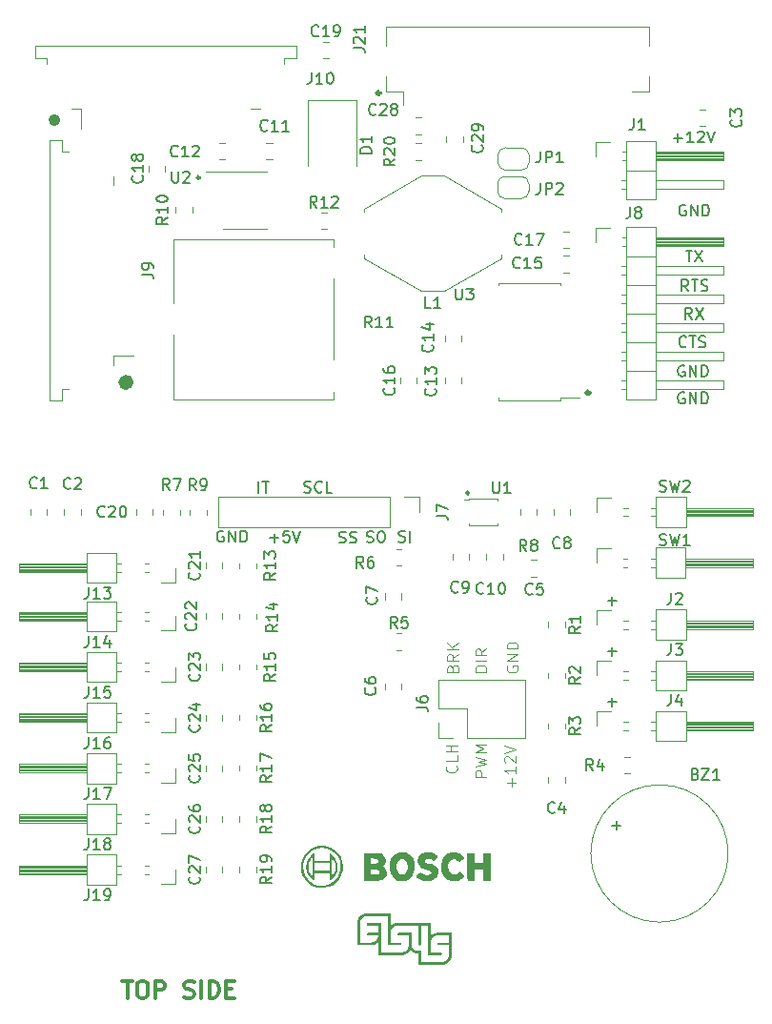
<source format=gbr>
%TF.GenerationSoftware,KiCad,Pcbnew,7.0.8*%
%TF.CreationDate,2023-11-07T10:44:17+02:00*%
%TF.ProjectId,Shield,53686965-6c64-42e6-9b69-6361645f7063,rev?*%
%TF.SameCoordinates,Original*%
%TF.FileFunction,Legend,Top*%
%TF.FilePolarity,Positive*%
%FSLAX46Y46*%
G04 Gerber Fmt 4.6, Leading zero omitted, Abs format (unit mm)*
G04 Created by KiCad (PCBNEW 7.0.8) date 2023-11-07 10:44:17*
%MOMM*%
%LPD*%
G01*
G04 APERTURE LIST*
%ADD10C,0.273607*%
%ADD11C,0.550000*%
%ADD12C,0.332843*%
%ADD13C,0.673939*%
%ADD14C,0.000000*%
%ADD15C,0.154000*%
%ADD16C,0.300000*%
%ADD17C,0.100000*%
%ADD18C,0.150000*%
%ADD19C,0.120000*%
G04 APERTURE END LIST*
D10*
X117736803Y-102300000D02*
G75*
G03*
X117736803Y-102300000I-136803J0D01*
G01*
D11*
X81175000Y-69200000D02*
G75*
G03*
X81175000Y-69200000I-275000J0D01*
G01*
D12*
X109866421Y-66800000D02*
G75*
G03*
X109866421Y-66800000I-166421J0D01*
G01*
X128466421Y-93400000D02*
G75*
G03*
X128466421Y-93400000I-166421J0D01*
G01*
D13*
X87596969Y-92490000D02*
G75*
G03*
X87596969Y-92490000I-336969J0D01*
G01*
D10*
X93836803Y-74300000D02*
G75*
G03*
X93836803Y-74300000I-136803J0D01*
G01*
D14*
G36*
X110754204Y-140759597D02*
G01*
X110785175Y-140729510D01*
X110817471Y-140701141D01*
X110851019Y-140674522D01*
X110885745Y-140649682D01*
X110921577Y-140626653D01*
X110958441Y-140605465D01*
X110996264Y-140586150D01*
X111034973Y-140568737D01*
X111074496Y-140553258D01*
X111114758Y-140539743D01*
X111155687Y-140528224D01*
X111197209Y-140518730D01*
X111239252Y-140511293D01*
X111281743Y-140505943D01*
X111324607Y-140502711D01*
X111367773Y-140501628D01*
X114333289Y-140501628D01*
X114333288Y-141622668D01*
X114364256Y-141592584D01*
X114396549Y-141564218D01*
X114430093Y-141537600D01*
X114464815Y-141512762D01*
X114500643Y-141489734D01*
X114537503Y-141468548D01*
X114575322Y-141449233D01*
X114614027Y-141431820D01*
X114653545Y-141416341D01*
X114693803Y-141402826D01*
X114734727Y-141391306D01*
X114776245Y-141381810D01*
X114818284Y-141374371D01*
X114860770Y-141369019D01*
X114903630Y-141365785D01*
X114946791Y-141364699D01*
X116189208Y-141364699D01*
X116189208Y-143340210D01*
X116188143Y-143382956D01*
X116185025Y-143425183D01*
X116179904Y-143466840D01*
X116172826Y-143507878D01*
X116163839Y-143548246D01*
X116152990Y-143587895D01*
X116140327Y-143626775D01*
X116125896Y-143664835D01*
X116109746Y-143702026D01*
X116091923Y-143738297D01*
X116072476Y-143773598D01*
X116051451Y-143807880D01*
X116028896Y-143841092D01*
X116004858Y-143873185D01*
X115979384Y-143904108D01*
X115952523Y-143933811D01*
X115924321Y-143962245D01*
X115894825Y-143989359D01*
X115864084Y-144015102D01*
X115832145Y-144039426D01*
X115799054Y-144062281D01*
X115764860Y-144083615D01*
X115729609Y-144103379D01*
X115693349Y-144121523D01*
X115656128Y-144137998D01*
X115617993Y-144152752D01*
X115578991Y-144165736D01*
X115539170Y-144176900D01*
X115498576Y-144186194D01*
X115457258Y-144193568D01*
X115415263Y-144198972D01*
X115372638Y-144202355D01*
X113223692Y-144202355D01*
X113223693Y-143224786D01*
X113171423Y-143223148D01*
X113119692Y-143218377D01*
X113068621Y-143210536D01*
X113018335Y-143199690D01*
X112968955Y-143185902D01*
X112920605Y-143169238D01*
X112873408Y-143149761D01*
X112827488Y-143127535D01*
X112782966Y-143102625D01*
X112739967Y-143075094D01*
X112698612Y-143045007D01*
X112659027Y-143012427D01*
X112621332Y-142977420D01*
X112585652Y-142940049D01*
X112552109Y-142900377D01*
X112520827Y-142858470D01*
X112491901Y-142912398D01*
X112459536Y-142963687D01*
X112423916Y-143012221D01*
X112385227Y-143057886D01*
X112343651Y-143100567D01*
X112299375Y-143140149D01*
X112252580Y-143176516D01*
X112203453Y-143209555D01*
X112152178Y-143239149D01*
X112098938Y-143265183D01*
X112043919Y-143287544D01*
X111987304Y-143306116D01*
X111929277Y-143320783D01*
X111870024Y-143331431D01*
X111809728Y-143337945D01*
X111748574Y-143340210D01*
X109644608Y-143340210D01*
X109644608Y-142218906D01*
X109613637Y-142248995D01*
X109581342Y-142277365D01*
X109547795Y-142303985D01*
X109513069Y-142328825D01*
X109477237Y-142351855D01*
X109440373Y-142373043D01*
X109402550Y-142392359D01*
X109363841Y-142409772D01*
X109324318Y-142425251D01*
X109284056Y-142438766D01*
X109243127Y-142450285D01*
X109201604Y-142459778D01*
X109159560Y-142467214D01*
X109117070Y-142472563D01*
X109074205Y-142475794D01*
X109031039Y-142476875D01*
X107788688Y-142476875D01*
X107788688Y-142228630D01*
X108036669Y-142228630D01*
X109031052Y-142228630D01*
X109062648Y-142227777D01*
X109093828Y-142225353D01*
X109124552Y-142221398D01*
X109154783Y-142215951D01*
X109184482Y-142209048D01*
X109213610Y-142200730D01*
X109242129Y-142191035D01*
X109270000Y-142180000D01*
X109297185Y-142167666D01*
X109323646Y-142154070D01*
X109349344Y-142139251D01*
X109374240Y-142123247D01*
X109398296Y-142106097D01*
X109421474Y-142087841D01*
X109443735Y-142068515D01*
X109465041Y-142048159D01*
X109485353Y-142026811D01*
X109504633Y-142004510D01*
X109522841Y-141981294D01*
X109539941Y-141957202D01*
X109555893Y-141932273D01*
X109570658Y-141906545D01*
X109584199Y-141880056D01*
X109596477Y-141852846D01*
X109607453Y-141824953D01*
X109617089Y-141796414D01*
X109625346Y-141767270D01*
X109632187Y-141737558D01*
X109637571Y-141707316D01*
X109641462Y-141676585D01*
X109643820Y-141645401D01*
X109644608Y-141613804D01*
X108783058Y-141613804D01*
X108778842Y-141613830D01*
X108774645Y-141613715D01*
X108770473Y-141613459D01*
X108766326Y-141613064D01*
X108762209Y-141612533D01*
X108758124Y-141611866D01*
X108754075Y-141611066D01*
X108750063Y-141610134D01*
X108746093Y-141609072D01*
X108742168Y-141607881D01*
X108738289Y-141606563D01*
X108734461Y-141605120D01*
X108730686Y-141603554D01*
X108726967Y-141601865D01*
X108723307Y-141600056D01*
X108719710Y-141598129D01*
X108716178Y-141596085D01*
X108712713Y-141593925D01*
X108709320Y-141591652D01*
X108706001Y-141589267D01*
X108702759Y-141586772D01*
X108699597Y-141584168D01*
X108696518Y-141581457D01*
X108693525Y-141578641D01*
X108690621Y-141575721D01*
X108687809Y-141572699D01*
X108685092Y-141569577D01*
X108682473Y-141566356D01*
X108679955Y-141563038D01*
X108677541Y-141559625D01*
X108675233Y-141556118D01*
X108673036Y-141552519D01*
X108669020Y-141545126D01*
X108665540Y-141537542D01*
X108662596Y-141529793D01*
X108660186Y-141521908D01*
X108658313Y-141513914D01*
X108656974Y-141505838D01*
X108656171Y-141497707D01*
X108655903Y-141489549D01*
X108656171Y-141481391D01*
X108656974Y-141473261D01*
X108658313Y-141465185D01*
X108660186Y-141457191D01*
X108662596Y-141449306D01*
X108665540Y-141441557D01*
X108669020Y-141433973D01*
X108673036Y-141426580D01*
X108677541Y-141419474D01*
X108682473Y-141412743D01*
X108687809Y-141406400D01*
X108693525Y-141400458D01*
X108699597Y-141394931D01*
X108706001Y-141389832D01*
X108712713Y-141385174D01*
X108719710Y-141380970D01*
X108726967Y-141377234D01*
X108734461Y-141373979D01*
X108742168Y-141371218D01*
X108750063Y-141368965D01*
X108758124Y-141367233D01*
X108766326Y-141366035D01*
X108774645Y-141365384D01*
X108783058Y-141365295D01*
X109644608Y-141365295D01*
X109644608Y-140750138D01*
X108783058Y-140750138D01*
X108778842Y-140750164D01*
X108774645Y-140750048D01*
X108770473Y-140749792D01*
X108766326Y-140749398D01*
X108762209Y-140748866D01*
X108758124Y-140748200D01*
X108754075Y-140747400D01*
X108750063Y-140746468D01*
X108746093Y-140745405D01*
X108742168Y-140744215D01*
X108738289Y-140742897D01*
X108734461Y-140741454D01*
X108730686Y-140739887D01*
X108726967Y-140738199D01*
X108723307Y-140736390D01*
X108719710Y-140734463D01*
X108716178Y-140732419D01*
X108712713Y-140730259D01*
X108709320Y-140727986D01*
X108706001Y-140725601D01*
X108702759Y-140723106D01*
X108699597Y-140720502D01*
X108696518Y-140717791D01*
X108693525Y-140714974D01*
X108690621Y-140712055D01*
X108687809Y-140709033D01*
X108685092Y-140705911D01*
X108682473Y-140702690D01*
X108679955Y-140699372D01*
X108677541Y-140695959D01*
X108675233Y-140692452D01*
X108673036Y-140688853D01*
X108669020Y-140681460D01*
X108665540Y-140673875D01*
X108662596Y-140666127D01*
X108660186Y-140658242D01*
X108658313Y-140650248D01*
X108656974Y-140642172D01*
X108656171Y-140634041D01*
X108655903Y-140625883D01*
X108656171Y-140617725D01*
X108656974Y-140609595D01*
X108658313Y-140601519D01*
X108660186Y-140593524D01*
X108662596Y-140585639D01*
X108665540Y-140577891D01*
X108669020Y-140570307D01*
X108673036Y-140562913D01*
X108677541Y-140555808D01*
X108682473Y-140549077D01*
X108687809Y-140542734D01*
X108693525Y-140536792D01*
X108699597Y-140531265D01*
X108706001Y-140526166D01*
X108712713Y-140521507D01*
X108719710Y-140517304D01*
X108726967Y-140513568D01*
X108734461Y-140510313D01*
X108742168Y-140507552D01*
X108750063Y-140505299D01*
X108758124Y-140503567D01*
X108766326Y-140502369D01*
X108774645Y-140501718D01*
X108783058Y-140501628D01*
X109892588Y-140501628D01*
X109892588Y-143092031D01*
X111748584Y-143092031D01*
X111780191Y-143091174D01*
X111811381Y-143088746D01*
X111842115Y-143084786D01*
X111872354Y-143079332D01*
X111902061Y-143072423D01*
X111931197Y-143064098D01*
X111959723Y-143054394D01*
X111987601Y-143043351D01*
X112014793Y-143031008D01*
X112041259Y-143017402D01*
X112066961Y-143002573D01*
X112091862Y-142986559D01*
X112115921Y-142969399D01*
X112139102Y-142951130D01*
X112161365Y-142931793D01*
X112182672Y-142911425D01*
X112202984Y-142890065D01*
X112222264Y-142867752D01*
X112240471Y-142844524D01*
X112257569Y-142820419D01*
X112273518Y-142795478D01*
X112288280Y-142769737D01*
X112301816Y-142743236D01*
X112314089Y-142716013D01*
X112325058Y-142688106D01*
X112334687Y-142659556D01*
X112342937Y-142630399D01*
X112349768Y-142600675D01*
X112355143Y-142570421D01*
X112359022Y-142539678D01*
X112361369Y-142508483D01*
X112362143Y-142476875D01*
X112362143Y-141613209D01*
X111499403Y-141613209D01*
X111493114Y-141612880D01*
X111486914Y-141612245D01*
X111480810Y-141611311D01*
X111474808Y-141610085D01*
X111468918Y-141608576D01*
X111463145Y-141606791D01*
X111457497Y-141604737D01*
X111451982Y-141602423D01*
X111446607Y-141599855D01*
X111441379Y-141597042D01*
X111436306Y-141593991D01*
X111431394Y-141590709D01*
X111426652Y-141587204D01*
X111422087Y-141583484D01*
X111417706Y-141579556D01*
X111413516Y-141575429D01*
X111409525Y-141571108D01*
X111405741Y-141566603D01*
X111402169Y-141561921D01*
X111398819Y-141557069D01*
X111395697Y-141552055D01*
X111392810Y-141546886D01*
X111390166Y-141541570D01*
X111387772Y-141536115D01*
X111385636Y-141530529D01*
X111383765Y-141524818D01*
X111382167Y-141518991D01*
X111380848Y-141513054D01*
X111379816Y-141507017D01*
X111379078Y-141500886D01*
X111378643Y-141494668D01*
X111378516Y-141488372D01*
X111378703Y-141482078D01*
X111379198Y-141475865D01*
X111379995Y-141469741D01*
X111381084Y-141463713D01*
X111382460Y-141457790D01*
X111384115Y-141451978D01*
X111386040Y-141446286D01*
X111388230Y-141440720D01*
X111390675Y-141435288D01*
X111393370Y-141429998D01*
X111396306Y-141424857D01*
X111399476Y-141419873D01*
X111402873Y-141415053D01*
X111406489Y-141410406D01*
X111410317Y-141405937D01*
X111414349Y-141401655D01*
X111418578Y-141397568D01*
X111422997Y-141393682D01*
X111427597Y-141390006D01*
X111432373Y-141386547D01*
X111437315Y-141383312D01*
X111442417Y-141380310D01*
X111447672Y-141377547D01*
X111453072Y-141375031D01*
X111458609Y-141372769D01*
X111464276Y-141370770D01*
X111470065Y-141369040D01*
X111475970Y-141367587D01*
X111481983Y-141366420D01*
X111488096Y-141365544D01*
X111494302Y-141364968D01*
X111500593Y-141364699D01*
X112610058Y-141364699D01*
X112610058Y-142361252D01*
X112610846Y-142392850D01*
X112613205Y-142424035D01*
X112617096Y-142454767D01*
X112622481Y-142485009D01*
X112629322Y-142514722D01*
X112637580Y-142543867D01*
X112647217Y-142572406D01*
X112658193Y-142600300D01*
X112670472Y-142627511D01*
X112684013Y-142654000D01*
X112698779Y-142679728D01*
X112714731Y-142704657D01*
X112731831Y-142728749D01*
X112750041Y-142751965D01*
X112769321Y-142774266D01*
X112789633Y-142795614D01*
X112810939Y-142815969D01*
X112833201Y-142835295D01*
X112856379Y-142853552D01*
X112880436Y-142870701D01*
X112905332Y-142886704D01*
X112931031Y-142901523D01*
X112957492Y-142915119D01*
X112984677Y-142927453D01*
X113012549Y-142938486D01*
X113041068Y-142948181D01*
X113070196Y-142956499D01*
X113099895Y-142963401D01*
X113130126Y-142968848D01*
X113160850Y-142972802D01*
X113192030Y-142975225D01*
X113223626Y-142976078D01*
X113471673Y-142976078D01*
X113471673Y-143955036D01*
X115327671Y-143955036D01*
X115359268Y-143954183D01*
X115390447Y-143951759D01*
X115421172Y-143947804D01*
X115451403Y-143942356D01*
X115481101Y-143935454D01*
X115510229Y-143927136D01*
X115538748Y-143917440D01*
X115566620Y-143906406D01*
X115593805Y-143894072D01*
X115620266Y-143880476D01*
X115645963Y-143865657D01*
X115670860Y-143849653D01*
X115694916Y-143832503D01*
X115718094Y-143814246D01*
X115740355Y-143794921D01*
X115761661Y-143774565D01*
X115781973Y-143753217D01*
X115801252Y-143730916D01*
X115819461Y-143707700D01*
X115836561Y-143683608D01*
X115852512Y-143658679D01*
X115867278Y-143632951D01*
X115880819Y-143606462D01*
X115893096Y-143579252D01*
X115904073Y-143551358D01*
X115913709Y-143522820D01*
X115921966Y-143493676D01*
X115928806Y-143463964D01*
X115934191Y-143433722D01*
X115938082Y-143402991D01*
X115940440Y-143371807D01*
X115941227Y-143340210D01*
X115941227Y-142476544D01*
X115078488Y-142476544D01*
X115072199Y-142476217D01*
X115065999Y-142475583D01*
X115059895Y-142474650D01*
X115053893Y-142473426D01*
X115048003Y-142471918D01*
X115042229Y-142470134D01*
X115036582Y-142468082D01*
X115031066Y-142465769D01*
X115025691Y-142463203D01*
X115020462Y-142460391D01*
X115015388Y-142457341D01*
X115010477Y-142454060D01*
X115005734Y-142450556D01*
X115001168Y-142446838D01*
X114996786Y-142442911D01*
X114992596Y-142438785D01*
X114988604Y-142434465D01*
X114984818Y-142429961D01*
X114981246Y-142425280D01*
X114977894Y-142420429D01*
X114974771Y-142415416D01*
X114971883Y-142410248D01*
X114969238Y-142404933D01*
X114966843Y-142399479D01*
X114964705Y-142393893D01*
X114962833Y-142388183D01*
X114961233Y-142382356D01*
X114959912Y-142376421D01*
X114958879Y-142370384D01*
X114958140Y-142364253D01*
X114957703Y-142358036D01*
X114957574Y-142351740D01*
X114957760Y-142345446D01*
X114958253Y-142339233D01*
X114959048Y-142333109D01*
X114960136Y-142327082D01*
X114961510Y-142321158D01*
X114963163Y-142315346D01*
X114965087Y-142309653D01*
X114967274Y-142304087D01*
X114969719Y-142298655D01*
X114972412Y-142293364D01*
X114975346Y-142288223D01*
X114978515Y-142283238D01*
X114981910Y-142278417D01*
X114985525Y-142273768D01*
X114989351Y-142269299D01*
X114993382Y-142265016D01*
X114997610Y-142260927D01*
X115002027Y-142257041D01*
X115006626Y-142253363D01*
X115011400Y-142249903D01*
X115016341Y-142246667D01*
X115021443Y-142243663D01*
X115026696Y-142240898D01*
X115032095Y-142238380D01*
X115037631Y-142236117D01*
X115043297Y-142234116D01*
X115049086Y-142232385D01*
X115054990Y-142230930D01*
X115061003Y-142229761D01*
X115067115Y-142228883D01*
X115073321Y-142228305D01*
X115079612Y-142228034D01*
X115941228Y-142228034D01*
X115941228Y-141613474D01*
X114946990Y-141613473D01*
X114915396Y-141614319D01*
X114884218Y-141616735D01*
X114853495Y-141620682D01*
X114823265Y-141626122D01*
X114793567Y-141633017D01*
X114764439Y-141641327D01*
X114735919Y-141651016D01*
X114708047Y-141662043D01*
X114680860Y-141674371D01*
X114654397Y-141687960D01*
X114628697Y-141702773D01*
X114603798Y-141718772D01*
X114579738Y-141735916D01*
X114556557Y-141754169D01*
X114534292Y-141773491D01*
X114512981Y-141793845D01*
X114492665Y-141815190D01*
X114473380Y-141837490D01*
X114455165Y-141860706D01*
X114438060Y-141884798D01*
X114422101Y-141909729D01*
X114407329Y-141935460D01*
X114393781Y-141961952D01*
X114381495Y-141989167D01*
X114370511Y-142017067D01*
X114360867Y-142045613D01*
X114352600Y-142074767D01*
X114345751Y-142104489D01*
X114340356Y-142134742D01*
X114336456Y-142165487D01*
X114334087Y-142196686D01*
X114333289Y-142228299D01*
X114333289Y-143091701D01*
X115194905Y-143091701D01*
X115201196Y-143091969D01*
X115207402Y-143092545D01*
X115213515Y-143093421D01*
X115219528Y-143094589D01*
X115225433Y-143096041D01*
X115231223Y-143097771D01*
X115236890Y-143099770D01*
X115242427Y-143102032D01*
X115247826Y-143104548D01*
X115253081Y-143107311D01*
X115258183Y-143110314D01*
X115263126Y-143113548D01*
X115267901Y-143117007D01*
X115272502Y-143120684D01*
X115276920Y-143124569D01*
X115281149Y-143128656D01*
X115285181Y-143132938D01*
X115289009Y-143137407D01*
X115292625Y-143142055D01*
X115296022Y-143146875D01*
X115299192Y-143151859D01*
X115302128Y-143157000D01*
X115304823Y-143162290D01*
X115307269Y-143167721D01*
X115309458Y-143173287D01*
X115311384Y-143178980D01*
X115313038Y-143184791D01*
X115314414Y-143190715D01*
X115315504Y-143196742D01*
X115316300Y-143202866D01*
X115316795Y-143209079D01*
X115316982Y-143215373D01*
X115316855Y-143221669D01*
X115316420Y-143227887D01*
X115315682Y-143234018D01*
X115314650Y-143240056D01*
X115313331Y-143245992D01*
X115311732Y-143251819D01*
X115309861Y-143257530D01*
X115307726Y-143263117D01*
X115305332Y-143268571D01*
X115302688Y-143273887D01*
X115299801Y-143279056D01*
X115296679Y-143284070D01*
X115293329Y-143288922D01*
X115289757Y-143293604D01*
X115285972Y-143298110D01*
X115281982Y-143302430D01*
X115277792Y-143306558D01*
X115273411Y-143310485D01*
X115268845Y-143314205D01*
X115264104Y-143317710D01*
X115259192Y-143320992D01*
X115254119Y-143324043D01*
X115248891Y-143326856D01*
X115243516Y-143329424D01*
X115238001Y-143331739D01*
X115232353Y-143333792D01*
X115226580Y-143335577D01*
X115220689Y-143337086D01*
X115214688Y-143338312D01*
X115208584Y-143339246D01*
X115202383Y-143339881D01*
X115196095Y-143340210D01*
X114085308Y-143340210D01*
X114085308Y-140750138D01*
X113471739Y-140750138D01*
X113471739Y-142361451D01*
X113471670Y-142365594D01*
X113471464Y-142369715D01*
X113471123Y-142373811D01*
X113470648Y-142377879D01*
X113470042Y-142381915D01*
X113469305Y-142385918D01*
X113468439Y-142389884D01*
X113467446Y-142393810D01*
X113466328Y-142397695D01*
X113465085Y-142401534D01*
X113463721Y-142405325D01*
X113462236Y-142409065D01*
X113460632Y-142412752D01*
X113458911Y-142416382D01*
X113457074Y-142419953D01*
X113455123Y-142423462D01*
X113453060Y-142426906D01*
X113450886Y-142430283D01*
X113448602Y-142433588D01*
X113446211Y-142436821D01*
X113443715Y-142439977D01*
X113441114Y-142443054D01*
X113438410Y-142446049D01*
X113435605Y-142448960D01*
X113432701Y-142451783D01*
X113429699Y-142454516D01*
X113426602Y-142457156D01*
X113423409Y-142459699D01*
X113420124Y-142462144D01*
X113416747Y-142464488D01*
X113413281Y-142466726D01*
X113409727Y-142468858D01*
X113402433Y-142472752D01*
X113394955Y-142476128D01*
X113387321Y-142478983D01*
X113379557Y-142481320D01*
X113371688Y-142483137D01*
X113363741Y-142484436D01*
X113355741Y-142485214D01*
X113347716Y-142485474D01*
X113339690Y-142485214D01*
X113331691Y-142484436D01*
X113323744Y-142483137D01*
X113315875Y-142481320D01*
X113308111Y-142478983D01*
X113300476Y-142476128D01*
X113292999Y-142472752D01*
X113285704Y-142468858D01*
X113278684Y-142464488D01*
X113272022Y-142459699D01*
X113265732Y-142454516D01*
X113259826Y-142448960D01*
X113254318Y-142443054D01*
X113249220Y-142436821D01*
X113244546Y-142430283D01*
X113240308Y-142423462D01*
X113236521Y-142416382D01*
X113233195Y-142409065D01*
X113230346Y-142401534D01*
X113227985Y-142393810D01*
X113226127Y-142385918D01*
X113224783Y-142377879D01*
X113223967Y-142369715D01*
X113223692Y-142361451D01*
X113223692Y-140749543D01*
X111367783Y-140749543D01*
X111336175Y-140750396D01*
X111304984Y-140752820D01*
X111274248Y-140756776D01*
X111244007Y-140762227D01*
X111214298Y-140769133D01*
X111185161Y-140777456D01*
X111156633Y-140787157D01*
X111128753Y-140798198D01*
X111101560Y-140810539D01*
X111075092Y-140824144D01*
X111049388Y-140838972D01*
X111024486Y-140854985D01*
X111000425Y-140872145D01*
X110977243Y-140890413D01*
X110954978Y-140909750D01*
X110933670Y-140930118D01*
X110913356Y-140951478D01*
X110894076Y-140973792D01*
X110875868Y-140997021D01*
X110858769Y-141021127D01*
X110842820Y-141046070D01*
X110828058Y-141071812D01*
X110814521Y-141098315D01*
X110802249Y-141125540D01*
X110791279Y-141153448D01*
X110781651Y-141182001D01*
X110773402Y-141211161D01*
X110766572Y-141240888D01*
X110761199Y-141271144D01*
X110757321Y-141301890D01*
X110754976Y-141333088D01*
X110754204Y-141364699D01*
X110754204Y-142228365D01*
X111616944Y-142228365D01*
X111623232Y-142228667D01*
X111629433Y-142229275D01*
X111635539Y-142230183D01*
X111641543Y-142231382D01*
X111647439Y-142232865D01*
X111653218Y-142234624D01*
X111658872Y-142236652D01*
X111664396Y-142238941D01*
X111669781Y-142241484D01*
X111675019Y-142244274D01*
X111680104Y-142247301D01*
X111685029Y-142250560D01*
X111689785Y-142254043D01*
X111694365Y-142257741D01*
X111698763Y-142261647D01*
X111702970Y-142265755D01*
X111706979Y-142270055D01*
X111710783Y-142274542D01*
X111714375Y-142279206D01*
X111717747Y-142284042D01*
X111720891Y-142289040D01*
X111723801Y-142294194D01*
X111726468Y-142299495D01*
X111728886Y-142304937D01*
X111731048Y-142310512D01*
X111732945Y-142316212D01*
X111734570Y-142322030D01*
X111735917Y-142327958D01*
X111736977Y-142333988D01*
X111737743Y-142340114D01*
X111738209Y-142346327D01*
X111738365Y-142352620D01*
X111738209Y-142358913D01*
X111737743Y-142365126D01*
X111736977Y-142371252D01*
X111735917Y-142377282D01*
X111734570Y-142383210D01*
X111732945Y-142389028D01*
X111731048Y-142394728D01*
X111728886Y-142400303D01*
X111726468Y-142405745D01*
X111723801Y-142411047D01*
X111720891Y-142416201D01*
X111717747Y-142421199D01*
X111714375Y-142426034D01*
X111710783Y-142430698D01*
X111706979Y-142435185D01*
X111702970Y-142439486D01*
X111698763Y-142443593D01*
X111694365Y-142447500D01*
X111689785Y-142451198D01*
X111685029Y-142454680D01*
X111680104Y-142457939D01*
X111675019Y-142460967D01*
X111669781Y-142463756D01*
X111664396Y-142466299D01*
X111658872Y-142468588D01*
X111653218Y-142470616D01*
X111647439Y-142472376D01*
X111641543Y-142473859D01*
X111635539Y-142475058D01*
X111629433Y-142475965D01*
X111623232Y-142476573D01*
X111616944Y-142476875D01*
X110506157Y-142476875D01*
X110506157Y-139887398D01*
X108650437Y-139887398D01*
X108618840Y-139888240D01*
X108587660Y-139890653D01*
X108556934Y-139894598D01*
X108526701Y-139900035D01*
X108497000Y-139906928D01*
X108467869Y-139915236D01*
X108439347Y-139924923D01*
X108411472Y-139935949D01*
X108384283Y-139948275D01*
X108357817Y-139961864D01*
X108332114Y-139976676D01*
X108307212Y-139992674D01*
X108283150Y-140009818D01*
X108259966Y-140028071D01*
X108237698Y-140047393D01*
X108216385Y-140067746D01*
X108196066Y-140089092D01*
X108176779Y-140111393D01*
X108158562Y-140134609D01*
X108141454Y-140158702D01*
X108125494Y-140183634D01*
X108110719Y-140209366D01*
X108097169Y-140235859D01*
X108084882Y-140263076D01*
X108073896Y-140290978D01*
X108064251Y-140319525D01*
X108055983Y-140348681D01*
X108049133Y-140378405D01*
X108043737Y-140408660D01*
X108039836Y-140439407D01*
X108037467Y-140470608D01*
X108036669Y-140502224D01*
X108036669Y-142228630D01*
X107788688Y-142228630D01*
X107788688Y-140501628D01*
X107789828Y-140457274D01*
X107793170Y-140413500D01*
X107798660Y-140370361D01*
X107806246Y-140327911D01*
X107815872Y-140286204D01*
X107827485Y-140245294D01*
X107841031Y-140205235D01*
X107856457Y-140166080D01*
X107873707Y-140127885D01*
X107892729Y-140090702D01*
X107913468Y-140054587D01*
X107935870Y-140019592D01*
X107959882Y-139985773D01*
X107985450Y-139953182D01*
X108012520Y-139921875D01*
X108041037Y-139891904D01*
X108070949Y-139863325D01*
X108102200Y-139836190D01*
X108134737Y-139810555D01*
X108168507Y-139786473D01*
X108203455Y-139763998D01*
X108239528Y-139743184D01*
X108276671Y-139724086D01*
X108314831Y-139706756D01*
X108353953Y-139691250D01*
X108393984Y-139677621D01*
X108434870Y-139665923D01*
X108476557Y-139656211D01*
X108518991Y-139648537D01*
X108562119Y-139642957D01*
X108605885Y-139639524D01*
X108650237Y-139638293D01*
X110754204Y-139638293D01*
X110754204Y-140759597D01*
G37*
D15*
X136996553Y-80769611D02*
X137567981Y-80769611D01*
X137282267Y-81769611D02*
X137282267Y-80769611D01*
X137806077Y-80769611D02*
X138472743Y-81769611D01*
X138472743Y-80769611D02*
X137806077Y-81769611D01*
X99039410Y-102269611D02*
X99039410Y-101269611D01*
X99372743Y-101269611D02*
X99944171Y-101269611D01*
X99658457Y-102269611D02*
X99658457Y-101269611D01*
X108651791Y-106651992D02*
X108794648Y-106699611D01*
X108794648Y-106699611D02*
X109032743Y-106699611D01*
X109032743Y-106699611D02*
X109127981Y-106651992D01*
X109127981Y-106651992D02*
X109175600Y-106604372D01*
X109175600Y-106604372D02*
X109223219Y-106509134D01*
X109223219Y-106509134D02*
X109223219Y-106413896D01*
X109223219Y-106413896D02*
X109175600Y-106318658D01*
X109175600Y-106318658D02*
X109127981Y-106271039D01*
X109127981Y-106271039D02*
X109032743Y-106223420D01*
X109032743Y-106223420D02*
X108842267Y-106175801D01*
X108842267Y-106175801D02*
X108747029Y-106128182D01*
X108747029Y-106128182D02*
X108699410Y-106080563D01*
X108699410Y-106080563D02*
X108651791Y-105985325D01*
X108651791Y-105985325D02*
X108651791Y-105890087D01*
X108651791Y-105890087D02*
X108699410Y-105794849D01*
X108699410Y-105794849D02*
X108747029Y-105747230D01*
X108747029Y-105747230D02*
X108842267Y-105699611D01*
X108842267Y-105699611D02*
X109080362Y-105699611D01*
X109080362Y-105699611D02*
X109223219Y-105747230D01*
X109842267Y-105699611D02*
X110032743Y-105699611D01*
X110032743Y-105699611D02*
X110127981Y-105747230D01*
X110127981Y-105747230D02*
X110223219Y-105842468D01*
X110223219Y-105842468D02*
X110270838Y-106032944D01*
X110270838Y-106032944D02*
X110270838Y-106366277D01*
X110270838Y-106366277D02*
X110223219Y-106556753D01*
X110223219Y-106556753D02*
X110127981Y-106651992D01*
X110127981Y-106651992D02*
X110032743Y-106699611D01*
X110032743Y-106699611D02*
X109842267Y-106699611D01*
X109842267Y-106699611D02*
X109747029Y-106651992D01*
X109747029Y-106651992D02*
X109651791Y-106556753D01*
X109651791Y-106556753D02*
X109604172Y-106366277D01*
X109604172Y-106366277D02*
X109604172Y-106032944D01*
X109604172Y-106032944D02*
X109651791Y-105842468D01*
X109651791Y-105842468D02*
X109747029Y-105747230D01*
X109747029Y-105747230D02*
X109842267Y-105699611D01*
X137210838Y-84369611D02*
X136877505Y-83893420D01*
X136639410Y-84369611D02*
X136639410Y-83369611D01*
X136639410Y-83369611D02*
X137020362Y-83369611D01*
X137020362Y-83369611D02*
X137115600Y-83417230D01*
X137115600Y-83417230D02*
X137163219Y-83464849D01*
X137163219Y-83464849D02*
X137210838Y-83560087D01*
X137210838Y-83560087D02*
X137210838Y-83702944D01*
X137210838Y-83702944D02*
X137163219Y-83798182D01*
X137163219Y-83798182D02*
X137115600Y-83845801D01*
X137115600Y-83845801D02*
X137020362Y-83893420D01*
X137020362Y-83893420D02*
X136639410Y-83893420D01*
X137496553Y-83369611D02*
X138067981Y-83369611D01*
X137782267Y-84369611D02*
X137782267Y-83369611D01*
X138353696Y-84321992D02*
X138496553Y-84369611D01*
X138496553Y-84369611D02*
X138734648Y-84369611D01*
X138734648Y-84369611D02*
X138829886Y-84321992D01*
X138829886Y-84321992D02*
X138877505Y-84274372D01*
X138877505Y-84274372D02*
X138925124Y-84179134D01*
X138925124Y-84179134D02*
X138925124Y-84083896D01*
X138925124Y-84083896D02*
X138877505Y-83988658D01*
X138877505Y-83988658D02*
X138829886Y-83941039D01*
X138829886Y-83941039D02*
X138734648Y-83893420D01*
X138734648Y-83893420D02*
X138544172Y-83845801D01*
X138544172Y-83845801D02*
X138448934Y-83798182D01*
X138448934Y-83798182D02*
X138401315Y-83750563D01*
X138401315Y-83750563D02*
X138353696Y-83655325D01*
X138353696Y-83655325D02*
X138353696Y-83560087D01*
X138353696Y-83560087D02*
X138401315Y-83464849D01*
X138401315Y-83464849D02*
X138448934Y-83417230D01*
X138448934Y-83417230D02*
X138544172Y-83369611D01*
X138544172Y-83369611D02*
X138782267Y-83369611D01*
X138782267Y-83369611D02*
X138925124Y-83417230D01*
X100039410Y-106288658D02*
X100801315Y-106288658D01*
X100420362Y-106669611D02*
X100420362Y-105907706D01*
X101753695Y-105669611D02*
X101277505Y-105669611D01*
X101277505Y-105669611D02*
X101229886Y-106145801D01*
X101229886Y-106145801D02*
X101277505Y-106098182D01*
X101277505Y-106098182D02*
X101372743Y-106050563D01*
X101372743Y-106050563D02*
X101610838Y-106050563D01*
X101610838Y-106050563D02*
X101706076Y-106098182D01*
X101706076Y-106098182D02*
X101753695Y-106145801D01*
X101753695Y-106145801D02*
X101801314Y-106241039D01*
X101801314Y-106241039D02*
X101801314Y-106479134D01*
X101801314Y-106479134D02*
X101753695Y-106574372D01*
X101753695Y-106574372D02*
X101706076Y-106621992D01*
X101706076Y-106621992D02*
X101610838Y-106669611D01*
X101610838Y-106669611D02*
X101372743Y-106669611D01*
X101372743Y-106669611D02*
X101277505Y-106621992D01*
X101277505Y-106621992D02*
X101229886Y-106574372D01*
X102087029Y-105669611D02*
X102420362Y-106669611D01*
X102420362Y-106669611D02*
X102753695Y-105669611D01*
X137510838Y-86869611D02*
X137177505Y-86393420D01*
X136939410Y-86869611D02*
X136939410Y-85869611D01*
X136939410Y-85869611D02*
X137320362Y-85869611D01*
X137320362Y-85869611D02*
X137415600Y-85917230D01*
X137415600Y-85917230D02*
X137463219Y-85964849D01*
X137463219Y-85964849D02*
X137510838Y-86060087D01*
X137510838Y-86060087D02*
X137510838Y-86202944D01*
X137510838Y-86202944D02*
X137463219Y-86298182D01*
X137463219Y-86298182D02*
X137415600Y-86345801D01*
X137415600Y-86345801D02*
X137320362Y-86393420D01*
X137320362Y-86393420D02*
X136939410Y-86393420D01*
X137844172Y-85869611D02*
X138510838Y-86869611D01*
X138510838Y-85869611D02*
X137844172Y-86869611D01*
X111491791Y-106621992D02*
X111634648Y-106669611D01*
X111634648Y-106669611D02*
X111872743Y-106669611D01*
X111872743Y-106669611D02*
X111967981Y-106621992D01*
X111967981Y-106621992D02*
X112015600Y-106574372D01*
X112015600Y-106574372D02*
X112063219Y-106479134D01*
X112063219Y-106479134D02*
X112063219Y-106383896D01*
X112063219Y-106383896D02*
X112015600Y-106288658D01*
X112015600Y-106288658D02*
X111967981Y-106241039D01*
X111967981Y-106241039D02*
X111872743Y-106193420D01*
X111872743Y-106193420D02*
X111682267Y-106145801D01*
X111682267Y-106145801D02*
X111587029Y-106098182D01*
X111587029Y-106098182D02*
X111539410Y-106050563D01*
X111539410Y-106050563D02*
X111491791Y-105955325D01*
X111491791Y-105955325D02*
X111491791Y-105860087D01*
X111491791Y-105860087D02*
X111539410Y-105764849D01*
X111539410Y-105764849D02*
X111587029Y-105717230D01*
X111587029Y-105717230D02*
X111682267Y-105669611D01*
X111682267Y-105669611D02*
X111920362Y-105669611D01*
X111920362Y-105669611D02*
X112063219Y-105717230D01*
X112491791Y-106669611D02*
X112491791Y-105669611D01*
X136863219Y-93417230D02*
X136767981Y-93369611D01*
X136767981Y-93369611D02*
X136625124Y-93369611D01*
X136625124Y-93369611D02*
X136482267Y-93417230D01*
X136482267Y-93417230D02*
X136387029Y-93512468D01*
X136387029Y-93512468D02*
X136339410Y-93607706D01*
X136339410Y-93607706D02*
X136291791Y-93798182D01*
X136291791Y-93798182D02*
X136291791Y-93941039D01*
X136291791Y-93941039D02*
X136339410Y-94131515D01*
X136339410Y-94131515D02*
X136387029Y-94226753D01*
X136387029Y-94226753D02*
X136482267Y-94321992D01*
X136482267Y-94321992D02*
X136625124Y-94369611D01*
X136625124Y-94369611D02*
X136720362Y-94369611D01*
X136720362Y-94369611D02*
X136863219Y-94321992D01*
X136863219Y-94321992D02*
X136910838Y-94274372D01*
X136910838Y-94274372D02*
X136910838Y-93941039D01*
X136910838Y-93941039D02*
X136720362Y-93941039D01*
X137339410Y-94369611D02*
X137339410Y-93369611D01*
X137339410Y-93369611D02*
X137910838Y-94369611D01*
X137910838Y-94369611D02*
X137910838Y-93369611D01*
X138387029Y-94369611D02*
X138387029Y-93369611D01*
X138387029Y-93369611D02*
X138625124Y-93369611D01*
X138625124Y-93369611D02*
X138767981Y-93417230D01*
X138767981Y-93417230D02*
X138863219Y-93512468D01*
X138863219Y-93512468D02*
X138910838Y-93607706D01*
X138910838Y-93607706D02*
X138958457Y-93798182D01*
X138958457Y-93798182D02*
X138958457Y-93941039D01*
X138958457Y-93941039D02*
X138910838Y-94131515D01*
X138910838Y-94131515D02*
X138863219Y-94226753D01*
X138863219Y-94226753D02*
X138767981Y-94321992D01*
X138767981Y-94321992D02*
X138625124Y-94369611D01*
X138625124Y-94369611D02*
X138387029Y-94369611D01*
X130039410Y-111888658D02*
X130801315Y-111888658D01*
X130420362Y-112269611D02*
X130420362Y-111507706D01*
D16*
X86940225Y-145650828D02*
X87797368Y-145650828D01*
X87368796Y-147150828D02*
X87368796Y-145650828D01*
X88583082Y-145650828D02*
X88868796Y-145650828D01*
X88868796Y-145650828D02*
X89011653Y-145722257D01*
X89011653Y-145722257D02*
X89154510Y-145865114D01*
X89154510Y-145865114D02*
X89225939Y-146150828D01*
X89225939Y-146150828D02*
X89225939Y-146650828D01*
X89225939Y-146650828D02*
X89154510Y-146936542D01*
X89154510Y-146936542D02*
X89011653Y-147079400D01*
X89011653Y-147079400D02*
X88868796Y-147150828D01*
X88868796Y-147150828D02*
X88583082Y-147150828D01*
X88583082Y-147150828D02*
X88440225Y-147079400D01*
X88440225Y-147079400D02*
X88297367Y-146936542D01*
X88297367Y-146936542D02*
X88225939Y-146650828D01*
X88225939Y-146650828D02*
X88225939Y-146150828D01*
X88225939Y-146150828D02*
X88297367Y-145865114D01*
X88297367Y-145865114D02*
X88440225Y-145722257D01*
X88440225Y-145722257D02*
X88583082Y-145650828D01*
X89868796Y-147150828D02*
X89868796Y-145650828D01*
X89868796Y-145650828D02*
X90440225Y-145650828D01*
X90440225Y-145650828D02*
X90583082Y-145722257D01*
X90583082Y-145722257D02*
X90654511Y-145793685D01*
X90654511Y-145793685D02*
X90725939Y-145936542D01*
X90725939Y-145936542D02*
X90725939Y-146150828D01*
X90725939Y-146150828D02*
X90654511Y-146293685D01*
X90654511Y-146293685D02*
X90583082Y-146365114D01*
X90583082Y-146365114D02*
X90440225Y-146436542D01*
X90440225Y-146436542D02*
X89868796Y-146436542D01*
X92440225Y-147079400D02*
X92654511Y-147150828D01*
X92654511Y-147150828D02*
X93011653Y-147150828D01*
X93011653Y-147150828D02*
X93154511Y-147079400D01*
X93154511Y-147079400D02*
X93225939Y-147007971D01*
X93225939Y-147007971D02*
X93297368Y-146865114D01*
X93297368Y-146865114D02*
X93297368Y-146722257D01*
X93297368Y-146722257D02*
X93225939Y-146579400D01*
X93225939Y-146579400D02*
X93154511Y-146507971D01*
X93154511Y-146507971D02*
X93011653Y-146436542D01*
X93011653Y-146436542D02*
X92725939Y-146365114D01*
X92725939Y-146365114D02*
X92583082Y-146293685D01*
X92583082Y-146293685D02*
X92511653Y-146222257D01*
X92511653Y-146222257D02*
X92440225Y-146079400D01*
X92440225Y-146079400D02*
X92440225Y-145936542D01*
X92440225Y-145936542D02*
X92511653Y-145793685D01*
X92511653Y-145793685D02*
X92583082Y-145722257D01*
X92583082Y-145722257D02*
X92725939Y-145650828D01*
X92725939Y-145650828D02*
X93083082Y-145650828D01*
X93083082Y-145650828D02*
X93297368Y-145722257D01*
X93940224Y-147150828D02*
X93940224Y-145650828D01*
X94654510Y-147150828D02*
X94654510Y-145650828D01*
X94654510Y-145650828D02*
X95011653Y-145650828D01*
X95011653Y-145650828D02*
X95225939Y-145722257D01*
X95225939Y-145722257D02*
X95368796Y-145865114D01*
X95368796Y-145865114D02*
X95440225Y-146007971D01*
X95440225Y-146007971D02*
X95511653Y-146293685D01*
X95511653Y-146293685D02*
X95511653Y-146507971D01*
X95511653Y-146507971D02*
X95440225Y-146793685D01*
X95440225Y-146793685D02*
X95368796Y-146936542D01*
X95368796Y-146936542D02*
X95225939Y-147079400D01*
X95225939Y-147079400D02*
X95011653Y-147150828D01*
X95011653Y-147150828D02*
X94654510Y-147150828D01*
X96154510Y-146365114D02*
X96654510Y-146365114D01*
X96868796Y-147150828D02*
X96154510Y-147150828D01*
X96154510Y-147150828D02*
X96154510Y-145650828D01*
X96154510Y-145650828D02*
X96868796Y-145650828D01*
D17*
X121120038Y-117672306D02*
X121072419Y-117767544D01*
X121072419Y-117767544D02*
X121072419Y-117910401D01*
X121072419Y-117910401D02*
X121120038Y-118053258D01*
X121120038Y-118053258D02*
X121215276Y-118148496D01*
X121215276Y-118148496D02*
X121310514Y-118196115D01*
X121310514Y-118196115D02*
X121500990Y-118243734D01*
X121500990Y-118243734D02*
X121643847Y-118243734D01*
X121643847Y-118243734D02*
X121834323Y-118196115D01*
X121834323Y-118196115D02*
X121929561Y-118148496D01*
X121929561Y-118148496D02*
X122024800Y-118053258D01*
X122024800Y-118053258D02*
X122072419Y-117910401D01*
X122072419Y-117910401D02*
X122072419Y-117815163D01*
X122072419Y-117815163D02*
X122024800Y-117672306D01*
X122024800Y-117672306D02*
X121977180Y-117624687D01*
X121977180Y-117624687D02*
X121643847Y-117624687D01*
X121643847Y-117624687D02*
X121643847Y-117815163D01*
X122072419Y-117196115D02*
X121072419Y-117196115D01*
X121072419Y-117196115D02*
X122072419Y-116624687D01*
X122072419Y-116624687D02*
X121072419Y-116624687D01*
X122072419Y-116148496D02*
X121072419Y-116148496D01*
X121072419Y-116148496D02*
X121072419Y-115910401D01*
X121072419Y-115910401D02*
X121120038Y-115767544D01*
X121120038Y-115767544D02*
X121215276Y-115672306D01*
X121215276Y-115672306D02*
X121310514Y-115624687D01*
X121310514Y-115624687D02*
X121500990Y-115577068D01*
X121500990Y-115577068D02*
X121643847Y-115577068D01*
X121643847Y-115577068D02*
X121834323Y-115624687D01*
X121834323Y-115624687D02*
X121929561Y-115672306D01*
X121929561Y-115672306D02*
X122024800Y-115767544D01*
X122024800Y-115767544D02*
X122072419Y-115910401D01*
X122072419Y-115910401D02*
X122072419Y-116148496D01*
D15*
X137010838Y-89274372D02*
X136963219Y-89321992D01*
X136963219Y-89321992D02*
X136820362Y-89369611D01*
X136820362Y-89369611D02*
X136725124Y-89369611D01*
X136725124Y-89369611D02*
X136582267Y-89321992D01*
X136582267Y-89321992D02*
X136487029Y-89226753D01*
X136487029Y-89226753D02*
X136439410Y-89131515D01*
X136439410Y-89131515D02*
X136391791Y-88941039D01*
X136391791Y-88941039D02*
X136391791Y-88798182D01*
X136391791Y-88798182D02*
X136439410Y-88607706D01*
X136439410Y-88607706D02*
X136487029Y-88512468D01*
X136487029Y-88512468D02*
X136582267Y-88417230D01*
X136582267Y-88417230D02*
X136725124Y-88369611D01*
X136725124Y-88369611D02*
X136820362Y-88369611D01*
X136820362Y-88369611D02*
X136963219Y-88417230D01*
X136963219Y-88417230D02*
X137010838Y-88464849D01*
X137296553Y-88369611D02*
X137867981Y-88369611D01*
X137582267Y-89369611D02*
X137582267Y-88369611D01*
X138153696Y-89321992D02*
X138296553Y-89369611D01*
X138296553Y-89369611D02*
X138534648Y-89369611D01*
X138534648Y-89369611D02*
X138629886Y-89321992D01*
X138629886Y-89321992D02*
X138677505Y-89274372D01*
X138677505Y-89274372D02*
X138725124Y-89179134D01*
X138725124Y-89179134D02*
X138725124Y-89083896D01*
X138725124Y-89083896D02*
X138677505Y-88988658D01*
X138677505Y-88988658D02*
X138629886Y-88941039D01*
X138629886Y-88941039D02*
X138534648Y-88893420D01*
X138534648Y-88893420D02*
X138344172Y-88845801D01*
X138344172Y-88845801D02*
X138248934Y-88798182D01*
X138248934Y-88798182D02*
X138201315Y-88750563D01*
X138201315Y-88750563D02*
X138153696Y-88655325D01*
X138153696Y-88655325D02*
X138153696Y-88560087D01*
X138153696Y-88560087D02*
X138201315Y-88464849D01*
X138201315Y-88464849D02*
X138248934Y-88417230D01*
X138248934Y-88417230D02*
X138344172Y-88369611D01*
X138344172Y-88369611D02*
X138582267Y-88369611D01*
X138582267Y-88369611D02*
X138725124Y-88417230D01*
D17*
X119272419Y-118196115D02*
X118272419Y-118196115D01*
X118272419Y-118196115D02*
X118272419Y-117958020D01*
X118272419Y-117958020D02*
X118320038Y-117815163D01*
X118320038Y-117815163D02*
X118415276Y-117719925D01*
X118415276Y-117719925D02*
X118510514Y-117672306D01*
X118510514Y-117672306D02*
X118700990Y-117624687D01*
X118700990Y-117624687D02*
X118843847Y-117624687D01*
X118843847Y-117624687D02*
X119034323Y-117672306D01*
X119034323Y-117672306D02*
X119129561Y-117719925D01*
X119129561Y-117719925D02*
X119224800Y-117815163D01*
X119224800Y-117815163D02*
X119272419Y-117958020D01*
X119272419Y-117958020D02*
X119272419Y-118196115D01*
X119272419Y-117196115D02*
X118272419Y-117196115D01*
X119272419Y-116148497D02*
X118796228Y-116481830D01*
X119272419Y-116719925D02*
X118272419Y-116719925D01*
X118272419Y-116719925D02*
X118272419Y-116338973D01*
X118272419Y-116338973D02*
X118320038Y-116243735D01*
X118320038Y-116243735D02*
X118367657Y-116196116D01*
X118367657Y-116196116D02*
X118462895Y-116148497D01*
X118462895Y-116148497D02*
X118605752Y-116148497D01*
X118605752Y-116148497D02*
X118700990Y-116196116D01*
X118700990Y-116196116D02*
X118748609Y-116243735D01*
X118748609Y-116243735D02*
X118796228Y-116338973D01*
X118796228Y-116338973D02*
X118796228Y-116719925D01*
D15*
X95913219Y-105707230D02*
X95817981Y-105659611D01*
X95817981Y-105659611D02*
X95675124Y-105659611D01*
X95675124Y-105659611D02*
X95532267Y-105707230D01*
X95532267Y-105707230D02*
X95437029Y-105802468D01*
X95437029Y-105802468D02*
X95389410Y-105897706D01*
X95389410Y-105897706D02*
X95341791Y-106088182D01*
X95341791Y-106088182D02*
X95341791Y-106231039D01*
X95341791Y-106231039D02*
X95389410Y-106421515D01*
X95389410Y-106421515D02*
X95437029Y-106516753D01*
X95437029Y-106516753D02*
X95532267Y-106611992D01*
X95532267Y-106611992D02*
X95675124Y-106659611D01*
X95675124Y-106659611D02*
X95770362Y-106659611D01*
X95770362Y-106659611D02*
X95913219Y-106611992D01*
X95913219Y-106611992D02*
X95960838Y-106564372D01*
X95960838Y-106564372D02*
X95960838Y-106231039D01*
X95960838Y-106231039D02*
X95770362Y-106231039D01*
X96389410Y-106659611D02*
X96389410Y-105659611D01*
X96389410Y-105659611D02*
X96960838Y-106659611D01*
X96960838Y-106659611D02*
X96960838Y-105659611D01*
X97437029Y-106659611D02*
X97437029Y-105659611D01*
X97437029Y-105659611D02*
X97675124Y-105659611D01*
X97675124Y-105659611D02*
X97817981Y-105707230D01*
X97817981Y-105707230D02*
X97913219Y-105802468D01*
X97913219Y-105802468D02*
X97960838Y-105897706D01*
X97960838Y-105897706D02*
X98008457Y-106088182D01*
X98008457Y-106088182D02*
X98008457Y-106231039D01*
X98008457Y-106231039D02*
X97960838Y-106421515D01*
X97960838Y-106421515D02*
X97913219Y-106516753D01*
X97913219Y-106516753D02*
X97817981Y-106611992D01*
X97817981Y-106611992D02*
X97675124Y-106659611D01*
X97675124Y-106659611D02*
X97437029Y-106659611D01*
X136863219Y-91017230D02*
X136767981Y-90969611D01*
X136767981Y-90969611D02*
X136625124Y-90969611D01*
X136625124Y-90969611D02*
X136482267Y-91017230D01*
X136482267Y-91017230D02*
X136387029Y-91112468D01*
X136387029Y-91112468D02*
X136339410Y-91207706D01*
X136339410Y-91207706D02*
X136291791Y-91398182D01*
X136291791Y-91398182D02*
X136291791Y-91541039D01*
X136291791Y-91541039D02*
X136339410Y-91731515D01*
X136339410Y-91731515D02*
X136387029Y-91826753D01*
X136387029Y-91826753D02*
X136482267Y-91921992D01*
X136482267Y-91921992D02*
X136625124Y-91969611D01*
X136625124Y-91969611D02*
X136720362Y-91969611D01*
X136720362Y-91969611D02*
X136863219Y-91921992D01*
X136863219Y-91921992D02*
X136910838Y-91874372D01*
X136910838Y-91874372D02*
X136910838Y-91541039D01*
X136910838Y-91541039D02*
X136720362Y-91541039D01*
X137339410Y-91969611D02*
X137339410Y-90969611D01*
X137339410Y-90969611D02*
X137910838Y-91969611D01*
X137910838Y-91969611D02*
X137910838Y-90969611D01*
X138387029Y-91969611D02*
X138387029Y-90969611D01*
X138387029Y-90969611D02*
X138625124Y-90969611D01*
X138625124Y-90969611D02*
X138767981Y-91017230D01*
X138767981Y-91017230D02*
X138863219Y-91112468D01*
X138863219Y-91112468D02*
X138910838Y-91207706D01*
X138910838Y-91207706D02*
X138958457Y-91398182D01*
X138958457Y-91398182D02*
X138958457Y-91541039D01*
X138958457Y-91541039D02*
X138910838Y-91731515D01*
X138910838Y-91731515D02*
X138863219Y-91826753D01*
X138863219Y-91826753D02*
X138767981Y-91921992D01*
X138767981Y-91921992D02*
X138625124Y-91969611D01*
X138625124Y-91969611D02*
X138387029Y-91969611D01*
D17*
X116248609Y-117862782D02*
X116296228Y-117719925D01*
X116296228Y-117719925D02*
X116343847Y-117672306D01*
X116343847Y-117672306D02*
X116439085Y-117624687D01*
X116439085Y-117624687D02*
X116581942Y-117624687D01*
X116581942Y-117624687D02*
X116677180Y-117672306D01*
X116677180Y-117672306D02*
X116724800Y-117719925D01*
X116724800Y-117719925D02*
X116772419Y-117815163D01*
X116772419Y-117815163D02*
X116772419Y-118196115D01*
X116772419Y-118196115D02*
X115772419Y-118196115D01*
X115772419Y-118196115D02*
X115772419Y-117862782D01*
X115772419Y-117862782D02*
X115820038Y-117767544D01*
X115820038Y-117767544D02*
X115867657Y-117719925D01*
X115867657Y-117719925D02*
X115962895Y-117672306D01*
X115962895Y-117672306D02*
X116058133Y-117672306D01*
X116058133Y-117672306D02*
X116153371Y-117719925D01*
X116153371Y-117719925D02*
X116200990Y-117767544D01*
X116200990Y-117767544D02*
X116248609Y-117862782D01*
X116248609Y-117862782D02*
X116248609Y-118196115D01*
X116772419Y-116624687D02*
X116296228Y-116958020D01*
X116772419Y-117196115D02*
X115772419Y-117196115D01*
X115772419Y-117196115D02*
X115772419Y-116815163D01*
X115772419Y-116815163D02*
X115820038Y-116719925D01*
X115820038Y-116719925D02*
X115867657Y-116672306D01*
X115867657Y-116672306D02*
X115962895Y-116624687D01*
X115962895Y-116624687D02*
X116105752Y-116624687D01*
X116105752Y-116624687D02*
X116200990Y-116672306D01*
X116200990Y-116672306D02*
X116248609Y-116719925D01*
X116248609Y-116719925D02*
X116296228Y-116815163D01*
X116296228Y-116815163D02*
X116296228Y-117196115D01*
X116772419Y-116196115D02*
X115772419Y-116196115D01*
X116772419Y-115624687D02*
X116200990Y-116053258D01*
X115772419Y-115624687D02*
X116343847Y-116196115D01*
X121491466Y-128396115D02*
X121491466Y-127634211D01*
X121872419Y-128015163D02*
X121110514Y-128015163D01*
X121872419Y-126634211D02*
X121872419Y-127205639D01*
X121872419Y-126919925D02*
X120872419Y-126919925D01*
X120872419Y-126919925D02*
X121015276Y-127015163D01*
X121015276Y-127015163D02*
X121110514Y-127110401D01*
X121110514Y-127110401D02*
X121158133Y-127205639D01*
X120967657Y-126253258D02*
X120920038Y-126205639D01*
X120920038Y-126205639D02*
X120872419Y-126110401D01*
X120872419Y-126110401D02*
X120872419Y-125872306D01*
X120872419Y-125872306D02*
X120920038Y-125777068D01*
X120920038Y-125777068D02*
X120967657Y-125729449D01*
X120967657Y-125729449D02*
X121062895Y-125681830D01*
X121062895Y-125681830D02*
X121158133Y-125681830D01*
X121158133Y-125681830D02*
X121300990Y-125729449D01*
X121300990Y-125729449D02*
X121872419Y-126300877D01*
X121872419Y-126300877D02*
X121872419Y-125681830D01*
X120872419Y-125396115D02*
X121872419Y-125062782D01*
X121872419Y-125062782D02*
X120872419Y-124729449D01*
D15*
X135909410Y-70808658D02*
X136671315Y-70808658D01*
X136290362Y-71189611D02*
X136290362Y-70427706D01*
X137671314Y-71189611D02*
X137099886Y-71189611D01*
X137385600Y-71189611D02*
X137385600Y-70189611D01*
X137385600Y-70189611D02*
X137290362Y-70332468D01*
X137290362Y-70332468D02*
X137195124Y-70427706D01*
X137195124Y-70427706D02*
X137099886Y-70475325D01*
X138052267Y-70284849D02*
X138099886Y-70237230D01*
X138099886Y-70237230D02*
X138195124Y-70189611D01*
X138195124Y-70189611D02*
X138433219Y-70189611D01*
X138433219Y-70189611D02*
X138528457Y-70237230D01*
X138528457Y-70237230D02*
X138576076Y-70284849D01*
X138576076Y-70284849D02*
X138623695Y-70380087D01*
X138623695Y-70380087D02*
X138623695Y-70475325D01*
X138623695Y-70475325D02*
X138576076Y-70618182D01*
X138576076Y-70618182D02*
X138004648Y-71189611D01*
X138004648Y-71189611D02*
X138623695Y-71189611D01*
X138909410Y-70189611D02*
X139242743Y-71189611D01*
X139242743Y-71189611D02*
X139576076Y-70189611D01*
D17*
X116577180Y-126524687D02*
X116624800Y-126572306D01*
X116624800Y-126572306D02*
X116672419Y-126715163D01*
X116672419Y-126715163D02*
X116672419Y-126810401D01*
X116672419Y-126810401D02*
X116624800Y-126953258D01*
X116624800Y-126953258D02*
X116529561Y-127048496D01*
X116529561Y-127048496D02*
X116434323Y-127096115D01*
X116434323Y-127096115D02*
X116243847Y-127143734D01*
X116243847Y-127143734D02*
X116100990Y-127143734D01*
X116100990Y-127143734D02*
X115910514Y-127096115D01*
X115910514Y-127096115D02*
X115815276Y-127048496D01*
X115815276Y-127048496D02*
X115720038Y-126953258D01*
X115720038Y-126953258D02*
X115672419Y-126810401D01*
X115672419Y-126810401D02*
X115672419Y-126715163D01*
X115672419Y-126715163D02*
X115720038Y-126572306D01*
X115720038Y-126572306D02*
X115767657Y-126524687D01*
X116672419Y-125619925D02*
X116672419Y-126096115D01*
X116672419Y-126096115D02*
X115672419Y-126096115D01*
X116672419Y-125286591D02*
X115672419Y-125286591D01*
X116148609Y-125286591D02*
X116148609Y-124715163D01*
X116672419Y-124715163D02*
X115672419Y-124715163D01*
X119272419Y-127496115D02*
X118272419Y-127496115D01*
X118272419Y-127496115D02*
X118272419Y-127115163D01*
X118272419Y-127115163D02*
X118320038Y-127019925D01*
X118320038Y-127019925D02*
X118367657Y-126972306D01*
X118367657Y-126972306D02*
X118462895Y-126924687D01*
X118462895Y-126924687D02*
X118605752Y-126924687D01*
X118605752Y-126924687D02*
X118700990Y-126972306D01*
X118700990Y-126972306D02*
X118748609Y-127019925D01*
X118748609Y-127019925D02*
X118796228Y-127115163D01*
X118796228Y-127115163D02*
X118796228Y-127496115D01*
X118272419Y-126591353D02*
X119272419Y-126353258D01*
X119272419Y-126353258D02*
X118558133Y-126162782D01*
X118558133Y-126162782D02*
X119272419Y-125972306D01*
X119272419Y-125972306D02*
X118272419Y-125734211D01*
X119272419Y-125353258D02*
X118272419Y-125353258D01*
X118272419Y-125353258D02*
X118986704Y-125019925D01*
X118986704Y-125019925D02*
X118272419Y-124686592D01*
X118272419Y-124686592D02*
X119272419Y-124686592D01*
D15*
X103091791Y-102221992D02*
X103234648Y-102269611D01*
X103234648Y-102269611D02*
X103472743Y-102269611D01*
X103472743Y-102269611D02*
X103567981Y-102221992D01*
X103567981Y-102221992D02*
X103615600Y-102174372D01*
X103615600Y-102174372D02*
X103663219Y-102079134D01*
X103663219Y-102079134D02*
X103663219Y-101983896D01*
X103663219Y-101983896D02*
X103615600Y-101888658D01*
X103615600Y-101888658D02*
X103567981Y-101841039D01*
X103567981Y-101841039D02*
X103472743Y-101793420D01*
X103472743Y-101793420D02*
X103282267Y-101745801D01*
X103282267Y-101745801D02*
X103187029Y-101698182D01*
X103187029Y-101698182D02*
X103139410Y-101650563D01*
X103139410Y-101650563D02*
X103091791Y-101555325D01*
X103091791Y-101555325D02*
X103091791Y-101460087D01*
X103091791Y-101460087D02*
X103139410Y-101364849D01*
X103139410Y-101364849D02*
X103187029Y-101317230D01*
X103187029Y-101317230D02*
X103282267Y-101269611D01*
X103282267Y-101269611D02*
X103520362Y-101269611D01*
X103520362Y-101269611D02*
X103663219Y-101317230D01*
X104663219Y-102174372D02*
X104615600Y-102221992D01*
X104615600Y-102221992D02*
X104472743Y-102269611D01*
X104472743Y-102269611D02*
X104377505Y-102269611D01*
X104377505Y-102269611D02*
X104234648Y-102221992D01*
X104234648Y-102221992D02*
X104139410Y-102126753D01*
X104139410Y-102126753D02*
X104091791Y-102031515D01*
X104091791Y-102031515D02*
X104044172Y-101841039D01*
X104044172Y-101841039D02*
X104044172Y-101698182D01*
X104044172Y-101698182D02*
X104091791Y-101507706D01*
X104091791Y-101507706D02*
X104139410Y-101412468D01*
X104139410Y-101412468D02*
X104234648Y-101317230D01*
X104234648Y-101317230D02*
X104377505Y-101269611D01*
X104377505Y-101269611D02*
X104472743Y-101269611D01*
X104472743Y-101269611D02*
X104615600Y-101317230D01*
X104615600Y-101317230D02*
X104663219Y-101364849D01*
X105567981Y-102269611D02*
X105091791Y-102269611D01*
X105091791Y-102269611D02*
X105091791Y-101269611D01*
X136963219Y-76757230D02*
X136867981Y-76709611D01*
X136867981Y-76709611D02*
X136725124Y-76709611D01*
X136725124Y-76709611D02*
X136582267Y-76757230D01*
X136582267Y-76757230D02*
X136487029Y-76852468D01*
X136487029Y-76852468D02*
X136439410Y-76947706D01*
X136439410Y-76947706D02*
X136391791Y-77138182D01*
X136391791Y-77138182D02*
X136391791Y-77281039D01*
X136391791Y-77281039D02*
X136439410Y-77471515D01*
X136439410Y-77471515D02*
X136487029Y-77566753D01*
X136487029Y-77566753D02*
X136582267Y-77661992D01*
X136582267Y-77661992D02*
X136725124Y-77709611D01*
X136725124Y-77709611D02*
X136820362Y-77709611D01*
X136820362Y-77709611D02*
X136963219Y-77661992D01*
X136963219Y-77661992D02*
X137010838Y-77614372D01*
X137010838Y-77614372D02*
X137010838Y-77281039D01*
X137010838Y-77281039D02*
X136820362Y-77281039D01*
X137439410Y-77709611D02*
X137439410Y-76709611D01*
X137439410Y-76709611D02*
X138010838Y-77709611D01*
X138010838Y-77709611D02*
X138010838Y-76709611D01*
X138487029Y-77709611D02*
X138487029Y-76709611D01*
X138487029Y-76709611D02*
X138725124Y-76709611D01*
X138725124Y-76709611D02*
X138867981Y-76757230D01*
X138867981Y-76757230D02*
X138963219Y-76852468D01*
X138963219Y-76852468D02*
X139010838Y-76947706D01*
X139010838Y-76947706D02*
X139058457Y-77138182D01*
X139058457Y-77138182D02*
X139058457Y-77281039D01*
X139058457Y-77281039D02*
X139010838Y-77471515D01*
X139010838Y-77471515D02*
X138963219Y-77566753D01*
X138963219Y-77566753D02*
X138867981Y-77661992D01*
X138867981Y-77661992D02*
X138725124Y-77709611D01*
X138725124Y-77709611D02*
X138487029Y-77709611D01*
X106191791Y-106701992D02*
X106334648Y-106749611D01*
X106334648Y-106749611D02*
X106572743Y-106749611D01*
X106572743Y-106749611D02*
X106667981Y-106701992D01*
X106667981Y-106701992D02*
X106715600Y-106654372D01*
X106715600Y-106654372D02*
X106763219Y-106559134D01*
X106763219Y-106559134D02*
X106763219Y-106463896D01*
X106763219Y-106463896D02*
X106715600Y-106368658D01*
X106715600Y-106368658D02*
X106667981Y-106321039D01*
X106667981Y-106321039D02*
X106572743Y-106273420D01*
X106572743Y-106273420D02*
X106382267Y-106225801D01*
X106382267Y-106225801D02*
X106287029Y-106178182D01*
X106287029Y-106178182D02*
X106239410Y-106130563D01*
X106239410Y-106130563D02*
X106191791Y-106035325D01*
X106191791Y-106035325D02*
X106191791Y-105940087D01*
X106191791Y-105940087D02*
X106239410Y-105844849D01*
X106239410Y-105844849D02*
X106287029Y-105797230D01*
X106287029Y-105797230D02*
X106382267Y-105749611D01*
X106382267Y-105749611D02*
X106620362Y-105749611D01*
X106620362Y-105749611D02*
X106763219Y-105797230D01*
X107144172Y-106701992D02*
X107287029Y-106749611D01*
X107287029Y-106749611D02*
X107525124Y-106749611D01*
X107525124Y-106749611D02*
X107620362Y-106701992D01*
X107620362Y-106701992D02*
X107667981Y-106654372D01*
X107667981Y-106654372D02*
X107715600Y-106559134D01*
X107715600Y-106559134D02*
X107715600Y-106463896D01*
X107715600Y-106463896D02*
X107667981Y-106368658D01*
X107667981Y-106368658D02*
X107620362Y-106321039D01*
X107620362Y-106321039D02*
X107525124Y-106273420D01*
X107525124Y-106273420D02*
X107334648Y-106225801D01*
X107334648Y-106225801D02*
X107239410Y-106178182D01*
X107239410Y-106178182D02*
X107191791Y-106130563D01*
X107191791Y-106130563D02*
X107144172Y-106035325D01*
X107144172Y-106035325D02*
X107144172Y-105940087D01*
X107144172Y-105940087D02*
X107191791Y-105844849D01*
X107191791Y-105844849D02*
X107239410Y-105797230D01*
X107239410Y-105797230D02*
X107334648Y-105749611D01*
X107334648Y-105749611D02*
X107572743Y-105749611D01*
X107572743Y-105749611D02*
X107715600Y-105797230D01*
X130054410Y-116388658D02*
X130816315Y-116388658D01*
X130435362Y-116769611D02*
X130435362Y-116007706D01*
X130039410Y-120888658D02*
X130801315Y-120888658D01*
X130420362Y-121269611D02*
X130420362Y-120507706D01*
X93749372Y-118402857D02*
X93796992Y-118450476D01*
X93796992Y-118450476D02*
X93844611Y-118593333D01*
X93844611Y-118593333D02*
X93844611Y-118688571D01*
X93844611Y-118688571D02*
X93796992Y-118831428D01*
X93796992Y-118831428D02*
X93701753Y-118926666D01*
X93701753Y-118926666D02*
X93606515Y-118974285D01*
X93606515Y-118974285D02*
X93416039Y-119021904D01*
X93416039Y-119021904D02*
X93273182Y-119021904D01*
X93273182Y-119021904D02*
X93082706Y-118974285D01*
X93082706Y-118974285D02*
X92987468Y-118926666D01*
X92987468Y-118926666D02*
X92892230Y-118831428D01*
X92892230Y-118831428D02*
X92844611Y-118688571D01*
X92844611Y-118688571D02*
X92844611Y-118593333D01*
X92844611Y-118593333D02*
X92892230Y-118450476D01*
X92892230Y-118450476D02*
X92939849Y-118402857D01*
X92939849Y-118021904D02*
X92892230Y-117974285D01*
X92892230Y-117974285D02*
X92844611Y-117879047D01*
X92844611Y-117879047D02*
X92844611Y-117640952D01*
X92844611Y-117640952D02*
X92892230Y-117545714D01*
X92892230Y-117545714D02*
X92939849Y-117498095D01*
X92939849Y-117498095D02*
X93035087Y-117450476D01*
X93035087Y-117450476D02*
X93130325Y-117450476D01*
X93130325Y-117450476D02*
X93273182Y-117498095D01*
X93273182Y-117498095D02*
X93844611Y-118069523D01*
X93844611Y-118069523D02*
X93844611Y-117450476D01*
X92844611Y-117117142D02*
X92844611Y-116498095D01*
X92844611Y-116498095D02*
X93225563Y-116831428D01*
X93225563Y-116831428D02*
X93225563Y-116688571D01*
X93225563Y-116688571D02*
X93273182Y-116593333D01*
X93273182Y-116593333D02*
X93320801Y-116545714D01*
X93320801Y-116545714D02*
X93416039Y-116498095D01*
X93416039Y-116498095D02*
X93654134Y-116498095D01*
X93654134Y-116498095D02*
X93749372Y-116545714D01*
X93749372Y-116545714D02*
X93796992Y-116593333D01*
X93796992Y-116593333D02*
X93844611Y-116688571D01*
X93844611Y-116688571D02*
X93844611Y-116974285D01*
X93844611Y-116974285D02*
X93796992Y-117069523D01*
X93796992Y-117069523D02*
X93749372Y-117117142D01*
X132036666Y-76924611D02*
X132036666Y-77638896D01*
X132036666Y-77638896D02*
X131989047Y-77781753D01*
X131989047Y-77781753D02*
X131893809Y-77876992D01*
X131893809Y-77876992D02*
X131750952Y-77924611D01*
X131750952Y-77924611D02*
X131655714Y-77924611D01*
X132655714Y-77353182D02*
X132560476Y-77305563D01*
X132560476Y-77305563D02*
X132512857Y-77257944D01*
X132512857Y-77257944D02*
X132465238Y-77162706D01*
X132465238Y-77162706D02*
X132465238Y-77115087D01*
X132465238Y-77115087D02*
X132512857Y-77019849D01*
X132512857Y-77019849D02*
X132560476Y-76972230D01*
X132560476Y-76972230D02*
X132655714Y-76924611D01*
X132655714Y-76924611D02*
X132846190Y-76924611D01*
X132846190Y-76924611D02*
X132941428Y-76972230D01*
X132941428Y-76972230D02*
X132989047Y-77019849D01*
X132989047Y-77019849D02*
X133036666Y-77115087D01*
X133036666Y-77115087D02*
X133036666Y-77162706D01*
X133036666Y-77162706D02*
X132989047Y-77257944D01*
X132989047Y-77257944D02*
X132941428Y-77305563D01*
X132941428Y-77305563D02*
X132846190Y-77353182D01*
X132846190Y-77353182D02*
X132655714Y-77353182D01*
X132655714Y-77353182D02*
X132560476Y-77400801D01*
X132560476Y-77400801D02*
X132512857Y-77448420D01*
X132512857Y-77448420D02*
X132465238Y-77543658D01*
X132465238Y-77543658D02*
X132465238Y-77734134D01*
X132465238Y-77734134D02*
X132512857Y-77829372D01*
X132512857Y-77829372D02*
X132560476Y-77876992D01*
X132560476Y-77876992D02*
X132655714Y-77924611D01*
X132655714Y-77924611D02*
X132846190Y-77924611D01*
X132846190Y-77924611D02*
X132941428Y-77876992D01*
X132941428Y-77876992D02*
X132989047Y-77829372D01*
X132989047Y-77829372D02*
X133036666Y-77734134D01*
X133036666Y-77734134D02*
X133036666Y-77543658D01*
X133036666Y-77543658D02*
X132989047Y-77448420D01*
X132989047Y-77448420D02*
X132941428Y-77400801D01*
X132941428Y-77400801D02*
X132846190Y-77353182D01*
X125333333Y-130659372D02*
X125285714Y-130706992D01*
X125285714Y-130706992D02*
X125142857Y-130754611D01*
X125142857Y-130754611D02*
X125047619Y-130754611D01*
X125047619Y-130754611D02*
X124904762Y-130706992D01*
X124904762Y-130706992D02*
X124809524Y-130611753D01*
X124809524Y-130611753D02*
X124761905Y-130516515D01*
X124761905Y-130516515D02*
X124714286Y-130326039D01*
X124714286Y-130326039D02*
X124714286Y-130183182D01*
X124714286Y-130183182D02*
X124761905Y-129992706D01*
X124761905Y-129992706D02*
X124809524Y-129897468D01*
X124809524Y-129897468D02*
X124904762Y-129802230D01*
X124904762Y-129802230D02*
X125047619Y-129754611D01*
X125047619Y-129754611D02*
X125142857Y-129754611D01*
X125142857Y-129754611D02*
X125285714Y-129802230D01*
X125285714Y-129802230D02*
X125333333Y-129849849D01*
X126190476Y-130087944D02*
X126190476Y-130754611D01*
X125952381Y-129706992D02*
X125714286Y-130421277D01*
X125714286Y-130421277D02*
X126333333Y-130421277D01*
X118859372Y-71442857D02*
X118906992Y-71490476D01*
X118906992Y-71490476D02*
X118954611Y-71633333D01*
X118954611Y-71633333D02*
X118954611Y-71728571D01*
X118954611Y-71728571D02*
X118906992Y-71871428D01*
X118906992Y-71871428D02*
X118811753Y-71966666D01*
X118811753Y-71966666D02*
X118716515Y-72014285D01*
X118716515Y-72014285D02*
X118526039Y-72061904D01*
X118526039Y-72061904D02*
X118383182Y-72061904D01*
X118383182Y-72061904D02*
X118192706Y-72014285D01*
X118192706Y-72014285D02*
X118097468Y-71966666D01*
X118097468Y-71966666D02*
X118002230Y-71871428D01*
X118002230Y-71871428D02*
X117954611Y-71728571D01*
X117954611Y-71728571D02*
X117954611Y-71633333D01*
X117954611Y-71633333D02*
X118002230Y-71490476D01*
X118002230Y-71490476D02*
X118049849Y-71442857D01*
X118049849Y-71061904D02*
X118002230Y-71014285D01*
X118002230Y-71014285D02*
X117954611Y-70919047D01*
X117954611Y-70919047D02*
X117954611Y-70680952D01*
X117954611Y-70680952D02*
X118002230Y-70585714D01*
X118002230Y-70585714D02*
X118049849Y-70538095D01*
X118049849Y-70538095D02*
X118145087Y-70490476D01*
X118145087Y-70490476D02*
X118240325Y-70490476D01*
X118240325Y-70490476D02*
X118383182Y-70538095D01*
X118383182Y-70538095D02*
X118954611Y-71109523D01*
X118954611Y-71109523D02*
X118954611Y-70490476D01*
X118954611Y-70014285D02*
X118954611Y-69823809D01*
X118954611Y-69823809D02*
X118906992Y-69728571D01*
X118906992Y-69728571D02*
X118859372Y-69680952D01*
X118859372Y-69680952D02*
X118716515Y-69585714D01*
X118716515Y-69585714D02*
X118526039Y-69538095D01*
X118526039Y-69538095D02*
X118145087Y-69538095D01*
X118145087Y-69538095D02*
X118049849Y-69585714D01*
X118049849Y-69585714D02*
X118002230Y-69633333D01*
X118002230Y-69633333D02*
X117954611Y-69728571D01*
X117954611Y-69728571D02*
X117954611Y-69919047D01*
X117954611Y-69919047D02*
X118002230Y-70014285D01*
X118002230Y-70014285D02*
X118049849Y-70061904D01*
X118049849Y-70061904D02*
X118145087Y-70109523D01*
X118145087Y-70109523D02*
X118383182Y-70109523D01*
X118383182Y-70109523D02*
X118478420Y-70061904D01*
X118478420Y-70061904D02*
X118526039Y-70014285D01*
X118526039Y-70014285D02*
X118573658Y-69919047D01*
X118573658Y-69919047D02*
X118573658Y-69728571D01*
X118573658Y-69728571D02*
X118526039Y-69633333D01*
X118526039Y-69633333D02*
X118478420Y-69585714D01*
X118478420Y-69585714D02*
X118383182Y-69538095D01*
X88658011Y-82886333D02*
X89372296Y-82886333D01*
X89372296Y-82886333D02*
X89515153Y-82933952D01*
X89515153Y-82933952D02*
X89610392Y-83029190D01*
X89610392Y-83029190D02*
X89658011Y-83172047D01*
X89658011Y-83172047D02*
X89658011Y-83267285D01*
X89658011Y-82362523D02*
X89658011Y-82172047D01*
X89658011Y-82172047D02*
X89610392Y-82076809D01*
X89610392Y-82076809D02*
X89562772Y-82029190D01*
X89562772Y-82029190D02*
X89419915Y-81933952D01*
X89419915Y-81933952D02*
X89229439Y-81886333D01*
X89229439Y-81886333D02*
X88848487Y-81886333D01*
X88848487Y-81886333D02*
X88753249Y-81933952D01*
X88753249Y-81933952D02*
X88705630Y-81981571D01*
X88705630Y-81981571D02*
X88658011Y-82076809D01*
X88658011Y-82076809D02*
X88658011Y-82267285D01*
X88658011Y-82267285D02*
X88705630Y-82362523D01*
X88705630Y-82362523D02*
X88753249Y-82410142D01*
X88753249Y-82410142D02*
X88848487Y-82457761D01*
X88848487Y-82457761D02*
X89086582Y-82457761D01*
X89086582Y-82457761D02*
X89181820Y-82410142D01*
X89181820Y-82410142D02*
X89229439Y-82362523D01*
X89229439Y-82362523D02*
X89277058Y-82267285D01*
X89277058Y-82267285D02*
X89277058Y-82076809D01*
X89277058Y-82076809D02*
X89229439Y-81981571D01*
X89229439Y-81981571D02*
X89181820Y-81933952D01*
X89181820Y-81933952D02*
X89086582Y-81886333D01*
X107454611Y-62809523D02*
X108168896Y-62809523D01*
X108168896Y-62809523D02*
X108311753Y-62857142D01*
X108311753Y-62857142D02*
X108406992Y-62952380D01*
X108406992Y-62952380D02*
X108454611Y-63095237D01*
X108454611Y-63095237D02*
X108454611Y-63190475D01*
X107549849Y-62380951D02*
X107502230Y-62333332D01*
X107502230Y-62333332D02*
X107454611Y-62238094D01*
X107454611Y-62238094D02*
X107454611Y-61999999D01*
X107454611Y-61999999D02*
X107502230Y-61904761D01*
X107502230Y-61904761D02*
X107549849Y-61857142D01*
X107549849Y-61857142D02*
X107645087Y-61809523D01*
X107645087Y-61809523D02*
X107740325Y-61809523D01*
X107740325Y-61809523D02*
X107883182Y-61857142D01*
X107883182Y-61857142D02*
X108454611Y-62428570D01*
X108454611Y-62428570D02*
X108454611Y-61809523D01*
X108454611Y-60857142D02*
X108454611Y-61428570D01*
X108454611Y-61142856D02*
X107454611Y-61142856D01*
X107454611Y-61142856D02*
X107597468Y-61238094D01*
X107597468Y-61238094D02*
X107692706Y-61333332D01*
X107692706Y-61333332D02*
X107740325Y-61428570D01*
X93749372Y-127402857D02*
X93796992Y-127450476D01*
X93796992Y-127450476D02*
X93844611Y-127593333D01*
X93844611Y-127593333D02*
X93844611Y-127688571D01*
X93844611Y-127688571D02*
X93796992Y-127831428D01*
X93796992Y-127831428D02*
X93701753Y-127926666D01*
X93701753Y-127926666D02*
X93606515Y-127974285D01*
X93606515Y-127974285D02*
X93416039Y-128021904D01*
X93416039Y-128021904D02*
X93273182Y-128021904D01*
X93273182Y-128021904D02*
X93082706Y-127974285D01*
X93082706Y-127974285D02*
X92987468Y-127926666D01*
X92987468Y-127926666D02*
X92892230Y-127831428D01*
X92892230Y-127831428D02*
X92844611Y-127688571D01*
X92844611Y-127688571D02*
X92844611Y-127593333D01*
X92844611Y-127593333D02*
X92892230Y-127450476D01*
X92892230Y-127450476D02*
X92939849Y-127402857D01*
X92939849Y-127021904D02*
X92892230Y-126974285D01*
X92892230Y-126974285D02*
X92844611Y-126879047D01*
X92844611Y-126879047D02*
X92844611Y-126640952D01*
X92844611Y-126640952D02*
X92892230Y-126545714D01*
X92892230Y-126545714D02*
X92939849Y-126498095D01*
X92939849Y-126498095D02*
X93035087Y-126450476D01*
X93035087Y-126450476D02*
X93130325Y-126450476D01*
X93130325Y-126450476D02*
X93273182Y-126498095D01*
X93273182Y-126498095D02*
X93844611Y-127069523D01*
X93844611Y-127069523D02*
X93844611Y-126450476D01*
X92844611Y-125545714D02*
X92844611Y-126021904D01*
X92844611Y-126021904D02*
X93320801Y-126069523D01*
X93320801Y-126069523D02*
X93273182Y-126021904D01*
X93273182Y-126021904D02*
X93225563Y-125926666D01*
X93225563Y-125926666D02*
X93225563Y-125688571D01*
X93225563Y-125688571D02*
X93273182Y-125593333D01*
X93273182Y-125593333D02*
X93320801Y-125545714D01*
X93320801Y-125545714D02*
X93416039Y-125498095D01*
X93416039Y-125498095D02*
X93654134Y-125498095D01*
X93654134Y-125498095D02*
X93749372Y-125545714D01*
X93749372Y-125545714D02*
X93796992Y-125593333D01*
X93796992Y-125593333D02*
X93844611Y-125688571D01*
X93844611Y-125688571D02*
X93844611Y-125926666D01*
X93844611Y-125926666D02*
X93796992Y-126021904D01*
X93796992Y-126021904D02*
X93749372Y-126069523D01*
X125793333Y-107129372D02*
X125745714Y-107176992D01*
X125745714Y-107176992D02*
X125602857Y-107224611D01*
X125602857Y-107224611D02*
X125507619Y-107224611D01*
X125507619Y-107224611D02*
X125364762Y-107176992D01*
X125364762Y-107176992D02*
X125269524Y-107081753D01*
X125269524Y-107081753D02*
X125221905Y-106986515D01*
X125221905Y-106986515D02*
X125174286Y-106796039D01*
X125174286Y-106796039D02*
X125174286Y-106653182D01*
X125174286Y-106653182D02*
X125221905Y-106462706D01*
X125221905Y-106462706D02*
X125269524Y-106367468D01*
X125269524Y-106367468D02*
X125364762Y-106272230D01*
X125364762Y-106272230D02*
X125507619Y-106224611D01*
X125507619Y-106224611D02*
X125602857Y-106224611D01*
X125602857Y-106224611D02*
X125745714Y-106272230D01*
X125745714Y-106272230D02*
X125793333Y-106319849D01*
X126364762Y-106653182D02*
X126269524Y-106605563D01*
X126269524Y-106605563D02*
X126221905Y-106557944D01*
X126221905Y-106557944D02*
X126174286Y-106462706D01*
X126174286Y-106462706D02*
X126174286Y-106415087D01*
X126174286Y-106415087D02*
X126221905Y-106319849D01*
X126221905Y-106319849D02*
X126269524Y-106272230D01*
X126269524Y-106272230D02*
X126364762Y-106224611D01*
X126364762Y-106224611D02*
X126555238Y-106224611D01*
X126555238Y-106224611D02*
X126650476Y-106272230D01*
X126650476Y-106272230D02*
X126698095Y-106319849D01*
X126698095Y-106319849D02*
X126745714Y-106415087D01*
X126745714Y-106415087D02*
X126745714Y-106462706D01*
X126745714Y-106462706D02*
X126698095Y-106557944D01*
X126698095Y-106557944D02*
X126650476Y-106605563D01*
X126650476Y-106605563D02*
X126555238Y-106653182D01*
X126555238Y-106653182D02*
X126364762Y-106653182D01*
X126364762Y-106653182D02*
X126269524Y-106700801D01*
X126269524Y-106700801D02*
X126221905Y-106748420D01*
X126221905Y-106748420D02*
X126174286Y-106843658D01*
X126174286Y-106843658D02*
X126174286Y-107034134D01*
X126174286Y-107034134D02*
X126221905Y-107129372D01*
X126221905Y-107129372D02*
X126269524Y-107176992D01*
X126269524Y-107176992D02*
X126364762Y-107224611D01*
X126364762Y-107224611D02*
X126555238Y-107224611D01*
X126555238Y-107224611D02*
X126650476Y-107176992D01*
X126650476Y-107176992D02*
X126698095Y-107129372D01*
X126698095Y-107129372D02*
X126745714Y-107034134D01*
X126745714Y-107034134D02*
X126745714Y-106843658D01*
X126745714Y-106843658D02*
X126698095Y-106748420D01*
X126698095Y-106748420D02*
X126650476Y-106700801D01*
X126650476Y-106700801D02*
X126555238Y-106653182D01*
X93749372Y-122902857D02*
X93796992Y-122950476D01*
X93796992Y-122950476D02*
X93844611Y-123093333D01*
X93844611Y-123093333D02*
X93844611Y-123188571D01*
X93844611Y-123188571D02*
X93796992Y-123331428D01*
X93796992Y-123331428D02*
X93701753Y-123426666D01*
X93701753Y-123426666D02*
X93606515Y-123474285D01*
X93606515Y-123474285D02*
X93416039Y-123521904D01*
X93416039Y-123521904D02*
X93273182Y-123521904D01*
X93273182Y-123521904D02*
X93082706Y-123474285D01*
X93082706Y-123474285D02*
X92987468Y-123426666D01*
X92987468Y-123426666D02*
X92892230Y-123331428D01*
X92892230Y-123331428D02*
X92844611Y-123188571D01*
X92844611Y-123188571D02*
X92844611Y-123093333D01*
X92844611Y-123093333D02*
X92892230Y-122950476D01*
X92892230Y-122950476D02*
X92939849Y-122902857D01*
X92939849Y-122521904D02*
X92892230Y-122474285D01*
X92892230Y-122474285D02*
X92844611Y-122379047D01*
X92844611Y-122379047D02*
X92844611Y-122140952D01*
X92844611Y-122140952D02*
X92892230Y-122045714D01*
X92892230Y-122045714D02*
X92939849Y-121998095D01*
X92939849Y-121998095D02*
X93035087Y-121950476D01*
X93035087Y-121950476D02*
X93130325Y-121950476D01*
X93130325Y-121950476D02*
X93273182Y-121998095D01*
X93273182Y-121998095D02*
X93844611Y-122569523D01*
X93844611Y-122569523D02*
X93844611Y-121950476D01*
X93177944Y-121093333D02*
X93844611Y-121093333D01*
X92796992Y-121331428D02*
X93511277Y-121569523D01*
X93511277Y-121569523D02*
X93511277Y-120950476D01*
X88679372Y-74142857D02*
X88726992Y-74190476D01*
X88726992Y-74190476D02*
X88774611Y-74333333D01*
X88774611Y-74333333D02*
X88774611Y-74428571D01*
X88774611Y-74428571D02*
X88726992Y-74571428D01*
X88726992Y-74571428D02*
X88631753Y-74666666D01*
X88631753Y-74666666D02*
X88536515Y-74714285D01*
X88536515Y-74714285D02*
X88346039Y-74761904D01*
X88346039Y-74761904D02*
X88203182Y-74761904D01*
X88203182Y-74761904D02*
X88012706Y-74714285D01*
X88012706Y-74714285D02*
X87917468Y-74666666D01*
X87917468Y-74666666D02*
X87822230Y-74571428D01*
X87822230Y-74571428D02*
X87774611Y-74428571D01*
X87774611Y-74428571D02*
X87774611Y-74333333D01*
X87774611Y-74333333D02*
X87822230Y-74190476D01*
X87822230Y-74190476D02*
X87869849Y-74142857D01*
X88774611Y-73190476D02*
X88774611Y-73761904D01*
X88774611Y-73476190D02*
X87774611Y-73476190D01*
X87774611Y-73476190D02*
X87917468Y-73571428D01*
X87917468Y-73571428D02*
X88012706Y-73666666D01*
X88012706Y-73666666D02*
X88060325Y-73761904D01*
X88203182Y-72619047D02*
X88155563Y-72714285D01*
X88155563Y-72714285D02*
X88107944Y-72761904D01*
X88107944Y-72761904D02*
X88012706Y-72809523D01*
X88012706Y-72809523D02*
X87965087Y-72809523D01*
X87965087Y-72809523D02*
X87869849Y-72761904D01*
X87869849Y-72761904D02*
X87822230Y-72714285D01*
X87822230Y-72714285D02*
X87774611Y-72619047D01*
X87774611Y-72619047D02*
X87774611Y-72428571D01*
X87774611Y-72428571D02*
X87822230Y-72333333D01*
X87822230Y-72333333D02*
X87869849Y-72285714D01*
X87869849Y-72285714D02*
X87965087Y-72238095D01*
X87965087Y-72238095D02*
X88012706Y-72238095D01*
X88012706Y-72238095D02*
X88107944Y-72285714D01*
X88107944Y-72285714D02*
X88155563Y-72333333D01*
X88155563Y-72333333D02*
X88203182Y-72428571D01*
X88203182Y-72428571D02*
X88203182Y-72619047D01*
X88203182Y-72619047D02*
X88250801Y-72714285D01*
X88250801Y-72714285D02*
X88298420Y-72761904D01*
X88298420Y-72761904D02*
X88393658Y-72809523D01*
X88393658Y-72809523D02*
X88584134Y-72809523D01*
X88584134Y-72809523D02*
X88679372Y-72761904D01*
X88679372Y-72761904D02*
X88726992Y-72714285D01*
X88726992Y-72714285D02*
X88774611Y-72619047D01*
X88774611Y-72619047D02*
X88774611Y-72428571D01*
X88774611Y-72428571D02*
X88726992Y-72333333D01*
X88726992Y-72333333D02*
X88679372Y-72285714D01*
X88679372Y-72285714D02*
X88584134Y-72238095D01*
X88584134Y-72238095D02*
X88393658Y-72238095D01*
X88393658Y-72238095D02*
X88298420Y-72285714D01*
X88298420Y-72285714D02*
X88250801Y-72333333D01*
X88250801Y-72333333D02*
X88203182Y-72428571D01*
X114709372Y-93042857D02*
X114756992Y-93090476D01*
X114756992Y-93090476D02*
X114804611Y-93233333D01*
X114804611Y-93233333D02*
X114804611Y-93328571D01*
X114804611Y-93328571D02*
X114756992Y-93471428D01*
X114756992Y-93471428D02*
X114661753Y-93566666D01*
X114661753Y-93566666D02*
X114566515Y-93614285D01*
X114566515Y-93614285D02*
X114376039Y-93661904D01*
X114376039Y-93661904D02*
X114233182Y-93661904D01*
X114233182Y-93661904D02*
X114042706Y-93614285D01*
X114042706Y-93614285D02*
X113947468Y-93566666D01*
X113947468Y-93566666D02*
X113852230Y-93471428D01*
X113852230Y-93471428D02*
X113804611Y-93328571D01*
X113804611Y-93328571D02*
X113804611Y-93233333D01*
X113804611Y-93233333D02*
X113852230Y-93090476D01*
X113852230Y-93090476D02*
X113899849Y-93042857D01*
X114804611Y-92090476D02*
X114804611Y-92661904D01*
X114804611Y-92376190D02*
X113804611Y-92376190D01*
X113804611Y-92376190D02*
X113947468Y-92471428D01*
X113947468Y-92471428D02*
X114042706Y-92566666D01*
X114042706Y-92566666D02*
X114090325Y-92661904D01*
X113804611Y-91757142D02*
X113804611Y-91138095D01*
X113804611Y-91138095D02*
X114185563Y-91471428D01*
X114185563Y-91471428D02*
X114185563Y-91328571D01*
X114185563Y-91328571D02*
X114233182Y-91233333D01*
X114233182Y-91233333D02*
X114280801Y-91185714D01*
X114280801Y-91185714D02*
X114376039Y-91138095D01*
X114376039Y-91138095D02*
X114614134Y-91138095D01*
X114614134Y-91138095D02*
X114709372Y-91185714D01*
X114709372Y-91185714D02*
X114756992Y-91233333D01*
X114756992Y-91233333D02*
X114804611Y-91328571D01*
X114804611Y-91328571D02*
X114804611Y-91614285D01*
X114804611Y-91614285D02*
X114756992Y-91709523D01*
X114756992Y-91709523D02*
X114709372Y-91757142D01*
X93749372Y-136402857D02*
X93796992Y-136450476D01*
X93796992Y-136450476D02*
X93844611Y-136593333D01*
X93844611Y-136593333D02*
X93844611Y-136688571D01*
X93844611Y-136688571D02*
X93796992Y-136831428D01*
X93796992Y-136831428D02*
X93701753Y-136926666D01*
X93701753Y-136926666D02*
X93606515Y-136974285D01*
X93606515Y-136974285D02*
X93416039Y-137021904D01*
X93416039Y-137021904D02*
X93273182Y-137021904D01*
X93273182Y-137021904D02*
X93082706Y-136974285D01*
X93082706Y-136974285D02*
X92987468Y-136926666D01*
X92987468Y-136926666D02*
X92892230Y-136831428D01*
X92892230Y-136831428D02*
X92844611Y-136688571D01*
X92844611Y-136688571D02*
X92844611Y-136593333D01*
X92844611Y-136593333D02*
X92892230Y-136450476D01*
X92892230Y-136450476D02*
X92939849Y-136402857D01*
X92939849Y-136021904D02*
X92892230Y-135974285D01*
X92892230Y-135974285D02*
X92844611Y-135879047D01*
X92844611Y-135879047D02*
X92844611Y-135640952D01*
X92844611Y-135640952D02*
X92892230Y-135545714D01*
X92892230Y-135545714D02*
X92939849Y-135498095D01*
X92939849Y-135498095D02*
X93035087Y-135450476D01*
X93035087Y-135450476D02*
X93130325Y-135450476D01*
X93130325Y-135450476D02*
X93273182Y-135498095D01*
X93273182Y-135498095D02*
X93844611Y-136069523D01*
X93844611Y-136069523D02*
X93844611Y-135450476D01*
X92844611Y-135117142D02*
X92844611Y-134450476D01*
X92844611Y-134450476D02*
X93844611Y-134879047D01*
X122833333Y-107454611D02*
X122500000Y-106978420D01*
X122261905Y-107454611D02*
X122261905Y-106454611D01*
X122261905Y-106454611D02*
X122642857Y-106454611D01*
X122642857Y-106454611D02*
X122738095Y-106502230D01*
X122738095Y-106502230D02*
X122785714Y-106549849D01*
X122785714Y-106549849D02*
X122833333Y-106645087D01*
X122833333Y-106645087D02*
X122833333Y-106787944D01*
X122833333Y-106787944D02*
X122785714Y-106883182D01*
X122785714Y-106883182D02*
X122738095Y-106930801D01*
X122738095Y-106930801D02*
X122642857Y-106978420D01*
X122642857Y-106978420D02*
X122261905Y-106978420D01*
X123404762Y-106883182D02*
X123309524Y-106835563D01*
X123309524Y-106835563D02*
X123261905Y-106787944D01*
X123261905Y-106787944D02*
X123214286Y-106692706D01*
X123214286Y-106692706D02*
X123214286Y-106645087D01*
X123214286Y-106645087D02*
X123261905Y-106549849D01*
X123261905Y-106549849D02*
X123309524Y-106502230D01*
X123309524Y-106502230D02*
X123404762Y-106454611D01*
X123404762Y-106454611D02*
X123595238Y-106454611D01*
X123595238Y-106454611D02*
X123690476Y-106502230D01*
X123690476Y-106502230D02*
X123738095Y-106549849D01*
X123738095Y-106549849D02*
X123785714Y-106645087D01*
X123785714Y-106645087D02*
X123785714Y-106692706D01*
X123785714Y-106692706D02*
X123738095Y-106787944D01*
X123738095Y-106787944D02*
X123690476Y-106835563D01*
X123690476Y-106835563D02*
X123595238Y-106883182D01*
X123595238Y-106883182D02*
X123404762Y-106883182D01*
X123404762Y-106883182D02*
X123309524Y-106930801D01*
X123309524Y-106930801D02*
X123261905Y-106978420D01*
X123261905Y-106978420D02*
X123214286Y-107073658D01*
X123214286Y-107073658D02*
X123214286Y-107264134D01*
X123214286Y-107264134D02*
X123261905Y-107359372D01*
X123261905Y-107359372D02*
X123309524Y-107406992D01*
X123309524Y-107406992D02*
X123404762Y-107454611D01*
X123404762Y-107454611D02*
X123595238Y-107454611D01*
X123595238Y-107454611D02*
X123690476Y-107406992D01*
X123690476Y-107406992D02*
X123738095Y-107359372D01*
X123738095Y-107359372D02*
X123785714Y-107264134D01*
X123785714Y-107264134D02*
X123785714Y-107073658D01*
X123785714Y-107073658D02*
X123738095Y-106978420D01*
X123738095Y-106978420D02*
X123690476Y-106930801D01*
X123690476Y-106930801D02*
X123595238Y-106883182D01*
X83933476Y-123984611D02*
X83933476Y-124698896D01*
X83933476Y-124698896D02*
X83885857Y-124841753D01*
X83885857Y-124841753D02*
X83790619Y-124936992D01*
X83790619Y-124936992D02*
X83647762Y-124984611D01*
X83647762Y-124984611D02*
X83552524Y-124984611D01*
X84933476Y-124984611D02*
X84362048Y-124984611D01*
X84647762Y-124984611D02*
X84647762Y-123984611D01*
X84647762Y-123984611D02*
X84552524Y-124127468D01*
X84552524Y-124127468D02*
X84457286Y-124222706D01*
X84457286Y-124222706D02*
X84362048Y-124270325D01*
X85790619Y-123984611D02*
X85600143Y-123984611D01*
X85600143Y-123984611D02*
X85504905Y-124032230D01*
X85504905Y-124032230D02*
X85457286Y-124079849D01*
X85457286Y-124079849D02*
X85362048Y-124222706D01*
X85362048Y-124222706D02*
X85314429Y-124413182D01*
X85314429Y-124413182D02*
X85314429Y-124794134D01*
X85314429Y-124794134D02*
X85362048Y-124889372D01*
X85362048Y-124889372D02*
X85409667Y-124936992D01*
X85409667Y-124936992D02*
X85504905Y-124984611D01*
X85504905Y-124984611D02*
X85695381Y-124984611D01*
X85695381Y-124984611D02*
X85790619Y-124936992D01*
X85790619Y-124936992D02*
X85838238Y-124889372D01*
X85838238Y-124889372D02*
X85885857Y-124794134D01*
X85885857Y-124794134D02*
X85885857Y-124556039D01*
X85885857Y-124556039D02*
X85838238Y-124460801D01*
X85838238Y-124460801D02*
X85790619Y-124413182D01*
X85790619Y-124413182D02*
X85695381Y-124365563D01*
X85695381Y-124365563D02*
X85504905Y-124365563D01*
X85504905Y-124365563D02*
X85409667Y-124413182D01*
X85409667Y-124413182D02*
X85362048Y-124460801D01*
X85362048Y-124460801D02*
X85314429Y-124556039D01*
X119848095Y-101314611D02*
X119848095Y-102124134D01*
X119848095Y-102124134D02*
X119895714Y-102219372D01*
X119895714Y-102219372D02*
X119943333Y-102266992D01*
X119943333Y-102266992D02*
X120038571Y-102314611D01*
X120038571Y-102314611D02*
X120229047Y-102314611D01*
X120229047Y-102314611D02*
X120324285Y-102266992D01*
X120324285Y-102266992D02*
X120371904Y-102219372D01*
X120371904Y-102219372D02*
X120419523Y-102124134D01*
X120419523Y-102124134D02*
X120419523Y-101314611D01*
X121419523Y-102314611D02*
X120848095Y-102314611D01*
X121133809Y-102314611D02*
X121133809Y-101314611D01*
X121133809Y-101314611D02*
X121038571Y-101457468D01*
X121038571Y-101457468D02*
X120943333Y-101552706D01*
X120943333Y-101552706D02*
X120848095Y-101600325D01*
X91133333Y-102014611D02*
X90800000Y-101538420D01*
X90561905Y-102014611D02*
X90561905Y-101014611D01*
X90561905Y-101014611D02*
X90942857Y-101014611D01*
X90942857Y-101014611D02*
X91038095Y-101062230D01*
X91038095Y-101062230D02*
X91085714Y-101109849D01*
X91085714Y-101109849D02*
X91133333Y-101205087D01*
X91133333Y-101205087D02*
X91133333Y-101347944D01*
X91133333Y-101347944D02*
X91085714Y-101443182D01*
X91085714Y-101443182D02*
X91038095Y-101490801D01*
X91038095Y-101490801D02*
X90942857Y-101538420D01*
X90942857Y-101538420D02*
X90561905Y-101538420D01*
X91466667Y-101014611D02*
X92133333Y-101014611D01*
X92133333Y-101014611D02*
X91704762Y-102014611D01*
X83933476Y-119484611D02*
X83933476Y-120198896D01*
X83933476Y-120198896D02*
X83885857Y-120341753D01*
X83885857Y-120341753D02*
X83790619Y-120436992D01*
X83790619Y-120436992D02*
X83647762Y-120484611D01*
X83647762Y-120484611D02*
X83552524Y-120484611D01*
X84933476Y-120484611D02*
X84362048Y-120484611D01*
X84647762Y-120484611D02*
X84647762Y-119484611D01*
X84647762Y-119484611D02*
X84552524Y-119627468D01*
X84552524Y-119627468D02*
X84457286Y-119722706D01*
X84457286Y-119722706D02*
X84362048Y-119770325D01*
X85838238Y-119484611D02*
X85362048Y-119484611D01*
X85362048Y-119484611D02*
X85314429Y-119960801D01*
X85314429Y-119960801D02*
X85362048Y-119913182D01*
X85362048Y-119913182D02*
X85457286Y-119865563D01*
X85457286Y-119865563D02*
X85695381Y-119865563D01*
X85695381Y-119865563D02*
X85790619Y-119913182D01*
X85790619Y-119913182D02*
X85838238Y-119960801D01*
X85838238Y-119960801D02*
X85885857Y-120056039D01*
X85885857Y-120056039D02*
X85885857Y-120294134D01*
X85885857Y-120294134D02*
X85838238Y-120389372D01*
X85838238Y-120389372D02*
X85790619Y-120436992D01*
X85790619Y-120436992D02*
X85695381Y-120484611D01*
X85695381Y-120484611D02*
X85457286Y-120484611D01*
X85457286Y-120484611D02*
X85362048Y-120436992D01*
X85362048Y-120436992D02*
X85314429Y-120389372D01*
X83933476Y-137484611D02*
X83933476Y-138198896D01*
X83933476Y-138198896D02*
X83885857Y-138341753D01*
X83885857Y-138341753D02*
X83790619Y-138436992D01*
X83790619Y-138436992D02*
X83647762Y-138484611D01*
X83647762Y-138484611D02*
X83552524Y-138484611D01*
X84933476Y-138484611D02*
X84362048Y-138484611D01*
X84647762Y-138484611D02*
X84647762Y-137484611D01*
X84647762Y-137484611D02*
X84552524Y-137627468D01*
X84552524Y-137627468D02*
X84457286Y-137722706D01*
X84457286Y-137722706D02*
X84362048Y-137770325D01*
X85409667Y-138484611D02*
X85600143Y-138484611D01*
X85600143Y-138484611D02*
X85695381Y-138436992D01*
X85695381Y-138436992D02*
X85743000Y-138389372D01*
X85743000Y-138389372D02*
X85838238Y-138246515D01*
X85838238Y-138246515D02*
X85885857Y-138056039D01*
X85885857Y-138056039D02*
X85885857Y-137675087D01*
X85885857Y-137675087D02*
X85838238Y-137579849D01*
X85838238Y-137579849D02*
X85790619Y-137532230D01*
X85790619Y-137532230D02*
X85695381Y-137484611D01*
X85695381Y-137484611D02*
X85504905Y-137484611D01*
X85504905Y-137484611D02*
X85409667Y-137532230D01*
X85409667Y-137532230D02*
X85362048Y-137579849D01*
X85362048Y-137579849D02*
X85314429Y-137675087D01*
X85314429Y-137675087D02*
X85314429Y-137913182D01*
X85314429Y-137913182D02*
X85362048Y-138008420D01*
X85362048Y-138008420D02*
X85409667Y-138056039D01*
X85409667Y-138056039D02*
X85504905Y-138103658D01*
X85504905Y-138103658D02*
X85695381Y-138103658D01*
X85695381Y-138103658D02*
X85790619Y-138056039D01*
X85790619Y-138056039D02*
X85838238Y-138008420D01*
X85838238Y-138008420D02*
X85885857Y-137913182D01*
X122417142Y-80169372D02*
X122369523Y-80216992D01*
X122369523Y-80216992D02*
X122226666Y-80264611D01*
X122226666Y-80264611D02*
X122131428Y-80264611D01*
X122131428Y-80264611D02*
X121988571Y-80216992D01*
X121988571Y-80216992D02*
X121893333Y-80121753D01*
X121893333Y-80121753D02*
X121845714Y-80026515D01*
X121845714Y-80026515D02*
X121798095Y-79836039D01*
X121798095Y-79836039D02*
X121798095Y-79693182D01*
X121798095Y-79693182D02*
X121845714Y-79502706D01*
X121845714Y-79502706D02*
X121893333Y-79407468D01*
X121893333Y-79407468D02*
X121988571Y-79312230D01*
X121988571Y-79312230D02*
X122131428Y-79264611D01*
X122131428Y-79264611D02*
X122226666Y-79264611D01*
X122226666Y-79264611D02*
X122369523Y-79312230D01*
X122369523Y-79312230D02*
X122417142Y-79359849D01*
X123369523Y-80264611D02*
X122798095Y-80264611D01*
X123083809Y-80264611D02*
X123083809Y-79264611D01*
X123083809Y-79264611D02*
X122988571Y-79407468D01*
X122988571Y-79407468D02*
X122893333Y-79502706D01*
X122893333Y-79502706D02*
X122798095Y-79550325D01*
X123702857Y-79264611D02*
X124369523Y-79264611D01*
X124369523Y-79264611D02*
X123940952Y-80264611D01*
X134666667Y-106906992D02*
X134809524Y-106954611D01*
X134809524Y-106954611D02*
X135047619Y-106954611D01*
X135047619Y-106954611D02*
X135142857Y-106906992D01*
X135142857Y-106906992D02*
X135190476Y-106859372D01*
X135190476Y-106859372D02*
X135238095Y-106764134D01*
X135238095Y-106764134D02*
X135238095Y-106668896D01*
X135238095Y-106668896D02*
X135190476Y-106573658D01*
X135190476Y-106573658D02*
X135142857Y-106526039D01*
X135142857Y-106526039D02*
X135047619Y-106478420D01*
X135047619Y-106478420D02*
X134857143Y-106430801D01*
X134857143Y-106430801D02*
X134761905Y-106383182D01*
X134761905Y-106383182D02*
X134714286Y-106335563D01*
X134714286Y-106335563D02*
X134666667Y-106240325D01*
X134666667Y-106240325D02*
X134666667Y-106145087D01*
X134666667Y-106145087D02*
X134714286Y-106049849D01*
X134714286Y-106049849D02*
X134761905Y-106002230D01*
X134761905Y-106002230D02*
X134857143Y-105954611D01*
X134857143Y-105954611D02*
X135095238Y-105954611D01*
X135095238Y-105954611D02*
X135238095Y-106002230D01*
X135571429Y-105954611D02*
X135809524Y-106954611D01*
X135809524Y-106954611D02*
X136000000Y-106240325D01*
X136000000Y-106240325D02*
X136190476Y-106954611D01*
X136190476Y-106954611D02*
X136428572Y-105954611D01*
X137333333Y-106954611D02*
X136761905Y-106954611D01*
X137047619Y-106954611D02*
X137047619Y-105954611D01*
X137047619Y-105954611D02*
X136952381Y-106097468D01*
X136952381Y-106097468D02*
X136857143Y-106192706D01*
X136857143Y-106192706D02*
X136761905Y-106240325D01*
X109489372Y-111566666D02*
X109536992Y-111614285D01*
X109536992Y-111614285D02*
X109584611Y-111757142D01*
X109584611Y-111757142D02*
X109584611Y-111852380D01*
X109584611Y-111852380D02*
X109536992Y-111995237D01*
X109536992Y-111995237D02*
X109441753Y-112090475D01*
X109441753Y-112090475D02*
X109346515Y-112138094D01*
X109346515Y-112138094D02*
X109156039Y-112185713D01*
X109156039Y-112185713D02*
X109013182Y-112185713D01*
X109013182Y-112185713D02*
X108822706Y-112138094D01*
X108822706Y-112138094D02*
X108727468Y-112090475D01*
X108727468Y-112090475D02*
X108632230Y-111995237D01*
X108632230Y-111995237D02*
X108584611Y-111852380D01*
X108584611Y-111852380D02*
X108584611Y-111757142D01*
X108584611Y-111757142D02*
X108632230Y-111614285D01*
X108632230Y-111614285D02*
X108679849Y-111566666D01*
X108584611Y-111233332D02*
X108584611Y-110566666D01*
X108584611Y-110566666D02*
X109584611Y-110995237D01*
X114834611Y-104333333D02*
X115548896Y-104333333D01*
X115548896Y-104333333D02*
X115691753Y-104380952D01*
X115691753Y-104380952D02*
X115786992Y-104476190D01*
X115786992Y-104476190D02*
X115834611Y-104619047D01*
X115834611Y-104619047D02*
X115834611Y-104714285D01*
X114834611Y-103952380D02*
X114834611Y-103285714D01*
X114834611Y-103285714D02*
X115834611Y-103714285D01*
X100174611Y-136402857D02*
X99698420Y-136736190D01*
X100174611Y-136974285D02*
X99174611Y-136974285D01*
X99174611Y-136974285D02*
X99174611Y-136593333D01*
X99174611Y-136593333D02*
X99222230Y-136498095D01*
X99222230Y-136498095D02*
X99269849Y-136450476D01*
X99269849Y-136450476D02*
X99365087Y-136402857D01*
X99365087Y-136402857D02*
X99507944Y-136402857D01*
X99507944Y-136402857D02*
X99603182Y-136450476D01*
X99603182Y-136450476D02*
X99650801Y-136498095D01*
X99650801Y-136498095D02*
X99698420Y-136593333D01*
X99698420Y-136593333D02*
X99698420Y-136974285D01*
X100174611Y-135450476D02*
X100174611Y-136021904D01*
X100174611Y-135736190D02*
X99174611Y-135736190D01*
X99174611Y-135736190D02*
X99317468Y-135831428D01*
X99317468Y-135831428D02*
X99412706Y-135926666D01*
X99412706Y-135926666D02*
X99460325Y-136021904D01*
X100174611Y-134974285D02*
X100174611Y-134783809D01*
X100174611Y-134783809D02*
X100126992Y-134688571D01*
X100126992Y-134688571D02*
X100079372Y-134640952D01*
X100079372Y-134640952D02*
X99936515Y-134545714D01*
X99936515Y-134545714D02*
X99746039Y-134498095D01*
X99746039Y-134498095D02*
X99365087Y-134498095D01*
X99365087Y-134498095D02*
X99269849Y-134545714D01*
X99269849Y-134545714D02*
X99222230Y-134593333D01*
X99222230Y-134593333D02*
X99174611Y-134688571D01*
X99174611Y-134688571D02*
X99174611Y-134879047D01*
X99174611Y-134879047D02*
X99222230Y-134974285D01*
X99222230Y-134974285D02*
X99269849Y-135021904D01*
X99269849Y-135021904D02*
X99365087Y-135069523D01*
X99365087Y-135069523D02*
X99603182Y-135069523D01*
X99603182Y-135069523D02*
X99698420Y-135021904D01*
X99698420Y-135021904D02*
X99746039Y-134974285D01*
X99746039Y-134974285D02*
X99793658Y-134879047D01*
X99793658Y-134879047D02*
X99793658Y-134688571D01*
X99793658Y-134688571D02*
X99746039Y-134593333D01*
X99746039Y-134593333D02*
X99698420Y-134545714D01*
X99698420Y-134545714D02*
X99603182Y-134498095D01*
X111029372Y-92992857D02*
X111076992Y-93040476D01*
X111076992Y-93040476D02*
X111124611Y-93183333D01*
X111124611Y-93183333D02*
X111124611Y-93278571D01*
X111124611Y-93278571D02*
X111076992Y-93421428D01*
X111076992Y-93421428D02*
X110981753Y-93516666D01*
X110981753Y-93516666D02*
X110886515Y-93564285D01*
X110886515Y-93564285D02*
X110696039Y-93611904D01*
X110696039Y-93611904D02*
X110553182Y-93611904D01*
X110553182Y-93611904D02*
X110362706Y-93564285D01*
X110362706Y-93564285D02*
X110267468Y-93516666D01*
X110267468Y-93516666D02*
X110172230Y-93421428D01*
X110172230Y-93421428D02*
X110124611Y-93278571D01*
X110124611Y-93278571D02*
X110124611Y-93183333D01*
X110124611Y-93183333D02*
X110172230Y-93040476D01*
X110172230Y-93040476D02*
X110219849Y-92992857D01*
X111124611Y-92040476D02*
X111124611Y-92611904D01*
X111124611Y-92326190D02*
X110124611Y-92326190D01*
X110124611Y-92326190D02*
X110267468Y-92421428D01*
X110267468Y-92421428D02*
X110362706Y-92516666D01*
X110362706Y-92516666D02*
X110410325Y-92611904D01*
X110124611Y-91183333D02*
X110124611Y-91373809D01*
X110124611Y-91373809D02*
X110172230Y-91469047D01*
X110172230Y-91469047D02*
X110219849Y-91516666D01*
X110219849Y-91516666D02*
X110362706Y-91611904D01*
X110362706Y-91611904D02*
X110553182Y-91659523D01*
X110553182Y-91659523D02*
X110934134Y-91659523D01*
X110934134Y-91659523D02*
X111029372Y-91611904D01*
X111029372Y-91611904D02*
X111076992Y-91564285D01*
X111076992Y-91564285D02*
X111124611Y-91469047D01*
X111124611Y-91469047D02*
X111124611Y-91278571D01*
X111124611Y-91278571D02*
X111076992Y-91183333D01*
X111076992Y-91183333D02*
X111029372Y-91135714D01*
X111029372Y-91135714D02*
X110934134Y-91088095D01*
X110934134Y-91088095D02*
X110696039Y-91088095D01*
X110696039Y-91088095D02*
X110600801Y-91135714D01*
X110600801Y-91135714D02*
X110553182Y-91183333D01*
X110553182Y-91183333D02*
X110505563Y-91278571D01*
X110505563Y-91278571D02*
X110505563Y-91469047D01*
X110505563Y-91469047D02*
X110553182Y-91564285D01*
X110553182Y-91564285D02*
X110600801Y-91611904D01*
X110600801Y-91611904D02*
X110696039Y-91659523D01*
X137839047Y-127270801D02*
X137981904Y-127318420D01*
X137981904Y-127318420D02*
X138029523Y-127366039D01*
X138029523Y-127366039D02*
X138077142Y-127461277D01*
X138077142Y-127461277D02*
X138077142Y-127604134D01*
X138077142Y-127604134D02*
X138029523Y-127699372D01*
X138029523Y-127699372D02*
X137981904Y-127746992D01*
X137981904Y-127746992D02*
X137886666Y-127794611D01*
X137886666Y-127794611D02*
X137505714Y-127794611D01*
X137505714Y-127794611D02*
X137505714Y-126794611D01*
X137505714Y-126794611D02*
X137839047Y-126794611D01*
X137839047Y-126794611D02*
X137934285Y-126842230D01*
X137934285Y-126842230D02*
X137981904Y-126889849D01*
X137981904Y-126889849D02*
X138029523Y-126985087D01*
X138029523Y-126985087D02*
X138029523Y-127080325D01*
X138029523Y-127080325D02*
X137981904Y-127175563D01*
X137981904Y-127175563D02*
X137934285Y-127223182D01*
X137934285Y-127223182D02*
X137839047Y-127270801D01*
X137839047Y-127270801D02*
X137505714Y-127270801D01*
X138410476Y-126794611D02*
X139077142Y-126794611D01*
X139077142Y-126794611D02*
X138410476Y-127794611D01*
X138410476Y-127794611D02*
X139077142Y-127794611D01*
X139981904Y-127794611D02*
X139410476Y-127794611D01*
X139696190Y-127794611D02*
X139696190Y-126794611D01*
X139696190Y-126794611D02*
X139600952Y-126937468D01*
X139600952Y-126937468D02*
X139505714Y-127032706D01*
X139505714Y-127032706D02*
X139410476Y-127080325D01*
D18*
X130459048Y-131853866D02*
X131220953Y-131853866D01*
X130840000Y-132234819D02*
X130840000Y-131472914D01*
D15*
X91338095Y-73754611D02*
X91338095Y-74564134D01*
X91338095Y-74564134D02*
X91385714Y-74659372D01*
X91385714Y-74659372D02*
X91433333Y-74706992D01*
X91433333Y-74706992D02*
X91528571Y-74754611D01*
X91528571Y-74754611D02*
X91719047Y-74754611D01*
X91719047Y-74754611D02*
X91814285Y-74706992D01*
X91814285Y-74706992D02*
X91861904Y-74659372D01*
X91861904Y-74659372D02*
X91909523Y-74564134D01*
X91909523Y-74564134D02*
X91909523Y-73754611D01*
X92338095Y-73849849D02*
X92385714Y-73802230D01*
X92385714Y-73802230D02*
X92480952Y-73754611D01*
X92480952Y-73754611D02*
X92719047Y-73754611D01*
X92719047Y-73754611D02*
X92814285Y-73802230D01*
X92814285Y-73802230D02*
X92861904Y-73849849D01*
X92861904Y-73849849D02*
X92909523Y-73945087D01*
X92909523Y-73945087D02*
X92909523Y-74040325D01*
X92909523Y-74040325D02*
X92861904Y-74183182D01*
X92861904Y-74183182D02*
X92290476Y-74754611D01*
X92290476Y-74754611D02*
X92909523Y-74754611D01*
X104194642Y-76954611D02*
X103861309Y-76478420D01*
X103623214Y-76954611D02*
X103623214Y-75954611D01*
X103623214Y-75954611D02*
X104004166Y-75954611D01*
X104004166Y-75954611D02*
X104099404Y-76002230D01*
X104099404Y-76002230D02*
X104147023Y-76049849D01*
X104147023Y-76049849D02*
X104194642Y-76145087D01*
X104194642Y-76145087D02*
X104194642Y-76287944D01*
X104194642Y-76287944D02*
X104147023Y-76383182D01*
X104147023Y-76383182D02*
X104099404Y-76430801D01*
X104099404Y-76430801D02*
X104004166Y-76478420D01*
X104004166Y-76478420D02*
X103623214Y-76478420D01*
X105147023Y-76954611D02*
X104575595Y-76954611D01*
X104861309Y-76954611D02*
X104861309Y-75954611D01*
X104861309Y-75954611D02*
X104766071Y-76097468D01*
X104766071Y-76097468D02*
X104670833Y-76192706D01*
X104670833Y-76192706D02*
X104575595Y-76240325D01*
X105527976Y-76049849D02*
X105575595Y-76002230D01*
X105575595Y-76002230D02*
X105670833Y-75954611D01*
X105670833Y-75954611D02*
X105908928Y-75954611D01*
X105908928Y-75954611D02*
X106004166Y-76002230D01*
X106004166Y-76002230D02*
X106051785Y-76049849D01*
X106051785Y-76049849D02*
X106099404Y-76145087D01*
X106099404Y-76145087D02*
X106099404Y-76240325D01*
X106099404Y-76240325D02*
X106051785Y-76383182D01*
X106051785Y-76383182D02*
X105480357Y-76954611D01*
X105480357Y-76954611D02*
X106099404Y-76954611D01*
X93429372Y-113902857D02*
X93476992Y-113950476D01*
X93476992Y-113950476D02*
X93524611Y-114093333D01*
X93524611Y-114093333D02*
X93524611Y-114188571D01*
X93524611Y-114188571D02*
X93476992Y-114331428D01*
X93476992Y-114331428D02*
X93381753Y-114426666D01*
X93381753Y-114426666D02*
X93286515Y-114474285D01*
X93286515Y-114474285D02*
X93096039Y-114521904D01*
X93096039Y-114521904D02*
X92953182Y-114521904D01*
X92953182Y-114521904D02*
X92762706Y-114474285D01*
X92762706Y-114474285D02*
X92667468Y-114426666D01*
X92667468Y-114426666D02*
X92572230Y-114331428D01*
X92572230Y-114331428D02*
X92524611Y-114188571D01*
X92524611Y-114188571D02*
X92524611Y-114093333D01*
X92524611Y-114093333D02*
X92572230Y-113950476D01*
X92572230Y-113950476D02*
X92619849Y-113902857D01*
X92619849Y-113521904D02*
X92572230Y-113474285D01*
X92572230Y-113474285D02*
X92524611Y-113379047D01*
X92524611Y-113379047D02*
X92524611Y-113140952D01*
X92524611Y-113140952D02*
X92572230Y-113045714D01*
X92572230Y-113045714D02*
X92619849Y-112998095D01*
X92619849Y-112998095D02*
X92715087Y-112950476D01*
X92715087Y-112950476D02*
X92810325Y-112950476D01*
X92810325Y-112950476D02*
X92953182Y-112998095D01*
X92953182Y-112998095D02*
X93524611Y-113569523D01*
X93524611Y-113569523D02*
X93524611Y-112950476D01*
X92619849Y-112569523D02*
X92572230Y-112521904D01*
X92572230Y-112521904D02*
X92524611Y-112426666D01*
X92524611Y-112426666D02*
X92524611Y-112188571D01*
X92524611Y-112188571D02*
X92572230Y-112093333D01*
X92572230Y-112093333D02*
X92619849Y-112045714D01*
X92619849Y-112045714D02*
X92715087Y-111998095D01*
X92715087Y-111998095D02*
X92810325Y-111998095D01*
X92810325Y-111998095D02*
X92953182Y-112045714D01*
X92953182Y-112045714D02*
X93524611Y-112617142D01*
X93524611Y-112617142D02*
X93524611Y-111998095D01*
X127604611Y-123166666D02*
X127128420Y-123499999D01*
X127604611Y-123738094D02*
X126604611Y-123738094D01*
X126604611Y-123738094D02*
X126604611Y-123357142D01*
X126604611Y-123357142D02*
X126652230Y-123261904D01*
X126652230Y-123261904D02*
X126699849Y-123214285D01*
X126699849Y-123214285D02*
X126795087Y-123166666D01*
X126795087Y-123166666D02*
X126937944Y-123166666D01*
X126937944Y-123166666D02*
X127033182Y-123214285D01*
X127033182Y-123214285D02*
X127080801Y-123261904D01*
X127080801Y-123261904D02*
X127128420Y-123357142D01*
X127128420Y-123357142D02*
X127128420Y-123738094D01*
X126604611Y-122833332D02*
X126604611Y-122214285D01*
X126604611Y-122214285D02*
X126985563Y-122547618D01*
X126985563Y-122547618D02*
X126985563Y-122404761D01*
X126985563Y-122404761D02*
X127033182Y-122309523D01*
X127033182Y-122309523D02*
X127080801Y-122261904D01*
X127080801Y-122261904D02*
X127176039Y-122214285D01*
X127176039Y-122214285D02*
X127414134Y-122214285D01*
X127414134Y-122214285D02*
X127509372Y-122261904D01*
X127509372Y-122261904D02*
X127556992Y-122309523D01*
X127556992Y-122309523D02*
X127604611Y-122404761D01*
X127604611Y-122404761D02*
X127604611Y-122690475D01*
X127604611Y-122690475D02*
X127556992Y-122785713D01*
X127556992Y-122785713D02*
X127509372Y-122833332D01*
X100174611Y-131902857D02*
X99698420Y-132236190D01*
X100174611Y-132474285D02*
X99174611Y-132474285D01*
X99174611Y-132474285D02*
X99174611Y-132093333D01*
X99174611Y-132093333D02*
X99222230Y-131998095D01*
X99222230Y-131998095D02*
X99269849Y-131950476D01*
X99269849Y-131950476D02*
X99365087Y-131902857D01*
X99365087Y-131902857D02*
X99507944Y-131902857D01*
X99507944Y-131902857D02*
X99603182Y-131950476D01*
X99603182Y-131950476D02*
X99650801Y-131998095D01*
X99650801Y-131998095D02*
X99698420Y-132093333D01*
X99698420Y-132093333D02*
X99698420Y-132474285D01*
X100174611Y-130950476D02*
X100174611Y-131521904D01*
X100174611Y-131236190D02*
X99174611Y-131236190D01*
X99174611Y-131236190D02*
X99317468Y-131331428D01*
X99317468Y-131331428D02*
X99412706Y-131426666D01*
X99412706Y-131426666D02*
X99460325Y-131521904D01*
X99603182Y-130379047D02*
X99555563Y-130474285D01*
X99555563Y-130474285D02*
X99507944Y-130521904D01*
X99507944Y-130521904D02*
X99412706Y-130569523D01*
X99412706Y-130569523D02*
X99365087Y-130569523D01*
X99365087Y-130569523D02*
X99269849Y-130521904D01*
X99269849Y-130521904D02*
X99222230Y-130474285D01*
X99222230Y-130474285D02*
X99174611Y-130379047D01*
X99174611Y-130379047D02*
X99174611Y-130188571D01*
X99174611Y-130188571D02*
X99222230Y-130093333D01*
X99222230Y-130093333D02*
X99269849Y-130045714D01*
X99269849Y-130045714D02*
X99365087Y-129998095D01*
X99365087Y-129998095D02*
X99412706Y-129998095D01*
X99412706Y-129998095D02*
X99507944Y-130045714D01*
X99507944Y-130045714D02*
X99555563Y-130093333D01*
X99555563Y-130093333D02*
X99603182Y-130188571D01*
X99603182Y-130188571D02*
X99603182Y-130379047D01*
X99603182Y-130379047D02*
X99650801Y-130474285D01*
X99650801Y-130474285D02*
X99698420Y-130521904D01*
X99698420Y-130521904D02*
X99793658Y-130569523D01*
X99793658Y-130569523D02*
X99984134Y-130569523D01*
X99984134Y-130569523D02*
X100079372Y-130521904D01*
X100079372Y-130521904D02*
X100126992Y-130474285D01*
X100126992Y-130474285D02*
X100174611Y-130379047D01*
X100174611Y-130379047D02*
X100174611Y-130188571D01*
X100174611Y-130188571D02*
X100126992Y-130093333D01*
X100126992Y-130093333D02*
X100079372Y-130045714D01*
X100079372Y-130045714D02*
X99984134Y-129998095D01*
X99984134Y-129998095D02*
X99793658Y-129998095D01*
X99793658Y-129998095D02*
X99698420Y-130045714D01*
X99698420Y-130045714D02*
X99650801Y-130093333D01*
X99650801Y-130093333D02*
X99603182Y-130188571D01*
X104357142Y-61679372D02*
X104309523Y-61726992D01*
X104309523Y-61726992D02*
X104166666Y-61774611D01*
X104166666Y-61774611D02*
X104071428Y-61774611D01*
X104071428Y-61774611D02*
X103928571Y-61726992D01*
X103928571Y-61726992D02*
X103833333Y-61631753D01*
X103833333Y-61631753D02*
X103785714Y-61536515D01*
X103785714Y-61536515D02*
X103738095Y-61346039D01*
X103738095Y-61346039D02*
X103738095Y-61203182D01*
X103738095Y-61203182D02*
X103785714Y-61012706D01*
X103785714Y-61012706D02*
X103833333Y-60917468D01*
X103833333Y-60917468D02*
X103928571Y-60822230D01*
X103928571Y-60822230D02*
X104071428Y-60774611D01*
X104071428Y-60774611D02*
X104166666Y-60774611D01*
X104166666Y-60774611D02*
X104309523Y-60822230D01*
X104309523Y-60822230D02*
X104357142Y-60869849D01*
X105309523Y-61774611D02*
X104738095Y-61774611D01*
X105023809Y-61774611D02*
X105023809Y-60774611D01*
X105023809Y-60774611D02*
X104928571Y-60917468D01*
X104928571Y-60917468D02*
X104833333Y-61012706D01*
X104833333Y-61012706D02*
X104738095Y-61060325D01*
X105785714Y-61774611D02*
X105976190Y-61774611D01*
X105976190Y-61774611D02*
X106071428Y-61726992D01*
X106071428Y-61726992D02*
X106119047Y-61679372D01*
X106119047Y-61679372D02*
X106214285Y-61536515D01*
X106214285Y-61536515D02*
X106261904Y-61346039D01*
X106261904Y-61346039D02*
X106261904Y-60965087D01*
X106261904Y-60965087D02*
X106214285Y-60869849D01*
X106214285Y-60869849D02*
X106166666Y-60822230D01*
X106166666Y-60822230D02*
X106071428Y-60774611D01*
X106071428Y-60774611D02*
X105880952Y-60774611D01*
X105880952Y-60774611D02*
X105785714Y-60822230D01*
X105785714Y-60822230D02*
X105738095Y-60869849D01*
X105738095Y-60869849D02*
X105690476Y-60965087D01*
X105690476Y-60965087D02*
X105690476Y-61203182D01*
X105690476Y-61203182D02*
X105738095Y-61298420D01*
X105738095Y-61298420D02*
X105785714Y-61346039D01*
X105785714Y-61346039D02*
X105880952Y-61393658D01*
X105880952Y-61393658D02*
X106071428Y-61393658D01*
X106071428Y-61393658D02*
X106166666Y-61346039D01*
X106166666Y-61346039D02*
X106214285Y-61298420D01*
X106214285Y-61298420D02*
X106261904Y-61203182D01*
X134671667Y-102136992D02*
X134814524Y-102184611D01*
X134814524Y-102184611D02*
X135052619Y-102184611D01*
X135052619Y-102184611D02*
X135147857Y-102136992D01*
X135147857Y-102136992D02*
X135195476Y-102089372D01*
X135195476Y-102089372D02*
X135243095Y-101994134D01*
X135243095Y-101994134D02*
X135243095Y-101898896D01*
X135243095Y-101898896D02*
X135195476Y-101803658D01*
X135195476Y-101803658D02*
X135147857Y-101756039D01*
X135147857Y-101756039D02*
X135052619Y-101708420D01*
X135052619Y-101708420D02*
X134862143Y-101660801D01*
X134862143Y-101660801D02*
X134766905Y-101613182D01*
X134766905Y-101613182D02*
X134719286Y-101565563D01*
X134719286Y-101565563D02*
X134671667Y-101470325D01*
X134671667Y-101470325D02*
X134671667Y-101375087D01*
X134671667Y-101375087D02*
X134719286Y-101279849D01*
X134719286Y-101279849D02*
X134766905Y-101232230D01*
X134766905Y-101232230D02*
X134862143Y-101184611D01*
X134862143Y-101184611D02*
X135100238Y-101184611D01*
X135100238Y-101184611D02*
X135243095Y-101232230D01*
X135576429Y-101184611D02*
X135814524Y-102184611D01*
X135814524Y-102184611D02*
X136005000Y-101470325D01*
X136005000Y-101470325D02*
X136195476Y-102184611D01*
X136195476Y-102184611D02*
X136433572Y-101184611D01*
X136766905Y-101279849D02*
X136814524Y-101232230D01*
X136814524Y-101232230D02*
X136909762Y-101184611D01*
X136909762Y-101184611D02*
X137147857Y-101184611D01*
X137147857Y-101184611D02*
X137243095Y-101232230D01*
X137243095Y-101232230D02*
X137290714Y-101279849D01*
X137290714Y-101279849D02*
X137338333Y-101375087D01*
X137338333Y-101375087D02*
X137338333Y-101470325D01*
X137338333Y-101470325D02*
X137290714Y-101613182D01*
X137290714Y-101613182D02*
X136719286Y-102184611D01*
X136719286Y-102184611D02*
X137338333Y-102184611D01*
X91857142Y-72359372D02*
X91809523Y-72406992D01*
X91809523Y-72406992D02*
X91666666Y-72454611D01*
X91666666Y-72454611D02*
X91571428Y-72454611D01*
X91571428Y-72454611D02*
X91428571Y-72406992D01*
X91428571Y-72406992D02*
X91333333Y-72311753D01*
X91333333Y-72311753D02*
X91285714Y-72216515D01*
X91285714Y-72216515D02*
X91238095Y-72026039D01*
X91238095Y-72026039D02*
X91238095Y-71883182D01*
X91238095Y-71883182D02*
X91285714Y-71692706D01*
X91285714Y-71692706D02*
X91333333Y-71597468D01*
X91333333Y-71597468D02*
X91428571Y-71502230D01*
X91428571Y-71502230D02*
X91571428Y-71454611D01*
X91571428Y-71454611D02*
X91666666Y-71454611D01*
X91666666Y-71454611D02*
X91809523Y-71502230D01*
X91809523Y-71502230D02*
X91857142Y-71549849D01*
X92809523Y-72454611D02*
X92238095Y-72454611D01*
X92523809Y-72454611D02*
X92523809Y-71454611D01*
X92523809Y-71454611D02*
X92428571Y-71597468D01*
X92428571Y-71597468D02*
X92333333Y-71692706D01*
X92333333Y-71692706D02*
X92238095Y-71740325D01*
X93190476Y-71549849D02*
X93238095Y-71502230D01*
X93238095Y-71502230D02*
X93333333Y-71454611D01*
X93333333Y-71454611D02*
X93571428Y-71454611D01*
X93571428Y-71454611D02*
X93666666Y-71502230D01*
X93666666Y-71502230D02*
X93714285Y-71549849D01*
X93714285Y-71549849D02*
X93761904Y-71645087D01*
X93761904Y-71645087D02*
X93761904Y-71740325D01*
X93761904Y-71740325D02*
X93714285Y-71883182D01*
X93714285Y-71883182D02*
X93142857Y-72454611D01*
X93142857Y-72454611D02*
X93761904Y-72454611D01*
X85357142Y-104359372D02*
X85309523Y-104406992D01*
X85309523Y-104406992D02*
X85166666Y-104454611D01*
X85166666Y-104454611D02*
X85071428Y-104454611D01*
X85071428Y-104454611D02*
X84928571Y-104406992D01*
X84928571Y-104406992D02*
X84833333Y-104311753D01*
X84833333Y-104311753D02*
X84785714Y-104216515D01*
X84785714Y-104216515D02*
X84738095Y-104026039D01*
X84738095Y-104026039D02*
X84738095Y-103883182D01*
X84738095Y-103883182D02*
X84785714Y-103692706D01*
X84785714Y-103692706D02*
X84833333Y-103597468D01*
X84833333Y-103597468D02*
X84928571Y-103502230D01*
X84928571Y-103502230D02*
X85071428Y-103454611D01*
X85071428Y-103454611D02*
X85166666Y-103454611D01*
X85166666Y-103454611D02*
X85309523Y-103502230D01*
X85309523Y-103502230D02*
X85357142Y-103549849D01*
X85738095Y-103549849D02*
X85785714Y-103502230D01*
X85785714Y-103502230D02*
X85880952Y-103454611D01*
X85880952Y-103454611D02*
X86119047Y-103454611D01*
X86119047Y-103454611D02*
X86214285Y-103502230D01*
X86214285Y-103502230D02*
X86261904Y-103549849D01*
X86261904Y-103549849D02*
X86309523Y-103645087D01*
X86309523Y-103645087D02*
X86309523Y-103740325D01*
X86309523Y-103740325D02*
X86261904Y-103883182D01*
X86261904Y-103883182D02*
X85690476Y-104454611D01*
X85690476Y-104454611D02*
X86309523Y-104454611D01*
X86928571Y-103454611D02*
X87023809Y-103454611D01*
X87023809Y-103454611D02*
X87119047Y-103502230D01*
X87119047Y-103502230D02*
X87166666Y-103549849D01*
X87166666Y-103549849D02*
X87214285Y-103645087D01*
X87214285Y-103645087D02*
X87261904Y-103835563D01*
X87261904Y-103835563D02*
X87261904Y-104073658D01*
X87261904Y-104073658D02*
X87214285Y-104264134D01*
X87214285Y-104264134D02*
X87166666Y-104359372D01*
X87166666Y-104359372D02*
X87119047Y-104406992D01*
X87119047Y-104406992D02*
X87023809Y-104454611D01*
X87023809Y-104454611D02*
X86928571Y-104454611D01*
X86928571Y-104454611D02*
X86833333Y-104406992D01*
X86833333Y-104406992D02*
X86785714Y-104359372D01*
X86785714Y-104359372D02*
X86738095Y-104264134D01*
X86738095Y-104264134D02*
X86690476Y-104073658D01*
X86690476Y-104073658D02*
X86690476Y-103835563D01*
X86690476Y-103835563D02*
X86738095Y-103645087D01*
X86738095Y-103645087D02*
X86785714Y-103549849D01*
X86785714Y-103549849D02*
X86833333Y-103502230D01*
X86833333Y-103502230D02*
X86928571Y-103454611D01*
X135671666Y-115684611D02*
X135671666Y-116398896D01*
X135671666Y-116398896D02*
X135624047Y-116541753D01*
X135624047Y-116541753D02*
X135528809Y-116636992D01*
X135528809Y-116636992D02*
X135385952Y-116684611D01*
X135385952Y-116684611D02*
X135290714Y-116684611D01*
X136052619Y-115684611D02*
X136671666Y-115684611D01*
X136671666Y-115684611D02*
X136338333Y-116065563D01*
X136338333Y-116065563D02*
X136481190Y-116065563D01*
X136481190Y-116065563D02*
X136576428Y-116113182D01*
X136576428Y-116113182D02*
X136624047Y-116160801D01*
X136624047Y-116160801D02*
X136671666Y-116256039D01*
X136671666Y-116256039D02*
X136671666Y-116494134D01*
X136671666Y-116494134D02*
X136624047Y-116589372D01*
X136624047Y-116589372D02*
X136576428Y-116636992D01*
X136576428Y-116636992D02*
X136481190Y-116684611D01*
X136481190Y-116684611D02*
X136195476Y-116684611D01*
X136195476Y-116684611D02*
X136100238Y-116636992D01*
X136100238Y-116636992D02*
X136052619Y-116589372D01*
X111154611Y-72642857D02*
X110678420Y-72976190D01*
X111154611Y-73214285D02*
X110154611Y-73214285D01*
X110154611Y-73214285D02*
X110154611Y-72833333D01*
X110154611Y-72833333D02*
X110202230Y-72738095D01*
X110202230Y-72738095D02*
X110249849Y-72690476D01*
X110249849Y-72690476D02*
X110345087Y-72642857D01*
X110345087Y-72642857D02*
X110487944Y-72642857D01*
X110487944Y-72642857D02*
X110583182Y-72690476D01*
X110583182Y-72690476D02*
X110630801Y-72738095D01*
X110630801Y-72738095D02*
X110678420Y-72833333D01*
X110678420Y-72833333D02*
X110678420Y-73214285D01*
X110249849Y-72261904D02*
X110202230Y-72214285D01*
X110202230Y-72214285D02*
X110154611Y-72119047D01*
X110154611Y-72119047D02*
X110154611Y-71880952D01*
X110154611Y-71880952D02*
X110202230Y-71785714D01*
X110202230Y-71785714D02*
X110249849Y-71738095D01*
X110249849Y-71738095D02*
X110345087Y-71690476D01*
X110345087Y-71690476D02*
X110440325Y-71690476D01*
X110440325Y-71690476D02*
X110583182Y-71738095D01*
X110583182Y-71738095D02*
X111154611Y-72309523D01*
X111154611Y-72309523D02*
X111154611Y-71690476D01*
X110154611Y-71071428D02*
X110154611Y-70976190D01*
X110154611Y-70976190D02*
X110202230Y-70880952D01*
X110202230Y-70880952D02*
X110249849Y-70833333D01*
X110249849Y-70833333D02*
X110345087Y-70785714D01*
X110345087Y-70785714D02*
X110535563Y-70738095D01*
X110535563Y-70738095D02*
X110773658Y-70738095D01*
X110773658Y-70738095D02*
X110964134Y-70785714D01*
X110964134Y-70785714D02*
X111059372Y-70833333D01*
X111059372Y-70833333D02*
X111106992Y-70880952D01*
X111106992Y-70880952D02*
X111154611Y-70976190D01*
X111154611Y-70976190D02*
X111154611Y-71071428D01*
X111154611Y-71071428D02*
X111106992Y-71166666D01*
X111106992Y-71166666D02*
X111059372Y-71214285D01*
X111059372Y-71214285D02*
X110964134Y-71261904D01*
X110964134Y-71261904D02*
X110773658Y-71309523D01*
X110773658Y-71309523D02*
X110535563Y-71309523D01*
X110535563Y-71309523D02*
X110345087Y-71261904D01*
X110345087Y-71261904D02*
X110249849Y-71214285D01*
X110249849Y-71214285D02*
X110202230Y-71166666D01*
X110202230Y-71166666D02*
X110154611Y-71071428D01*
X109457142Y-68659372D02*
X109409523Y-68706992D01*
X109409523Y-68706992D02*
X109266666Y-68754611D01*
X109266666Y-68754611D02*
X109171428Y-68754611D01*
X109171428Y-68754611D02*
X109028571Y-68706992D01*
X109028571Y-68706992D02*
X108933333Y-68611753D01*
X108933333Y-68611753D02*
X108885714Y-68516515D01*
X108885714Y-68516515D02*
X108838095Y-68326039D01*
X108838095Y-68326039D02*
X108838095Y-68183182D01*
X108838095Y-68183182D02*
X108885714Y-67992706D01*
X108885714Y-67992706D02*
X108933333Y-67897468D01*
X108933333Y-67897468D02*
X109028571Y-67802230D01*
X109028571Y-67802230D02*
X109171428Y-67754611D01*
X109171428Y-67754611D02*
X109266666Y-67754611D01*
X109266666Y-67754611D02*
X109409523Y-67802230D01*
X109409523Y-67802230D02*
X109457142Y-67849849D01*
X109838095Y-67849849D02*
X109885714Y-67802230D01*
X109885714Y-67802230D02*
X109980952Y-67754611D01*
X109980952Y-67754611D02*
X110219047Y-67754611D01*
X110219047Y-67754611D02*
X110314285Y-67802230D01*
X110314285Y-67802230D02*
X110361904Y-67849849D01*
X110361904Y-67849849D02*
X110409523Y-67945087D01*
X110409523Y-67945087D02*
X110409523Y-68040325D01*
X110409523Y-68040325D02*
X110361904Y-68183182D01*
X110361904Y-68183182D02*
X109790476Y-68754611D01*
X109790476Y-68754611D02*
X110409523Y-68754611D01*
X110980952Y-68183182D02*
X110885714Y-68135563D01*
X110885714Y-68135563D02*
X110838095Y-68087944D01*
X110838095Y-68087944D02*
X110790476Y-67992706D01*
X110790476Y-67992706D02*
X110790476Y-67945087D01*
X110790476Y-67945087D02*
X110838095Y-67849849D01*
X110838095Y-67849849D02*
X110885714Y-67802230D01*
X110885714Y-67802230D02*
X110980952Y-67754611D01*
X110980952Y-67754611D02*
X111171428Y-67754611D01*
X111171428Y-67754611D02*
X111266666Y-67802230D01*
X111266666Y-67802230D02*
X111314285Y-67849849D01*
X111314285Y-67849849D02*
X111361904Y-67945087D01*
X111361904Y-67945087D02*
X111361904Y-67992706D01*
X111361904Y-67992706D02*
X111314285Y-68087944D01*
X111314285Y-68087944D02*
X111266666Y-68135563D01*
X111266666Y-68135563D02*
X111171428Y-68183182D01*
X111171428Y-68183182D02*
X110980952Y-68183182D01*
X110980952Y-68183182D02*
X110885714Y-68230801D01*
X110885714Y-68230801D02*
X110838095Y-68278420D01*
X110838095Y-68278420D02*
X110790476Y-68373658D01*
X110790476Y-68373658D02*
X110790476Y-68564134D01*
X110790476Y-68564134D02*
X110838095Y-68659372D01*
X110838095Y-68659372D02*
X110885714Y-68706992D01*
X110885714Y-68706992D02*
X110980952Y-68754611D01*
X110980952Y-68754611D02*
X111171428Y-68754611D01*
X111171428Y-68754611D02*
X111266666Y-68706992D01*
X111266666Y-68706992D02*
X111314285Y-68659372D01*
X111314285Y-68659372D02*
X111361904Y-68564134D01*
X111361904Y-68564134D02*
X111361904Y-68373658D01*
X111361904Y-68373658D02*
X111314285Y-68278420D01*
X111314285Y-68278420D02*
X111266666Y-68230801D01*
X111266666Y-68230801D02*
X111171428Y-68183182D01*
X132366666Y-69054611D02*
X132366666Y-69768896D01*
X132366666Y-69768896D02*
X132319047Y-69911753D01*
X132319047Y-69911753D02*
X132223809Y-70006992D01*
X132223809Y-70006992D02*
X132080952Y-70054611D01*
X132080952Y-70054611D02*
X131985714Y-70054611D01*
X133366666Y-70054611D02*
X132795238Y-70054611D01*
X133080952Y-70054611D02*
X133080952Y-69054611D01*
X133080952Y-69054611D02*
X132985714Y-69197468D01*
X132985714Y-69197468D02*
X132890476Y-69292706D01*
X132890476Y-69292706D02*
X132795238Y-69340325D01*
X109067142Y-87614611D02*
X108733809Y-87138420D01*
X108495714Y-87614611D02*
X108495714Y-86614611D01*
X108495714Y-86614611D02*
X108876666Y-86614611D01*
X108876666Y-86614611D02*
X108971904Y-86662230D01*
X108971904Y-86662230D02*
X109019523Y-86709849D01*
X109019523Y-86709849D02*
X109067142Y-86805087D01*
X109067142Y-86805087D02*
X109067142Y-86947944D01*
X109067142Y-86947944D02*
X109019523Y-87043182D01*
X109019523Y-87043182D02*
X108971904Y-87090801D01*
X108971904Y-87090801D02*
X108876666Y-87138420D01*
X108876666Y-87138420D02*
X108495714Y-87138420D01*
X110019523Y-87614611D02*
X109448095Y-87614611D01*
X109733809Y-87614611D02*
X109733809Y-86614611D01*
X109733809Y-86614611D02*
X109638571Y-86757468D01*
X109638571Y-86757468D02*
X109543333Y-86852706D01*
X109543333Y-86852706D02*
X109448095Y-86900325D01*
X110971904Y-87614611D02*
X110400476Y-87614611D01*
X110686190Y-87614611D02*
X110686190Y-86614611D01*
X110686190Y-86614611D02*
X110590952Y-86757468D01*
X110590952Y-86757468D02*
X110495714Y-86852706D01*
X110495714Y-86852706D02*
X110400476Y-86900325D01*
X93723372Y-109382857D02*
X93770992Y-109430476D01*
X93770992Y-109430476D02*
X93818611Y-109573333D01*
X93818611Y-109573333D02*
X93818611Y-109668571D01*
X93818611Y-109668571D02*
X93770992Y-109811428D01*
X93770992Y-109811428D02*
X93675753Y-109906666D01*
X93675753Y-109906666D02*
X93580515Y-109954285D01*
X93580515Y-109954285D02*
X93390039Y-110001904D01*
X93390039Y-110001904D02*
X93247182Y-110001904D01*
X93247182Y-110001904D02*
X93056706Y-109954285D01*
X93056706Y-109954285D02*
X92961468Y-109906666D01*
X92961468Y-109906666D02*
X92866230Y-109811428D01*
X92866230Y-109811428D02*
X92818611Y-109668571D01*
X92818611Y-109668571D02*
X92818611Y-109573333D01*
X92818611Y-109573333D02*
X92866230Y-109430476D01*
X92866230Y-109430476D02*
X92913849Y-109382857D01*
X92913849Y-109001904D02*
X92866230Y-108954285D01*
X92866230Y-108954285D02*
X92818611Y-108859047D01*
X92818611Y-108859047D02*
X92818611Y-108620952D01*
X92818611Y-108620952D02*
X92866230Y-108525714D01*
X92866230Y-108525714D02*
X92913849Y-108478095D01*
X92913849Y-108478095D02*
X93009087Y-108430476D01*
X93009087Y-108430476D02*
X93104325Y-108430476D01*
X93104325Y-108430476D02*
X93247182Y-108478095D01*
X93247182Y-108478095D02*
X93818611Y-109049523D01*
X93818611Y-109049523D02*
X93818611Y-108430476D01*
X93818611Y-107478095D02*
X93818611Y-108049523D01*
X93818611Y-107763809D02*
X92818611Y-107763809D01*
X92818611Y-107763809D02*
X92961468Y-107859047D01*
X92961468Y-107859047D02*
X93056706Y-107954285D01*
X93056706Y-107954285D02*
X93104325Y-108049523D01*
X122257142Y-82259372D02*
X122209523Y-82306992D01*
X122209523Y-82306992D02*
X122066666Y-82354611D01*
X122066666Y-82354611D02*
X121971428Y-82354611D01*
X121971428Y-82354611D02*
X121828571Y-82306992D01*
X121828571Y-82306992D02*
X121733333Y-82211753D01*
X121733333Y-82211753D02*
X121685714Y-82116515D01*
X121685714Y-82116515D02*
X121638095Y-81926039D01*
X121638095Y-81926039D02*
X121638095Y-81783182D01*
X121638095Y-81783182D02*
X121685714Y-81592706D01*
X121685714Y-81592706D02*
X121733333Y-81497468D01*
X121733333Y-81497468D02*
X121828571Y-81402230D01*
X121828571Y-81402230D02*
X121971428Y-81354611D01*
X121971428Y-81354611D02*
X122066666Y-81354611D01*
X122066666Y-81354611D02*
X122209523Y-81402230D01*
X122209523Y-81402230D02*
X122257142Y-81449849D01*
X123209523Y-82354611D02*
X122638095Y-82354611D01*
X122923809Y-82354611D02*
X122923809Y-81354611D01*
X122923809Y-81354611D02*
X122828571Y-81497468D01*
X122828571Y-81497468D02*
X122733333Y-81592706D01*
X122733333Y-81592706D02*
X122638095Y-81640325D01*
X124114285Y-81354611D02*
X123638095Y-81354611D01*
X123638095Y-81354611D02*
X123590476Y-81830801D01*
X123590476Y-81830801D02*
X123638095Y-81783182D01*
X123638095Y-81783182D02*
X123733333Y-81735563D01*
X123733333Y-81735563D02*
X123971428Y-81735563D01*
X123971428Y-81735563D02*
X124066666Y-81783182D01*
X124066666Y-81783182D02*
X124114285Y-81830801D01*
X124114285Y-81830801D02*
X124161904Y-81926039D01*
X124161904Y-81926039D02*
X124161904Y-82164134D01*
X124161904Y-82164134D02*
X124114285Y-82259372D01*
X124114285Y-82259372D02*
X124066666Y-82306992D01*
X124066666Y-82306992D02*
X123971428Y-82354611D01*
X123971428Y-82354611D02*
X123733333Y-82354611D01*
X123733333Y-82354611D02*
X123638095Y-82306992D01*
X123638095Y-82306992D02*
X123590476Y-82259372D01*
X108333333Y-108954611D02*
X108000000Y-108478420D01*
X107761905Y-108954611D02*
X107761905Y-107954611D01*
X107761905Y-107954611D02*
X108142857Y-107954611D01*
X108142857Y-107954611D02*
X108238095Y-108002230D01*
X108238095Y-108002230D02*
X108285714Y-108049849D01*
X108285714Y-108049849D02*
X108333333Y-108145087D01*
X108333333Y-108145087D02*
X108333333Y-108287944D01*
X108333333Y-108287944D02*
X108285714Y-108383182D01*
X108285714Y-108383182D02*
X108238095Y-108430801D01*
X108238095Y-108430801D02*
X108142857Y-108478420D01*
X108142857Y-108478420D02*
X107761905Y-108478420D01*
X109190476Y-107954611D02*
X109000000Y-107954611D01*
X109000000Y-107954611D02*
X108904762Y-108002230D01*
X108904762Y-108002230D02*
X108857143Y-108049849D01*
X108857143Y-108049849D02*
X108761905Y-108192706D01*
X108761905Y-108192706D02*
X108714286Y-108383182D01*
X108714286Y-108383182D02*
X108714286Y-108764134D01*
X108714286Y-108764134D02*
X108761905Y-108859372D01*
X108761905Y-108859372D02*
X108809524Y-108906992D01*
X108809524Y-108906992D02*
X108904762Y-108954611D01*
X108904762Y-108954611D02*
X109095238Y-108954611D01*
X109095238Y-108954611D02*
X109190476Y-108906992D01*
X109190476Y-108906992D02*
X109238095Y-108859372D01*
X109238095Y-108859372D02*
X109285714Y-108764134D01*
X109285714Y-108764134D02*
X109285714Y-108526039D01*
X109285714Y-108526039D02*
X109238095Y-108430801D01*
X109238095Y-108430801D02*
X109190476Y-108383182D01*
X109190476Y-108383182D02*
X109095238Y-108335563D01*
X109095238Y-108335563D02*
X108904762Y-108335563D01*
X108904762Y-108335563D02*
X108809524Y-108383182D01*
X108809524Y-108383182D02*
X108761905Y-108430801D01*
X108761905Y-108430801D02*
X108714286Y-108526039D01*
X83933476Y-114984611D02*
X83933476Y-115698896D01*
X83933476Y-115698896D02*
X83885857Y-115841753D01*
X83885857Y-115841753D02*
X83790619Y-115936992D01*
X83790619Y-115936992D02*
X83647762Y-115984611D01*
X83647762Y-115984611D02*
X83552524Y-115984611D01*
X84933476Y-115984611D02*
X84362048Y-115984611D01*
X84647762Y-115984611D02*
X84647762Y-114984611D01*
X84647762Y-114984611D02*
X84552524Y-115127468D01*
X84552524Y-115127468D02*
X84457286Y-115222706D01*
X84457286Y-115222706D02*
X84362048Y-115270325D01*
X85790619Y-115317944D02*
X85790619Y-115984611D01*
X85552524Y-114936992D02*
X85314429Y-115651277D01*
X85314429Y-115651277D02*
X85933476Y-115651277D01*
X123363333Y-111249372D02*
X123315714Y-111296992D01*
X123315714Y-111296992D02*
X123172857Y-111344611D01*
X123172857Y-111344611D02*
X123077619Y-111344611D01*
X123077619Y-111344611D02*
X122934762Y-111296992D01*
X122934762Y-111296992D02*
X122839524Y-111201753D01*
X122839524Y-111201753D02*
X122791905Y-111106515D01*
X122791905Y-111106515D02*
X122744286Y-110916039D01*
X122744286Y-110916039D02*
X122744286Y-110773182D01*
X122744286Y-110773182D02*
X122791905Y-110582706D01*
X122791905Y-110582706D02*
X122839524Y-110487468D01*
X122839524Y-110487468D02*
X122934762Y-110392230D01*
X122934762Y-110392230D02*
X123077619Y-110344611D01*
X123077619Y-110344611D02*
X123172857Y-110344611D01*
X123172857Y-110344611D02*
X123315714Y-110392230D01*
X123315714Y-110392230D02*
X123363333Y-110439849D01*
X124268095Y-110344611D02*
X123791905Y-110344611D01*
X123791905Y-110344611D02*
X123744286Y-110820801D01*
X123744286Y-110820801D02*
X123791905Y-110773182D01*
X123791905Y-110773182D02*
X123887143Y-110725563D01*
X123887143Y-110725563D02*
X124125238Y-110725563D01*
X124125238Y-110725563D02*
X124220476Y-110773182D01*
X124220476Y-110773182D02*
X124268095Y-110820801D01*
X124268095Y-110820801D02*
X124315714Y-110916039D01*
X124315714Y-110916039D02*
X124315714Y-111154134D01*
X124315714Y-111154134D02*
X124268095Y-111249372D01*
X124268095Y-111249372D02*
X124220476Y-111296992D01*
X124220476Y-111296992D02*
X124125238Y-111344611D01*
X124125238Y-111344611D02*
X123887143Y-111344611D01*
X123887143Y-111344611D02*
X123791905Y-111296992D01*
X123791905Y-111296992D02*
X123744286Y-111249372D01*
X90958611Y-77819357D02*
X90482420Y-78152690D01*
X90958611Y-78390785D02*
X89958611Y-78390785D01*
X89958611Y-78390785D02*
X89958611Y-78009833D01*
X89958611Y-78009833D02*
X90006230Y-77914595D01*
X90006230Y-77914595D02*
X90053849Y-77866976D01*
X90053849Y-77866976D02*
X90149087Y-77819357D01*
X90149087Y-77819357D02*
X90291944Y-77819357D01*
X90291944Y-77819357D02*
X90387182Y-77866976D01*
X90387182Y-77866976D02*
X90434801Y-77914595D01*
X90434801Y-77914595D02*
X90482420Y-78009833D01*
X90482420Y-78009833D02*
X90482420Y-78390785D01*
X90958611Y-76866976D02*
X90958611Y-77438404D01*
X90958611Y-77152690D02*
X89958611Y-77152690D01*
X89958611Y-77152690D02*
X90101468Y-77247928D01*
X90101468Y-77247928D02*
X90196706Y-77343166D01*
X90196706Y-77343166D02*
X90244325Y-77438404D01*
X89958611Y-76247928D02*
X89958611Y-76152690D01*
X89958611Y-76152690D02*
X90006230Y-76057452D01*
X90006230Y-76057452D02*
X90053849Y-76009833D01*
X90053849Y-76009833D02*
X90149087Y-75962214D01*
X90149087Y-75962214D02*
X90339563Y-75914595D01*
X90339563Y-75914595D02*
X90577658Y-75914595D01*
X90577658Y-75914595D02*
X90768134Y-75962214D01*
X90768134Y-75962214D02*
X90863372Y-76009833D01*
X90863372Y-76009833D02*
X90910992Y-76057452D01*
X90910992Y-76057452D02*
X90958611Y-76152690D01*
X90958611Y-76152690D02*
X90958611Y-76247928D01*
X90958611Y-76247928D02*
X90910992Y-76343166D01*
X90910992Y-76343166D02*
X90863372Y-76390785D01*
X90863372Y-76390785D02*
X90768134Y-76438404D01*
X90768134Y-76438404D02*
X90577658Y-76486023D01*
X90577658Y-76486023D02*
X90339563Y-76486023D01*
X90339563Y-76486023D02*
X90149087Y-76438404D01*
X90149087Y-76438404D02*
X90053849Y-76390785D01*
X90053849Y-76390785D02*
X90006230Y-76343166D01*
X90006230Y-76343166D02*
X89958611Y-76247928D01*
X83933476Y-110688611D02*
X83933476Y-111402896D01*
X83933476Y-111402896D02*
X83885857Y-111545753D01*
X83885857Y-111545753D02*
X83790619Y-111640992D01*
X83790619Y-111640992D02*
X83647762Y-111688611D01*
X83647762Y-111688611D02*
X83552524Y-111688611D01*
X84933476Y-111688611D02*
X84362048Y-111688611D01*
X84647762Y-111688611D02*
X84647762Y-110688611D01*
X84647762Y-110688611D02*
X84552524Y-110831468D01*
X84552524Y-110831468D02*
X84457286Y-110926706D01*
X84457286Y-110926706D02*
X84362048Y-110974325D01*
X85266810Y-110688611D02*
X85885857Y-110688611D01*
X85885857Y-110688611D02*
X85552524Y-111069563D01*
X85552524Y-111069563D02*
X85695381Y-111069563D01*
X85695381Y-111069563D02*
X85790619Y-111117182D01*
X85790619Y-111117182D02*
X85838238Y-111164801D01*
X85838238Y-111164801D02*
X85885857Y-111260039D01*
X85885857Y-111260039D02*
X85885857Y-111498134D01*
X85885857Y-111498134D02*
X85838238Y-111593372D01*
X85838238Y-111593372D02*
X85790619Y-111640992D01*
X85790619Y-111640992D02*
X85695381Y-111688611D01*
X85695381Y-111688611D02*
X85409667Y-111688611D01*
X85409667Y-111688611D02*
X85314429Y-111640992D01*
X85314429Y-111640992D02*
X85266810Y-111593372D01*
X116538095Y-84154611D02*
X116538095Y-84964134D01*
X116538095Y-84964134D02*
X116585714Y-85059372D01*
X116585714Y-85059372D02*
X116633333Y-85106992D01*
X116633333Y-85106992D02*
X116728571Y-85154611D01*
X116728571Y-85154611D02*
X116919047Y-85154611D01*
X116919047Y-85154611D02*
X117014285Y-85106992D01*
X117014285Y-85106992D02*
X117061904Y-85059372D01*
X117061904Y-85059372D02*
X117109523Y-84964134D01*
X117109523Y-84964134D02*
X117109523Y-84154611D01*
X117490476Y-84154611D02*
X118109523Y-84154611D01*
X118109523Y-84154611D02*
X117776190Y-84535563D01*
X117776190Y-84535563D02*
X117919047Y-84535563D01*
X117919047Y-84535563D02*
X118014285Y-84583182D01*
X118014285Y-84583182D02*
X118061904Y-84630801D01*
X118061904Y-84630801D02*
X118109523Y-84726039D01*
X118109523Y-84726039D02*
X118109523Y-84964134D01*
X118109523Y-84964134D02*
X118061904Y-85059372D01*
X118061904Y-85059372D02*
X118014285Y-85106992D01*
X118014285Y-85106992D02*
X117919047Y-85154611D01*
X117919047Y-85154611D02*
X117633333Y-85154611D01*
X117633333Y-85154611D02*
X117538095Y-85106992D01*
X117538095Y-85106992D02*
X117490476Y-85059372D01*
X103711476Y-64986611D02*
X103711476Y-65700896D01*
X103711476Y-65700896D02*
X103663857Y-65843753D01*
X103663857Y-65843753D02*
X103568619Y-65938992D01*
X103568619Y-65938992D02*
X103425762Y-65986611D01*
X103425762Y-65986611D02*
X103330524Y-65986611D01*
X104711476Y-65986611D02*
X104140048Y-65986611D01*
X104425762Y-65986611D02*
X104425762Y-64986611D01*
X104425762Y-64986611D02*
X104330524Y-65129468D01*
X104330524Y-65129468D02*
X104235286Y-65224706D01*
X104235286Y-65224706D02*
X104140048Y-65272325D01*
X105330524Y-64986611D02*
X105425762Y-64986611D01*
X105425762Y-64986611D02*
X105521000Y-65034230D01*
X105521000Y-65034230D02*
X105568619Y-65081849D01*
X105568619Y-65081849D02*
X105616238Y-65177087D01*
X105616238Y-65177087D02*
X105663857Y-65367563D01*
X105663857Y-65367563D02*
X105663857Y-65605658D01*
X105663857Y-65605658D02*
X105616238Y-65796134D01*
X105616238Y-65796134D02*
X105568619Y-65891372D01*
X105568619Y-65891372D02*
X105521000Y-65938992D01*
X105521000Y-65938992D02*
X105425762Y-65986611D01*
X105425762Y-65986611D02*
X105330524Y-65986611D01*
X105330524Y-65986611D02*
X105235286Y-65938992D01*
X105235286Y-65938992D02*
X105187667Y-65891372D01*
X105187667Y-65891372D02*
X105140048Y-65796134D01*
X105140048Y-65796134D02*
X105092429Y-65605658D01*
X105092429Y-65605658D02*
X105092429Y-65367563D01*
X105092429Y-65367563D02*
X105140048Y-65177087D01*
X105140048Y-65177087D02*
X105187667Y-65081849D01*
X105187667Y-65081849D02*
X105235286Y-65034230D01*
X105235286Y-65034230D02*
X105330524Y-64986611D01*
X100174611Y-127402857D02*
X99698420Y-127736190D01*
X100174611Y-127974285D02*
X99174611Y-127974285D01*
X99174611Y-127974285D02*
X99174611Y-127593333D01*
X99174611Y-127593333D02*
X99222230Y-127498095D01*
X99222230Y-127498095D02*
X99269849Y-127450476D01*
X99269849Y-127450476D02*
X99365087Y-127402857D01*
X99365087Y-127402857D02*
X99507944Y-127402857D01*
X99507944Y-127402857D02*
X99603182Y-127450476D01*
X99603182Y-127450476D02*
X99650801Y-127498095D01*
X99650801Y-127498095D02*
X99698420Y-127593333D01*
X99698420Y-127593333D02*
X99698420Y-127974285D01*
X100174611Y-126450476D02*
X100174611Y-127021904D01*
X100174611Y-126736190D02*
X99174611Y-126736190D01*
X99174611Y-126736190D02*
X99317468Y-126831428D01*
X99317468Y-126831428D02*
X99412706Y-126926666D01*
X99412706Y-126926666D02*
X99460325Y-127021904D01*
X99174611Y-126117142D02*
X99174611Y-125450476D01*
X99174611Y-125450476D02*
X100174611Y-125879047D01*
X141859372Y-69166666D02*
X141906992Y-69214285D01*
X141906992Y-69214285D02*
X141954611Y-69357142D01*
X141954611Y-69357142D02*
X141954611Y-69452380D01*
X141954611Y-69452380D02*
X141906992Y-69595237D01*
X141906992Y-69595237D02*
X141811753Y-69690475D01*
X141811753Y-69690475D02*
X141716515Y-69738094D01*
X141716515Y-69738094D02*
X141526039Y-69785713D01*
X141526039Y-69785713D02*
X141383182Y-69785713D01*
X141383182Y-69785713D02*
X141192706Y-69738094D01*
X141192706Y-69738094D02*
X141097468Y-69690475D01*
X141097468Y-69690475D02*
X141002230Y-69595237D01*
X141002230Y-69595237D02*
X140954611Y-69452380D01*
X140954611Y-69452380D02*
X140954611Y-69357142D01*
X140954611Y-69357142D02*
X141002230Y-69214285D01*
X141002230Y-69214285D02*
X141049849Y-69166666D01*
X140954611Y-68833332D02*
X140954611Y-68214285D01*
X140954611Y-68214285D02*
X141335563Y-68547618D01*
X141335563Y-68547618D02*
X141335563Y-68404761D01*
X141335563Y-68404761D02*
X141383182Y-68309523D01*
X141383182Y-68309523D02*
X141430801Y-68261904D01*
X141430801Y-68261904D02*
X141526039Y-68214285D01*
X141526039Y-68214285D02*
X141764134Y-68214285D01*
X141764134Y-68214285D02*
X141859372Y-68261904D01*
X141859372Y-68261904D02*
X141906992Y-68309523D01*
X141906992Y-68309523D02*
X141954611Y-68404761D01*
X141954611Y-68404761D02*
X141954611Y-68690475D01*
X141954611Y-68690475D02*
X141906992Y-68785713D01*
X141906992Y-68785713D02*
X141859372Y-68833332D01*
X100524611Y-109402857D02*
X100048420Y-109736190D01*
X100524611Y-109974285D02*
X99524611Y-109974285D01*
X99524611Y-109974285D02*
X99524611Y-109593333D01*
X99524611Y-109593333D02*
X99572230Y-109498095D01*
X99572230Y-109498095D02*
X99619849Y-109450476D01*
X99619849Y-109450476D02*
X99715087Y-109402857D01*
X99715087Y-109402857D02*
X99857944Y-109402857D01*
X99857944Y-109402857D02*
X99953182Y-109450476D01*
X99953182Y-109450476D02*
X100000801Y-109498095D01*
X100000801Y-109498095D02*
X100048420Y-109593333D01*
X100048420Y-109593333D02*
X100048420Y-109974285D01*
X100524611Y-108450476D02*
X100524611Y-109021904D01*
X100524611Y-108736190D02*
X99524611Y-108736190D01*
X99524611Y-108736190D02*
X99667468Y-108831428D01*
X99667468Y-108831428D02*
X99762706Y-108926666D01*
X99762706Y-108926666D02*
X99810325Y-109021904D01*
X99524611Y-108117142D02*
X99524611Y-107498095D01*
X99524611Y-107498095D02*
X99905563Y-107831428D01*
X99905563Y-107831428D02*
X99905563Y-107688571D01*
X99905563Y-107688571D02*
X99953182Y-107593333D01*
X99953182Y-107593333D02*
X100000801Y-107545714D01*
X100000801Y-107545714D02*
X100096039Y-107498095D01*
X100096039Y-107498095D02*
X100334134Y-107498095D01*
X100334134Y-107498095D02*
X100429372Y-107545714D01*
X100429372Y-107545714D02*
X100476992Y-107593333D01*
X100476992Y-107593333D02*
X100524611Y-107688571D01*
X100524611Y-107688571D02*
X100524611Y-107974285D01*
X100524611Y-107974285D02*
X100476992Y-108069523D01*
X100476992Y-108069523D02*
X100429372Y-108117142D01*
X100174611Y-122902857D02*
X99698420Y-123236190D01*
X100174611Y-123474285D02*
X99174611Y-123474285D01*
X99174611Y-123474285D02*
X99174611Y-123093333D01*
X99174611Y-123093333D02*
X99222230Y-122998095D01*
X99222230Y-122998095D02*
X99269849Y-122950476D01*
X99269849Y-122950476D02*
X99365087Y-122902857D01*
X99365087Y-122902857D02*
X99507944Y-122902857D01*
X99507944Y-122902857D02*
X99603182Y-122950476D01*
X99603182Y-122950476D02*
X99650801Y-122998095D01*
X99650801Y-122998095D02*
X99698420Y-123093333D01*
X99698420Y-123093333D02*
X99698420Y-123474285D01*
X100174611Y-121950476D02*
X100174611Y-122521904D01*
X100174611Y-122236190D02*
X99174611Y-122236190D01*
X99174611Y-122236190D02*
X99317468Y-122331428D01*
X99317468Y-122331428D02*
X99412706Y-122426666D01*
X99412706Y-122426666D02*
X99460325Y-122521904D01*
X99174611Y-121093333D02*
X99174611Y-121283809D01*
X99174611Y-121283809D02*
X99222230Y-121379047D01*
X99222230Y-121379047D02*
X99269849Y-121426666D01*
X99269849Y-121426666D02*
X99412706Y-121521904D01*
X99412706Y-121521904D02*
X99603182Y-121569523D01*
X99603182Y-121569523D02*
X99984134Y-121569523D01*
X99984134Y-121569523D02*
X100079372Y-121521904D01*
X100079372Y-121521904D02*
X100126992Y-121474285D01*
X100126992Y-121474285D02*
X100174611Y-121379047D01*
X100174611Y-121379047D02*
X100174611Y-121188571D01*
X100174611Y-121188571D02*
X100126992Y-121093333D01*
X100126992Y-121093333D02*
X100079372Y-121045714D01*
X100079372Y-121045714D02*
X99984134Y-120998095D01*
X99984134Y-120998095D02*
X99746039Y-120998095D01*
X99746039Y-120998095D02*
X99650801Y-121045714D01*
X99650801Y-121045714D02*
X99603182Y-121093333D01*
X99603182Y-121093333D02*
X99555563Y-121188571D01*
X99555563Y-121188571D02*
X99555563Y-121379047D01*
X99555563Y-121379047D02*
X99603182Y-121474285D01*
X99603182Y-121474285D02*
X99650801Y-121521904D01*
X99650801Y-121521904D02*
X99746039Y-121569523D01*
X82333333Y-101859372D02*
X82285714Y-101906992D01*
X82285714Y-101906992D02*
X82142857Y-101954611D01*
X82142857Y-101954611D02*
X82047619Y-101954611D01*
X82047619Y-101954611D02*
X81904762Y-101906992D01*
X81904762Y-101906992D02*
X81809524Y-101811753D01*
X81809524Y-101811753D02*
X81761905Y-101716515D01*
X81761905Y-101716515D02*
X81714286Y-101526039D01*
X81714286Y-101526039D02*
X81714286Y-101383182D01*
X81714286Y-101383182D02*
X81761905Y-101192706D01*
X81761905Y-101192706D02*
X81809524Y-101097468D01*
X81809524Y-101097468D02*
X81904762Y-101002230D01*
X81904762Y-101002230D02*
X82047619Y-100954611D01*
X82047619Y-100954611D02*
X82142857Y-100954611D01*
X82142857Y-100954611D02*
X82285714Y-101002230D01*
X82285714Y-101002230D02*
X82333333Y-101049849D01*
X82714286Y-101049849D02*
X82761905Y-101002230D01*
X82761905Y-101002230D02*
X82857143Y-100954611D01*
X82857143Y-100954611D02*
X83095238Y-100954611D01*
X83095238Y-100954611D02*
X83190476Y-101002230D01*
X83190476Y-101002230D02*
X83238095Y-101049849D01*
X83238095Y-101049849D02*
X83285714Y-101145087D01*
X83285714Y-101145087D02*
X83285714Y-101240325D01*
X83285714Y-101240325D02*
X83238095Y-101383182D01*
X83238095Y-101383182D02*
X82666667Y-101954611D01*
X82666667Y-101954611D02*
X83285714Y-101954611D01*
X93473333Y-102064611D02*
X93140000Y-101588420D01*
X92901905Y-102064611D02*
X92901905Y-101064611D01*
X92901905Y-101064611D02*
X93282857Y-101064611D01*
X93282857Y-101064611D02*
X93378095Y-101112230D01*
X93378095Y-101112230D02*
X93425714Y-101159849D01*
X93425714Y-101159849D02*
X93473333Y-101255087D01*
X93473333Y-101255087D02*
X93473333Y-101397944D01*
X93473333Y-101397944D02*
X93425714Y-101493182D01*
X93425714Y-101493182D02*
X93378095Y-101540801D01*
X93378095Y-101540801D02*
X93282857Y-101588420D01*
X93282857Y-101588420D02*
X92901905Y-101588420D01*
X93949524Y-102064611D02*
X94140000Y-102064611D01*
X94140000Y-102064611D02*
X94235238Y-102016992D01*
X94235238Y-102016992D02*
X94282857Y-101969372D01*
X94282857Y-101969372D02*
X94378095Y-101826515D01*
X94378095Y-101826515D02*
X94425714Y-101636039D01*
X94425714Y-101636039D02*
X94425714Y-101255087D01*
X94425714Y-101255087D02*
X94378095Y-101159849D01*
X94378095Y-101159849D02*
X94330476Y-101112230D01*
X94330476Y-101112230D02*
X94235238Y-101064611D01*
X94235238Y-101064611D02*
X94044762Y-101064611D01*
X94044762Y-101064611D02*
X93949524Y-101112230D01*
X93949524Y-101112230D02*
X93901905Y-101159849D01*
X93901905Y-101159849D02*
X93854286Y-101255087D01*
X93854286Y-101255087D02*
X93854286Y-101493182D01*
X93854286Y-101493182D02*
X93901905Y-101588420D01*
X93901905Y-101588420D02*
X93949524Y-101636039D01*
X93949524Y-101636039D02*
X94044762Y-101683658D01*
X94044762Y-101683658D02*
X94235238Y-101683658D01*
X94235238Y-101683658D02*
X94330476Y-101636039D01*
X94330476Y-101636039D02*
X94378095Y-101588420D01*
X94378095Y-101588420D02*
X94425714Y-101493182D01*
X100524611Y-118402857D02*
X100048420Y-118736190D01*
X100524611Y-118974285D02*
X99524611Y-118974285D01*
X99524611Y-118974285D02*
X99524611Y-118593333D01*
X99524611Y-118593333D02*
X99572230Y-118498095D01*
X99572230Y-118498095D02*
X99619849Y-118450476D01*
X99619849Y-118450476D02*
X99715087Y-118402857D01*
X99715087Y-118402857D02*
X99857944Y-118402857D01*
X99857944Y-118402857D02*
X99953182Y-118450476D01*
X99953182Y-118450476D02*
X100000801Y-118498095D01*
X100000801Y-118498095D02*
X100048420Y-118593333D01*
X100048420Y-118593333D02*
X100048420Y-118974285D01*
X100524611Y-117450476D02*
X100524611Y-118021904D01*
X100524611Y-117736190D02*
X99524611Y-117736190D01*
X99524611Y-117736190D02*
X99667468Y-117831428D01*
X99667468Y-117831428D02*
X99762706Y-117926666D01*
X99762706Y-117926666D02*
X99810325Y-118021904D01*
X99524611Y-116545714D02*
X99524611Y-117021904D01*
X99524611Y-117021904D02*
X100000801Y-117069523D01*
X100000801Y-117069523D02*
X99953182Y-117021904D01*
X99953182Y-117021904D02*
X99905563Y-116926666D01*
X99905563Y-116926666D02*
X99905563Y-116688571D01*
X99905563Y-116688571D02*
X99953182Y-116593333D01*
X99953182Y-116593333D02*
X100000801Y-116545714D01*
X100000801Y-116545714D02*
X100096039Y-116498095D01*
X100096039Y-116498095D02*
X100334134Y-116498095D01*
X100334134Y-116498095D02*
X100429372Y-116545714D01*
X100429372Y-116545714D02*
X100476992Y-116593333D01*
X100476992Y-116593333D02*
X100524611Y-116688571D01*
X100524611Y-116688571D02*
X100524611Y-116926666D01*
X100524611Y-116926666D02*
X100476992Y-117021904D01*
X100476992Y-117021904D02*
X100429372Y-117069523D01*
X116753333Y-111069372D02*
X116705714Y-111116992D01*
X116705714Y-111116992D02*
X116562857Y-111164611D01*
X116562857Y-111164611D02*
X116467619Y-111164611D01*
X116467619Y-111164611D02*
X116324762Y-111116992D01*
X116324762Y-111116992D02*
X116229524Y-111021753D01*
X116229524Y-111021753D02*
X116181905Y-110926515D01*
X116181905Y-110926515D02*
X116134286Y-110736039D01*
X116134286Y-110736039D02*
X116134286Y-110593182D01*
X116134286Y-110593182D02*
X116181905Y-110402706D01*
X116181905Y-110402706D02*
X116229524Y-110307468D01*
X116229524Y-110307468D02*
X116324762Y-110212230D01*
X116324762Y-110212230D02*
X116467619Y-110164611D01*
X116467619Y-110164611D02*
X116562857Y-110164611D01*
X116562857Y-110164611D02*
X116705714Y-110212230D01*
X116705714Y-110212230D02*
X116753333Y-110259849D01*
X117229524Y-111164611D02*
X117420000Y-111164611D01*
X117420000Y-111164611D02*
X117515238Y-111116992D01*
X117515238Y-111116992D02*
X117562857Y-111069372D01*
X117562857Y-111069372D02*
X117658095Y-110926515D01*
X117658095Y-110926515D02*
X117705714Y-110736039D01*
X117705714Y-110736039D02*
X117705714Y-110355087D01*
X117705714Y-110355087D02*
X117658095Y-110259849D01*
X117658095Y-110259849D02*
X117610476Y-110212230D01*
X117610476Y-110212230D02*
X117515238Y-110164611D01*
X117515238Y-110164611D02*
X117324762Y-110164611D01*
X117324762Y-110164611D02*
X117229524Y-110212230D01*
X117229524Y-110212230D02*
X117181905Y-110259849D01*
X117181905Y-110259849D02*
X117134286Y-110355087D01*
X117134286Y-110355087D02*
X117134286Y-110593182D01*
X117134286Y-110593182D02*
X117181905Y-110688420D01*
X117181905Y-110688420D02*
X117229524Y-110736039D01*
X117229524Y-110736039D02*
X117324762Y-110783658D01*
X117324762Y-110783658D02*
X117515238Y-110783658D01*
X117515238Y-110783658D02*
X117610476Y-110736039D01*
X117610476Y-110736039D02*
X117658095Y-110688420D01*
X117658095Y-110688420D02*
X117705714Y-110593182D01*
X114459372Y-89142857D02*
X114506992Y-89190476D01*
X114506992Y-89190476D02*
X114554611Y-89333333D01*
X114554611Y-89333333D02*
X114554611Y-89428571D01*
X114554611Y-89428571D02*
X114506992Y-89571428D01*
X114506992Y-89571428D02*
X114411753Y-89666666D01*
X114411753Y-89666666D02*
X114316515Y-89714285D01*
X114316515Y-89714285D02*
X114126039Y-89761904D01*
X114126039Y-89761904D02*
X113983182Y-89761904D01*
X113983182Y-89761904D02*
X113792706Y-89714285D01*
X113792706Y-89714285D02*
X113697468Y-89666666D01*
X113697468Y-89666666D02*
X113602230Y-89571428D01*
X113602230Y-89571428D02*
X113554611Y-89428571D01*
X113554611Y-89428571D02*
X113554611Y-89333333D01*
X113554611Y-89333333D02*
X113602230Y-89190476D01*
X113602230Y-89190476D02*
X113649849Y-89142857D01*
X114554611Y-88190476D02*
X114554611Y-88761904D01*
X114554611Y-88476190D02*
X113554611Y-88476190D01*
X113554611Y-88476190D02*
X113697468Y-88571428D01*
X113697468Y-88571428D02*
X113792706Y-88666666D01*
X113792706Y-88666666D02*
X113840325Y-88761904D01*
X113887944Y-87333333D02*
X114554611Y-87333333D01*
X113506992Y-87571428D02*
X114221277Y-87809523D01*
X114221277Y-87809523D02*
X114221277Y-87190476D01*
X113054611Y-121333333D02*
X113768896Y-121333333D01*
X113768896Y-121333333D02*
X113911753Y-121380952D01*
X113911753Y-121380952D02*
X114006992Y-121476190D01*
X114006992Y-121476190D02*
X114054611Y-121619047D01*
X114054611Y-121619047D02*
X114054611Y-121714285D01*
X113054611Y-120428571D02*
X113054611Y-120619047D01*
X113054611Y-120619047D02*
X113102230Y-120714285D01*
X113102230Y-120714285D02*
X113149849Y-120761904D01*
X113149849Y-120761904D02*
X113292706Y-120857142D01*
X113292706Y-120857142D02*
X113483182Y-120904761D01*
X113483182Y-120904761D02*
X113864134Y-120904761D01*
X113864134Y-120904761D02*
X113959372Y-120857142D01*
X113959372Y-120857142D02*
X114006992Y-120809523D01*
X114006992Y-120809523D02*
X114054611Y-120714285D01*
X114054611Y-120714285D02*
X114054611Y-120523809D01*
X114054611Y-120523809D02*
X114006992Y-120428571D01*
X114006992Y-120428571D02*
X113959372Y-120380952D01*
X113959372Y-120380952D02*
X113864134Y-120333333D01*
X113864134Y-120333333D02*
X113626039Y-120333333D01*
X113626039Y-120333333D02*
X113530801Y-120380952D01*
X113530801Y-120380952D02*
X113483182Y-120428571D01*
X113483182Y-120428571D02*
X113435563Y-120523809D01*
X113435563Y-120523809D02*
X113435563Y-120714285D01*
X113435563Y-120714285D02*
X113483182Y-120809523D01*
X113483182Y-120809523D02*
X113530801Y-120857142D01*
X113530801Y-120857142D02*
X113626039Y-120904761D01*
X127604611Y-118666666D02*
X127128420Y-118999999D01*
X127604611Y-119238094D02*
X126604611Y-119238094D01*
X126604611Y-119238094D02*
X126604611Y-118857142D01*
X126604611Y-118857142D02*
X126652230Y-118761904D01*
X126652230Y-118761904D02*
X126699849Y-118714285D01*
X126699849Y-118714285D02*
X126795087Y-118666666D01*
X126795087Y-118666666D02*
X126937944Y-118666666D01*
X126937944Y-118666666D02*
X127033182Y-118714285D01*
X127033182Y-118714285D02*
X127080801Y-118761904D01*
X127080801Y-118761904D02*
X127128420Y-118857142D01*
X127128420Y-118857142D02*
X127128420Y-119238094D01*
X126699849Y-118285713D02*
X126652230Y-118238094D01*
X126652230Y-118238094D02*
X126604611Y-118142856D01*
X126604611Y-118142856D02*
X126604611Y-117904761D01*
X126604611Y-117904761D02*
X126652230Y-117809523D01*
X126652230Y-117809523D02*
X126699849Y-117761904D01*
X126699849Y-117761904D02*
X126795087Y-117714285D01*
X126795087Y-117714285D02*
X126890325Y-117714285D01*
X126890325Y-117714285D02*
X127033182Y-117761904D01*
X127033182Y-117761904D02*
X127604611Y-118333332D01*
X127604611Y-118333332D02*
X127604611Y-117714285D01*
X83933476Y-128484611D02*
X83933476Y-129198896D01*
X83933476Y-129198896D02*
X83885857Y-129341753D01*
X83885857Y-129341753D02*
X83790619Y-129436992D01*
X83790619Y-129436992D02*
X83647762Y-129484611D01*
X83647762Y-129484611D02*
X83552524Y-129484611D01*
X84933476Y-129484611D02*
X84362048Y-129484611D01*
X84647762Y-129484611D02*
X84647762Y-128484611D01*
X84647762Y-128484611D02*
X84552524Y-128627468D01*
X84552524Y-128627468D02*
X84457286Y-128722706D01*
X84457286Y-128722706D02*
X84362048Y-128770325D01*
X85266810Y-128484611D02*
X85933476Y-128484611D01*
X85933476Y-128484611D02*
X85504905Y-129484611D01*
X124066666Y-71954611D02*
X124066666Y-72668896D01*
X124066666Y-72668896D02*
X124019047Y-72811753D01*
X124019047Y-72811753D02*
X123923809Y-72906992D01*
X123923809Y-72906992D02*
X123780952Y-72954611D01*
X123780952Y-72954611D02*
X123685714Y-72954611D01*
X124542857Y-72954611D02*
X124542857Y-71954611D01*
X124542857Y-71954611D02*
X124923809Y-71954611D01*
X124923809Y-71954611D02*
X125019047Y-72002230D01*
X125019047Y-72002230D02*
X125066666Y-72049849D01*
X125066666Y-72049849D02*
X125114285Y-72145087D01*
X125114285Y-72145087D02*
X125114285Y-72287944D01*
X125114285Y-72287944D02*
X125066666Y-72383182D01*
X125066666Y-72383182D02*
X125019047Y-72430801D01*
X125019047Y-72430801D02*
X124923809Y-72478420D01*
X124923809Y-72478420D02*
X124542857Y-72478420D01*
X126066666Y-72954611D02*
X125495238Y-72954611D01*
X125780952Y-72954611D02*
X125780952Y-71954611D01*
X125780952Y-71954611D02*
X125685714Y-72097468D01*
X125685714Y-72097468D02*
X125590476Y-72192706D01*
X125590476Y-72192706D02*
X125495238Y-72240325D01*
X124066666Y-74765611D02*
X124066666Y-75479896D01*
X124066666Y-75479896D02*
X124019047Y-75622753D01*
X124019047Y-75622753D02*
X123923809Y-75717992D01*
X123923809Y-75717992D02*
X123780952Y-75765611D01*
X123780952Y-75765611D02*
X123685714Y-75765611D01*
X124542857Y-75765611D02*
X124542857Y-74765611D01*
X124542857Y-74765611D02*
X124923809Y-74765611D01*
X124923809Y-74765611D02*
X125019047Y-74813230D01*
X125019047Y-74813230D02*
X125066666Y-74860849D01*
X125066666Y-74860849D02*
X125114285Y-74956087D01*
X125114285Y-74956087D02*
X125114285Y-75098944D01*
X125114285Y-75098944D02*
X125066666Y-75194182D01*
X125066666Y-75194182D02*
X125019047Y-75241801D01*
X125019047Y-75241801D02*
X124923809Y-75289420D01*
X124923809Y-75289420D02*
X124542857Y-75289420D01*
X125495238Y-74860849D02*
X125542857Y-74813230D01*
X125542857Y-74813230D02*
X125638095Y-74765611D01*
X125638095Y-74765611D02*
X125876190Y-74765611D01*
X125876190Y-74765611D02*
X125971428Y-74813230D01*
X125971428Y-74813230D02*
X126019047Y-74860849D01*
X126019047Y-74860849D02*
X126066666Y-74956087D01*
X126066666Y-74956087D02*
X126066666Y-75051325D01*
X126066666Y-75051325D02*
X126019047Y-75194182D01*
X126019047Y-75194182D02*
X125447619Y-75765611D01*
X125447619Y-75765611D02*
X126066666Y-75765611D01*
X128733333Y-126954611D02*
X128400000Y-126478420D01*
X128161905Y-126954611D02*
X128161905Y-125954611D01*
X128161905Y-125954611D02*
X128542857Y-125954611D01*
X128542857Y-125954611D02*
X128638095Y-126002230D01*
X128638095Y-126002230D02*
X128685714Y-126049849D01*
X128685714Y-126049849D02*
X128733333Y-126145087D01*
X128733333Y-126145087D02*
X128733333Y-126287944D01*
X128733333Y-126287944D02*
X128685714Y-126383182D01*
X128685714Y-126383182D02*
X128638095Y-126430801D01*
X128638095Y-126430801D02*
X128542857Y-126478420D01*
X128542857Y-126478420D02*
X128161905Y-126478420D01*
X129590476Y-126287944D02*
X129590476Y-126954611D01*
X129352381Y-125906992D02*
X129114286Y-126621277D01*
X129114286Y-126621277D02*
X129733333Y-126621277D01*
X109359372Y-119616666D02*
X109406992Y-119664285D01*
X109406992Y-119664285D02*
X109454611Y-119807142D01*
X109454611Y-119807142D02*
X109454611Y-119902380D01*
X109454611Y-119902380D02*
X109406992Y-120045237D01*
X109406992Y-120045237D02*
X109311753Y-120140475D01*
X109311753Y-120140475D02*
X109216515Y-120188094D01*
X109216515Y-120188094D02*
X109026039Y-120235713D01*
X109026039Y-120235713D02*
X108883182Y-120235713D01*
X108883182Y-120235713D02*
X108692706Y-120188094D01*
X108692706Y-120188094D02*
X108597468Y-120140475D01*
X108597468Y-120140475D02*
X108502230Y-120045237D01*
X108502230Y-120045237D02*
X108454611Y-119902380D01*
X108454611Y-119902380D02*
X108454611Y-119807142D01*
X108454611Y-119807142D02*
X108502230Y-119664285D01*
X108502230Y-119664285D02*
X108549849Y-119616666D01*
X108454611Y-118759523D02*
X108454611Y-118949999D01*
X108454611Y-118949999D02*
X108502230Y-119045237D01*
X108502230Y-119045237D02*
X108549849Y-119092856D01*
X108549849Y-119092856D02*
X108692706Y-119188094D01*
X108692706Y-119188094D02*
X108883182Y-119235713D01*
X108883182Y-119235713D02*
X109264134Y-119235713D01*
X109264134Y-119235713D02*
X109359372Y-119188094D01*
X109359372Y-119188094D02*
X109406992Y-119140475D01*
X109406992Y-119140475D02*
X109454611Y-119045237D01*
X109454611Y-119045237D02*
X109454611Y-118854761D01*
X109454611Y-118854761D02*
X109406992Y-118759523D01*
X109406992Y-118759523D02*
X109359372Y-118711904D01*
X109359372Y-118711904D02*
X109264134Y-118664285D01*
X109264134Y-118664285D02*
X109026039Y-118664285D01*
X109026039Y-118664285D02*
X108930801Y-118711904D01*
X108930801Y-118711904D02*
X108883182Y-118759523D01*
X108883182Y-118759523D02*
X108835563Y-118854761D01*
X108835563Y-118854761D02*
X108835563Y-119045237D01*
X108835563Y-119045237D02*
X108883182Y-119140475D01*
X108883182Y-119140475D02*
X108930801Y-119188094D01*
X108930801Y-119188094D02*
X109026039Y-119235713D01*
X109054611Y-72138094D02*
X108054611Y-72138094D01*
X108054611Y-72138094D02*
X108054611Y-71899999D01*
X108054611Y-71899999D02*
X108102230Y-71757142D01*
X108102230Y-71757142D02*
X108197468Y-71661904D01*
X108197468Y-71661904D02*
X108292706Y-71614285D01*
X108292706Y-71614285D02*
X108483182Y-71566666D01*
X108483182Y-71566666D02*
X108626039Y-71566666D01*
X108626039Y-71566666D02*
X108816515Y-71614285D01*
X108816515Y-71614285D02*
X108911753Y-71661904D01*
X108911753Y-71661904D02*
X109006992Y-71757142D01*
X109006992Y-71757142D02*
X109054611Y-71899999D01*
X109054611Y-71899999D02*
X109054611Y-72138094D01*
X109054611Y-70614285D02*
X109054611Y-71185713D01*
X109054611Y-70899999D02*
X108054611Y-70899999D01*
X108054611Y-70899999D02*
X108197468Y-70995237D01*
X108197468Y-70995237D02*
X108292706Y-71090475D01*
X108292706Y-71090475D02*
X108340325Y-71185713D01*
X100724611Y-114002857D02*
X100248420Y-114336190D01*
X100724611Y-114574285D02*
X99724611Y-114574285D01*
X99724611Y-114574285D02*
X99724611Y-114193333D01*
X99724611Y-114193333D02*
X99772230Y-114098095D01*
X99772230Y-114098095D02*
X99819849Y-114050476D01*
X99819849Y-114050476D02*
X99915087Y-114002857D01*
X99915087Y-114002857D02*
X100057944Y-114002857D01*
X100057944Y-114002857D02*
X100153182Y-114050476D01*
X100153182Y-114050476D02*
X100200801Y-114098095D01*
X100200801Y-114098095D02*
X100248420Y-114193333D01*
X100248420Y-114193333D02*
X100248420Y-114574285D01*
X100724611Y-113050476D02*
X100724611Y-113621904D01*
X100724611Y-113336190D02*
X99724611Y-113336190D01*
X99724611Y-113336190D02*
X99867468Y-113431428D01*
X99867468Y-113431428D02*
X99962706Y-113526666D01*
X99962706Y-113526666D02*
X100010325Y-113621904D01*
X100057944Y-112193333D02*
X100724611Y-112193333D01*
X99676992Y-112431428D02*
X100391277Y-112669523D01*
X100391277Y-112669523D02*
X100391277Y-112050476D01*
X79333333Y-101809372D02*
X79285714Y-101856992D01*
X79285714Y-101856992D02*
X79142857Y-101904611D01*
X79142857Y-101904611D02*
X79047619Y-101904611D01*
X79047619Y-101904611D02*
X78904762Y-101856992D01*
X78904762Y-101856992D02*
X78809524Y-101761753D01*
X78809524Y-101761753D02*
X78761905Y-101666515D01*
X78761905Y-101666515D02*
X78714286Y-101476039D01*
X78714286Y-101476039D02*
X78714286Y-101333182D01*
X78714286Y-101333182D02*
X78761905Y-101142706D01*
X78761905Y-101142706D02*
X78809524Y-101047468D01*
X78809524Y-101047468D02*
X78904762Y-100952230D01*
X78904762Y-100952230D02*
X79047619Y-100904611D01*
X79047619Y-100904611D02*
X79142857Y-100904611D01*
X79142857Y-100904611D02*
X79285714Y-100952230D01*
X79285714Y-100952230D02*
X79333333Y-100999849D01*
X80285714Y-101904611D02*
X79714286Y-101904611D01*
X80000000Y-101904611D02*
X80000000Y-100904611D01*
X80000000Y-100904611D02*
X79904762Y-101047468D01*
X79904762Y-101047468D02*
X79809524Y-101142706D01*
X79809524Y-101142706D02*
X79714286Y-101190325D01*
X83933476Y-132984611D02*
X83933476Y-133698896D01*
X83933476Y-133698896D02*
X83885857Y-133841753D01*
X83885857Y-133841753D02*
X83790619Y-133936992D01*
X83790619Y-133936992D02*
X83647762Y-133984611D01*
X83647762Y-133984611D02*
X83552524Y-133984611D01*
X84933476Y-133984611D02*
X84362048Y-133984611D01*
X84647762Y-133984611D02*
X84647762Y-132984611D01*
X84647762Y-132984611D02*
X84552524Y-133127468D01*
X84552524Y-133127468D02*
X84457286Y-133222706D01*
X84457286Y-133222706D02*
X84362048Y-133270325D01*
X85504905Y-133413182D02*
X85409667Y-133365563D01*
X85409667Y-133365563D02*
X85362048Y-133317944D01*
X85362048Y-133317944D02*
X85314429Y-133222706D01*
X85314429Y-133222706D02*
X85314429Y-133175087D01*
X85314429Y-133175087D02*
X85362048Y-133079849D01*
X85362048Y-133079849D02*
X85409667Y-133032230D01*
X85409667Y-133032230D02*
X85504905Y-132984611D01*
X85504905Y-132984611D02*
X85695381Y-132984611D01*
X85695381Y-132984611D02*
X85790619Y-133032230D01*
X85790619Y-133032230D02*
X85838238Y-133079849D01*
X85838238Y-133079849D02*
X85885857Y-133175087D01*
X85885857Y-133175087D02*
X85885857Y-133222706D01*
X85885857Y-133222706D02*
X85838238Y-133317944D01*
X85838238Y-133317944D02*
X85790619Y-133365563D01*
X85790619Y-133365563D02*
X85695381Y-133413182D01*
X85695381Y-133413182D02*
X85504905Y-133413182D01*
X85504905Y-133413182D02*
X85409667Y-133460801D01*
X85409667Y-133460801D02*
X85362048Y-133508420D01*
X85362048Y-133508420D02*
X85314429Y-133603658D01*
X85314429Y-133603658D02*
X85314429Y-133794134D01*
X85314429Y-133794134D02*
X85362048Y-133889372D01*
X85362048Y-133889372D02*
X85409667Y-133936992D01*
X85409667Y-133936992D02*
X85504905Y-133984611D01*
X85504905Y-133984611D02*
X85695381Y-133984611D01*
X85695381Y-133984611D02*
X85790619Y-133936992D01*
X85790619Y-133936992D02*
X85838238Y-133889372D01*
X85838238Y-133889372D02*
X85885857Y-133794134D01*
X85885857Y-133794134D02*
X85885857Y-133603658D01*
X85885857Y-133603658D02*
X85838238Y-133508420D01*
X85838238Y-133508420D02*
X85790619Y-133460801D01*
X85790619Y-133460801D02*
X85695381Y-133413182D01*
X135671666Y-111184611D02*
X135671666Y-111898896D01*
X135671666Y-111898896D02*
X135624047Y-112041753D01*
X135624047Y-112041753D02*
X135528809Y-112136992D01*
X135528809Y-112136992D02*
X135385952Y-112184611D01*
X135385952Y-112184611D02*
X135290714Y-112184611D01*
X136100238Y-111279849D02*
X136147857Y-111232230D01*
X136147857Y-111232230D02*
X136243095Y-111184611D01*
X136243095Y-111184611D02*
X136481190Y-111184611D01*
X136481190Y-111184611D02*
X136576428Y-111232230D01*
X136576428Y-111232230D02*
X136624047Y-111279849D01*
X136624047Y-111279849D02*
X136671666Y-111375087D01*
X136671666Y-111375087D02*
X136671666Y-111470325D01*
X136671666Y-111470325D02*
X136624047Y-111613182D01*
X136624047Y-111613182D02*
X136052619Y-112184611D01*
X136052619Y-112184611D02*
X136671666Y-112184611D01*
X99814142Y-70082372D02*
X99766523Y-70129992D01*
X99766523Y-70129992D02*
X99623666Y-70177611D01*
X99623666Y-70177611D02*
X99528428Y-70177611D01*
X99528428Y-70177611D02*
X99385571Y-70129992D01*
X99385571Y-70129992D02*
X99290333Y-70034753D01*
X99290333Y-70034753D02*
X99242714Y-69939515D01*
X99242714Y-69939515D02*
X99195095Y-69749039D01*
X99195095Y-69749039D02*
X99195095Y-69606182D01*
X99195095Y-69606182D02*
X99242714Y-69415706D01*
X99242714Y-69415706D02*
X99290333Y-69320468D01*
X99290333Y-69320468D02*
X99385571Y-69225230D01*
X99385571Y-69225230D02*
X99528428Y-69177611D01*
X99528428Y-69177611D02*
X99623666Y-69177611D01*
X99623666Y-69177611D02*
X99766523Y-69225230D01*
X99766523Y-69225230D02*
X99814142Y-69272849D01*
X100766523Y-70177611D02*
X100195095Y-70177611D01*
X100480809Y-70177611D02*
X100480809Y-69177611D01*
X100480809Y-69177611D02*
X100385571Y-69320468D01*
X100385571Y-69320468D02*
X100290333Y-69415706D01*
X100290333Y-69415706D02*
X100195095Y-69463325D01*
X101718904Y-70177611D02*
X101147476Y-70177611D01*
X101433190Y-70177611D02*
X101433190Y-69177611D01*
X101433190Y-69177611D02*
X101337952Y-69320468D01*
X101337952Y-69320468D02*
X101242714Y-69415706D01*
X101242714Y-69415706D02*
X101147476Y-69463325D01*
X93749372Y-131902857D02*
X93796992Y-131950476D01*
X93796992Y-131950476D02*
X93844611Y-132093333D01*
X93844611Y-132093333D02*
X93844611Y-132188571D01*
X93844611Y-132188571D02*
X93796992Y-132331428D01*
X93796992Y-132331428D02*
X93701753Y-132426666D01*
X93701753Y-132426666D02*
X93606515Y-132474285D01*
X93606515Y-132474285D02*
X93416039Y-132521904D01*
X93416039Y-132521904D02*
X93273182Y-132521904D01*
X93273182Y-132521904D02*
X93082706Y-132474285D01*
X93082706Y-132474285D02*
X92987468Y-132426666D01*
X92987468Y-132426666D02*
X92892230Y-132331428D01*
X92892230Y-132331428D02*
X92844611Y-132188571D01*
X92844611Y-132188571D02*
X92844611Y-132093333D01*
X92844611Y-132093333D02*
X92892230Y-131950476D01*
X92892230Y-131950476D02*
X92939849Y-131902857D01*
X92939849Y-131521904D02*
X92892230Y-131474285D01*
X92892230Y-131474285D02*
X92844611Y-131379047D01*
X92844611Y-131379047D02*
X92844611Y-131140952D01*
X92844611Y-131140952D02*
X92892230Y-131045714D01*
X92892230Y-131045714D02*
X92939849Y-130998095D01*
X92939849Y-130998095D02*
X93035087Y-130950476D01*
X93035087Y-130950476D02*
X93130325Y-130950476D01*
X93130325Y-130950476D02*
X93273182Y-130998095D01*
X93273182Y-130998095D02*
X93844611Y-131569523D01*
X93844611Y-131569523D02*
X93844611Y-130950476D01*
X92844611Y-130093333D02*
X92844611Y-130283809D01*
X92844611Y-130283809D02*
X92892230Y-130379047D01*
X92892230Y-130379047D02*
X92939849Y-130426666D01*
X92939849Y-130426666D02*
X93082706Y-130521904D01*
X93082706Y-130521904D02*
X93273182Y-130569523D01*
X93273182Y-130569523D02*
X93654134Y-130569523D01*
X93654134Y-130569523D02*
X93749372Y-130521904D01*
X93749372Y-130521904D02*
X93796992Y-130474285D01*
X93796992Y-130474285D02*
X93844611Y-130379047D01*
X93844611Y-130379047D02*
X93844611Y-130188571D01*
X93844611Y-130188571D02*
X93796992Y-130093333D01*
X93796992Y-130093333D02*
X93749372Y-130045714D01*
X93749372Y-130045714D02*
X93654134Y-129998095D01*
X93654134Y-129998095D02*
X93416039Y-129998095D01*
X93416039Y-129998095D02*
X93320801Y-130045714D01*
X93320801Y-130045714D02*
X93273182Y-130093333D01*
X93273182Y-130093333D02*
X93225563Y-130188571D01*
X93225563Y-130188571D02*
X93225563Y-130379047D01*
X93225563Y-130379047D02*
X93273182Y-130474285D01*
X93273182Y-130474285D02*
X93320801Y-130521904D01*
X93320801Y-130521904D02*
X93416039Y-130569523D01*
X111333333Y-114304611D02*
X111000000Y-113828420D01*
X110761905Y-114304611D02*
X110761905Y-113304611D01*
X110761905Y-113304611D02*
X111142857Y-113304611D01*
X111142857Y-113304611D02*
X111238095Y-113352230D01*
X111238095Y-113352230D02*
X111285714Y-113399849D01*
X111285714Y-113399849D02*
X111333333Y-113495087D01*
X111333333Y-113495087D02*
X111333333Y-113637944D01*
X111333333Y-113637944D02*
X111285714Y-113733182D01*
X111285714Y-113733182D02*
X111238095Y-113780801D01*
X111238095Y-113780801D02*
X111142857Y-113828420D01*
X111142857Y-113828420D02*
X110761905Y-113828420D01*
X112238095Y-113304611D02*
X111761905Y-113304611D01*
X111761905Y-113304611D02*
X111714286Y-113780801D01*
X111714286Y-113780801D02*
X111761905Y-113733182D01*
X111761905Y-113733182D02*
X111857143Y-113685563D01*
X111857143Y-113685563D02*
X112095238Y-113685563D01*
X112095238Y-113685563D02*
X112190476Y-113733182D01*
X112190476Y-113733182D02*
X112238095Y-113780801D01*
X112238095Y-113780801D02*
X112285714Y-113876039D01*
X112285714Y-113876039D02*
X112285714Y-114114134D01*
X112285714Y-114114134D02*
X112238095Y-114209372D01*
X112238095Y-114209372D02*
X112190476Y-114256992D01*
X112190476Y-114256992D02*
X112095238Y-114304611D01*
X112095238Y-114304611D02*
X111857143Y-114304611D01*
X111857143Y-114304611D02*
X111761905Y-114256992D01*
X111761905Y-114256992D02*
X111714286Y-114209372D01*
X114333333Y-85904611D02*
X113857143Y-85904611D01*
X113857143Y-85904611D02*
X113857143Y-84904611D01*
X115190476Y-85904611D02*
X114619048Y-85904611D01*
X114904762Y-85904611D02*
X114904762Y-84904611D01*
X114904762Y-84904611D02*
X114809524Y-85047468D01*
X114809524Y-85047468D02*
X114714286Y-85142706D01*
X114714286Y-85142706D02*
X114619048Y-85190325D01*
X135671666Y-120184611D02*
X135671666Y-120898896D01*
X135671666Y-120898896D02*
X135624047Y-121041753D01*
X135624047Y-121041753D02*
X135528809Y-121136992D01*
X135528809Y-121136992D02*
X135385952Y-121184611D01*
X135385952Y-121184611D02*
X135290714Y-121184611D01*
X136576428Y-120517944D02*
X136576428Y-121184611D01*
X136338333Y-120136992D02*
X136100238Y-120851277D01*
X136100238Y-120851277D02*
X136719285Y-120851277D01*
X127604611Y-114166666D02*
X127128420Y-114499999D01*
X127604611Y-114738094D02*
X126604611Y-114738094D01*
X126604611Y-114738094D02*
X126604611Y-114357142D01*
X126604611Y-114357142D02*
X126652230Y-114261904D01*
X126652230Y-114261904D02*
X126699849Y-114214285D01*
X126699849Y-114214285D02*
X126795087Y-114166666D01*
X126795087Y-114166666D02*
X126937944Y-114166666D01*
X126937944Y-114166666D02*
X127033182Y-114214285D01*
X127033182Y-114214285D02*
X127080801Y-114261904D01*
X127080801Y-114261904D02*
X127128420Y-114357142D01*
X127128420Y-114357142D02*
X127128420Y-114738094D01*
X127604611Y-113214285D02*
X127604611Y-113785713D01*
X127604611Y-113499999D02*
X126604611Y-113499999D01*
X126604611Y-113499999D02*
X126747468Y-113595237D01*
X126747468Y-113595237D02*
X126842706Y-113690475D01*
X126842706Y-113690475D02*
X126890325Y-113785713D01*
X119007142Y-111189372D02*
X118959523Y-111236992D01*
X118959523Y-111236992D02*
X118816666Y-111284611D01*
X118816666Y-111284611D02*
X118721428Y-111284611D01*
X118721428Y-111284611D02*
X118578571Y-111236992D01*
X118578571Y-111236992D02*
X118483333Y-111141753D01*
X118483333Y-111141753D02*
X118435714Y-111046515D01*
X118435714Y-111046515D02*
X118388095Y-110856039D01*
X118388095Y-110856039D02*
X118388095Y-110713182D01*
X118388095Y-110713182D02*
X118435714Y-110522706D01*
X118435714Y-110522706D02*
X118483333Y-110427468D01*
X118483333Y-110427468D02*
X118578571Y-110332230D01*
X118578571Y-110332230D02*
X118721428Y-110284611D01*
X118721428Y-110284611D02*
X118816666Y-110284611D01*
X118816666Y-110284611D02*
X118959523Y-110332230D01*
X118959523Y-110332230D02*
X119007142Y-110379849D01*
X119959523Y-111284611D02*
X119388095Y-111284611D01*
X119673809Y-111284611D02*
X119673809Y-110284611D01*
X119673809Y-110284611D02*
X119578571Y-110427468D01*
X119578571Y-110427468D02*
X119483333Y-110522706D01*
X119483333Y-110522706D02*
X119388095Y-110570325D01*
X120578571Y-110284611D02*
X120673809Y-110284611D01*
X120673809Y-110284611D02*
X120769047Y-110332230D01*
X120769047Y-110332230D02*
X120816666Y-110379849D01*
X120816666Y-110379849D02*
X120864285Y-110475087D01*
X120864285Y-110475087D02*
X120911904Y-110665563D01*
X120911904Y-110665563D02*
X120911904Y-110903658D01*
X120911904Y-110903658D02*
X120864285Y-111094134D01*
X120864285Y-111094134D02*
X120816666Y-111189372D01*
X120816666Y-111189372D02*
X120769047Y-111236992D01*
X120769047Y-111236992D02*
X120673809Y-111284611D01*
X120673809Y-111284611D02*
X120578571Y-111284611D01*
X120578571Y-111284611D02*
X120483333Y-111236992D01*
X120483333Y-111236992D02*
X120435714Y-111189372D01*
X120435714Y-111189372D02*
X120388095Y-111094134D01*
X120388095Y-111094134D02*
X120340476Y-110903658D01*
X120340476Y-110903658D02*
X120340476Y-110665563D01*
X120340476Y-110665563D02*
X120388095Y-110475087D01*
X120388095Y-110475087D02*
X120435714Y-110379849D01*
X120435714Y-110379849D02*
X120483333Y-110332230D01*
X120483333Y-110332230D02*
X120578571Y-110284611D01*
D19*
%TO.C,C23*%
X94335000Y-118021252D02*
X94335000Y-117498748D01*
X95805000Y-118021252D02*
X95805000Y-117498748D01*
%TO.C,J8*%
X128975000Y-78740000D02*
X130245000Y-78740000D01*
X128975000Y-80010000D02*
X128975000Y-78740000D01*
X131287929Y-82170000D02*
X131685000Y-82170000D01*
X131287929Y-82930000D02*
X131685000Y-82930000D01*
X131287929Y-84710000D02*
X131685000Y-84710000D01*
X131287929Y-85470000D02*
X131685000Y-85470000D01*
X131287929Y-87250000D02*
X131685000Y-87250000D01*
X131287929Y-88010000D02*
X131685000Y-88010000D01*
X131287929Y-89790000D02*
X131685000Y-89790000D01*
X131287929Y-90550000D02*
X131685000Y-90550000D01*
X131287929Y-92330000D02*
X131685000Y-92330000D01*
X131287929Y-93090000D02*
X131685000Y-93090000D01*
X131355000Y-79630000D02*
X131685000Y-79630000D01*
X131355000Y-80390000D02*
X131685000Y-80390000D01*
X131685000Y-78680000D02*
X131685000Y-94040000D01*
X131685000Y-81280000D02*
X134345000Y-81280000D01*
X131685000Y-83820000D02*
X134345000Y-83820000D01*
X131685000Y-86360000D02*
X134345000Y-86360000D01*
X131685000Y-88900000D02*
X134345000Y-88900000D01*
X131685000Y-91440000D02*
X134345000Y-91440000D01*
X131685000Y-94040000D02*
X134345000Y-94040000D01*
X134345000Y-78680000D02*
X131685000Y-78680000D01*
X134345000Y-79630000D02*
X140345000Y-79630000D01*
X134345000Y-79690000D02*
X140345000Y-79690000D01*
X134345000Y-79810000D02*
X140345000Y-79810000D01*
X134345000Y-79930000D02*
X140345000Y-79930000D01*
X134345000Y-80050000D02*
X140345000Y-80050000D01*
X134345000Y-80170000D02*
X140345000Y-80170000D01*
X134345000Y-80290000D02*
X140345000Y-80290000D01*
X134345000Y-82170000D02*
X140345000Y-82170000D01*
X134345000Y-84710000D02*
X140345000Y-84710000D01*
X134345000Y-87250000D02*
X140345000Y-87250000D01*
X134345000Y-89790000D02*
X140345000Y-89790000D01*
X134345000Y-92330000D02*
X140345000Y-92330000D01*
X134345000Y-94040000D02*
X134345000Y-78680000D01*
X140345000Y-79630000D02*
X140345000Y-80390000D01*
X140345000Y-80390000D02*
X134345000Y-80390000D01*
X140345000Y-82170000D02*
X140345000Y-82930000D01*
X140345000Y-82930000D02*
X134345000Y-82930000D01*
X140345000Y-84710000D02*
X140345000Y-85470000D01*
X140345000Y-85470000D02*
X134345000Y-85470000D01*
X140345000Y-87250000D02*
X140345000Y-88010000D01*
X140345000Y-88010000D02*
X134345000Y-88010000D01*
X140345000Y-89790000D02*
X140345000Y-90550000D01*
X140345000Y-90550000D02*
X134345000Y-90550000D01*
X140345000Y-92330000D02*
X140345000Y-93090000D01*
X140345000Y-93090000D02*
X134345000Y-93090000D01*
%TO.C,C4*%
X126235000Y-127538748D02*
X126235000Y-128061252D01*
X124765000Y-127538748D02*
X124765000Y-128061252D01*
%TO.C,C29*%
X115724000Y-71127252D02*
X115724000Y-70604748D01*
X117194000Y-71127252D02*
X117194000Y-70604748D01*
%TO.C,J9*%
X81603400Y-70983000D02*
X80493400Y-70983000D01*
X80493400Y-70983000D02*
X80493400Y-94123000D01*
X82143400Y-72008000D02*
X81603400Y-72008000D01*
X81603400Y-72008000D02*
X81603400Y-70983000D01*
X86113400Y-74988000D02*
X86113400Y-74163000D01*
X86113400Y-90118000D02*
X87913400Y-90118000D01*
X86113400Y-90943000D02*
X86113400Y-90118000D01*
X81603400Y-93098000D02*
X82143400Y-93098000D01*
X81603400Y-94123000D02*
X81603400Y-93098000D01*
X80493400Y-94123000D02*
X81603400Y-94123000D01*
%TO.C,J21*%
X133680000Y-66680000D02*
X133680000Y-65340000D01*
X133680000Y-60880000D02*
X133680000Y-62620000D01*
X132190000Y-66680000D02*
X133680000Y-66680000D01*
X111870000Y-66680000D02*
X111870000Y-67880000D01*
X111870000Y-66680000D02*
X110380000Y-66680000D01*
X110380000Y-66680000D02*
X110380000Y-65340000D01*
X110380000Y-62620000D02*
X110380000Y-60880000D01*
X110380000Y-60880000D02*
X133680000Y-60880000D01*
%TO.C,C25*%
X94335000Y-127021252D02*
X94335000Y-126498748D01*
X95805000Y-127021252D02*
X95805000Y-126498748D01*
%TO.C,C8*%
X126735000Y-103738748D02*
X126735000Y-104261252D01*
X125265000Y-103738748D02*
X125265000Y-104261252D01*
%TO.C,C24*%
X94335000Y-122521252D02*
X94335000Y-121998748D01*
X95805000Y-122521252D02*
X95805000Y-121998748D01*
%TO.C,C18*%
X89265000Y-73761252D02*
X89265000Y-73238748D01*
X90735000Y-73761252D02*
X90735000Y-73238748D01*
%TO.C,C13*%
X117035000Y-92088748D02*
X117035000Y-92611252D01*
X115565000Y-92088748D02*
X115565000Y-92611252D01*
%TO.C,C27*%
X94335000Y-136021252D02*
X94335000Y-135498748D01*
X95805000Y-136021252D02*
X95805000Y-135498748D01*
%TO.C,R8*%
X122265000Y-104227064D02*
X122265000Y-103772936D01*
X123735000Y-104227064D02*
X123735000Y-103772936D01*
%TO.C,J16*%
X91668000Y-123530000D02*
X90398000Y-123530000D01*
X91668000Y-122260000D02*
X91668000Y-123530000D01*
X89288000Y-122640000D02*
X88900929Y-122640000D01*
X89288000Y-121880000D02*
X88900929Y-121880000D01*
X86815071Y-122640000D02*
X86418000Y-122640000D01*
X86815071Y-121880000D02*
X86418000Y-121880000D01*
X86418000Y-123590000D02*
X86418000Y-120930000D01*
X86418000Y-120930000D02*
X83758000Y-120930000D01*
X83758000Y-123590000D02*
X86418000Y-123590000D01*
X83758000Y-122640000D02*
X77758000Y-122640000D01*
X83758000Y-122580000D02*
X77758000Y-122580000D01*
X83758000Y-122460000D02*
X77758000Y-122460000D01*
X83758000Y-122340000D02*
X77758000Y-122340000D01*
X83758000Y-122220000D02*
X77758000Y-122220000D01*
X83758000Y-122100000D02*
X77758000Y-122100000D01*
X83758000Y-121980000D02*
X77758000Y-121980000D01*
X83758000Y-120930000D02*
X83758000Y-123590000D01*
X77758000Y-122640000D02*
X77758000Y-121880000D01*
X77758000Y-121880000D02*
X83758000Y-121880000D01*
%TO.C,U1*%
X117700000Y-102800000D02*
X117700000Y-102900000D01*
X117700000Y-102900000D02*
X117300000Y-102900000D01*
X117700000Y-105200000D02*
X117700000Y-105000000D01*
X117700000Y-105200000D02*
X120300000Y-105200000D01*
X120300000Y-102800000D02*
X117700000Y-102800000D01*
X120300000Y-103000000D02*
X120300000Y-102800000D01*
X120300000Y-105200000D02*
X120300000Y-105000000D01*
%TO.C,R7*%
X92045000Y-103802936D02*
X92045000Y-104257064D01*
X90575000Y-103802936D02*
X90575000Y-104257064D01*
%TO.C,J15*%
X91668000Y-119030000D02*
X90398000Y-119030000D01*
X91668000Y-117760000D02*
X91668000Y-119030000D01*
X89288000Y-118140000D02*
X88900929Y-118140000D01*
X89288000Y-117380000D02*
X88900929Y-117380000D01*
X86815071Y-118140000D02*
X86418000Y-118140000D01*
X86815071Y-117380000D02*
X86418000Y-117380000D01*
X86418000Y-119090000D02*
X86418000Y-116430000D01*
X86418000Y-116430000D02*
X83758000Y-116430000D01*
X83758000Y-119090000D02*
X86418000Y-119090000D01*
X83758000Y-118140000D02*
X77758000Y-118140000D01*
X83758000Y-118080000D02*
X77758000Y-118080000D01*
X83758000Y-117960000D02*
X77758000Y-117960000D01*
X83758000Y-117840000D02*
X77758000Y-117840000D01*
X83758000Y-117720000D02*
X77758000Y-117720000D01*
X83758000Y-117600000D02*
X77758000Y-117600000D01*
X83758000Y-117480000D02*
X77758000Y-117480000D01*
X83758000Y-116430000D02*
X83758000Y-119090000D01*
X77758000Y-118140000D02*
X77758000Y-117380000D01*
X77758000Y-117380000D02*
X83758000Y-117380000D01*
%TO.C,J19*%
X91668000Y-137030000D02*
X90398000Y-137030000D01*
X91668000Y-135760000D02*
X91668000Y-137030000D01*
X89288000Y-136140000D02*
X88900929Y-136140000D01*
X89288000Y-135380000D02*
X88900929Y-135380000D01*
X86815071Y-136140000D02*
X86418000Y-136140000D01*
X86815071Y-135380000D02*
X86418000Y-135380000D01*
X86418000Y-137090000D02*
X86418000Y-134430000D01*
X86418000Y-134430000D02*
X83758000Y-134430000D01*
X83758000Y-137090000D02*
X86418000Y-137090000D01*
X83758000Y-136140000D02*
X77758000Y-136140000D01*
X83758000Y-136080000D02*
X77758000Y-136080000D01*
X83758000Y-135960000D02*
X77758000Y-135960000D01*
X83758000Y-135840000D02*
X77758000Y-135840000D01*
X83758000Y-135720000D02*
X77758000Y-135720000D01*
X83758000Y-135600000D02*
X77758000Y-135600000D01*
X83758000Y-135480000D02*
X77758000Y-135480000D01*
X83758000Y-134430000D02*
X83758000Y-137090000D01*
X77758000Y-136140000D02*
X77758000Y-135380000D01*
X77758000Y-135380000D02*
X83758000Y-135380000D01*
%TO.C,C17*%
X126098748Y-79075000D02*
X126621252Y-79075000D01*
X126098748Y-80545000D02*
X126621252Y-80545000D01*
%TO.C,SW1*%
X129030000Y-107230000D02*
X130300000Y-107230000D01*
X129030000Y-108500000D02*
X129030000Y-107230000D01*
X131410000Y-108120000D02*
X131797071Y-108120000D01*
X131410000Y-108880000D02*
X131797071Y-108880000D01*
X133882929Y-108120000D02*
X134280000Y-108120000D01*
X133882929Y-108880000D02*
X134280000Y-108880000D01*
X134280000Y-107170000D02*
X134280000Y-109830000D01*
X134280000Y-109830000D02*
X136940000Y-109830000D01*
X136940000Y-107170000D02*
X134280000Y-107170000D01*
X136940000Y-108120000D02*
X142940000Y-108120000D01*
X136940000Y-108180000D02*
X142940000Y-108180000D01*
X136940000Y-108300000D02*
X142940000Y-108300000D01*
X136940000Y-108420000D02*
X142940000Y-108420000D01*
X136940000Y-108540000D02*
X142940000Y-108540000D01*
X136940000Y-108660000D02*
X142940000Y-108660000D01*
X136940000Y-108780000D02*
X142940000Y-108780000D01*
X136940000Y-109830000D02*
X136940000Y-107170000D01*
X142940000Y-108120000D02*
X142940000Y-108880000D01*
X142940000Y-108880000D02*
X136940000Y-108880000D01*
%TO.C,C7*%
X110265000Y-111761252D02*
X110265000Y-111238748D01*
X111735000Y-111761252D02*
X111735000Y-111238748D01*
%TO.C,J7*%
X113330000Y-102670000D02*
X113330000Y-104000000D01*
X112000000Y-102670000D02*
X113330000Y-102670000D01*
X110730000Y-102670000D02*
X95430000Y-102670000D01*
X110730000Y-102670000D02*
X110730000Y-105330000D01*
X95430000Y-102670000D02*
X95430000Y-105330000D01*
X110730000Y-105330000D02*
X95430000Y-105330000D01*
%TO.C,R19*%
X98805000Y-135532936D02*
X98805000Y-135987064D01*
X97335000Y-135532936D02*
X97335000Y-135987064D01*
%TO.C,C16*%
X111615000Y-92611252D02*
X111615000Y-92088748D01*
X113085000Y-92611252D02*
X113085000Y-92088748D01*
%TO.C,BZ1*%
X140750000Y-134320000D02*
G75*
G03*
X140750000Y-134320000I-6100000J0D01*
G01*
%TO.C,U2*%
X97805000Y-73751000D02*
X94355000Y-73751000D01*
X97805000Y-73751000D02*
X99755000Y-73751000D01*
X97805000Y-78871000D02*
X95855000Y-78871000D01*
X97805000Y-78871000D02*
X99755000Y-78871000D01*
%TO.C,R12*%
X104610436Y-77415000D02*
X105064564Y-77415000D01*
X104610436Y-78885000D02*
X105064564Y-78885000D01*
%TO.C,C22*%
X94335000Y-113521252D02*
X94335000Y-112998748D01*
X95805000Y-113521252D02*
X95805000Y-112998748D01*
%TO.C,R3*%
X126235000Y-122772936D02*
X126235000Y-123227064D01*
X124765000Y-122772936D02*
X124765000Y-123227064D01*
%TO.C,R18*%
X98805000Y-131032936D02*
X98805000Y-131487064D01*
X97335000Y-131032936D02*
X97335000Y-131487064D01*
%TO.C,C19*%
X104738748Y-62265000D02*
X105261252Y-62265000D01*
X104738748Y-63735000D02*
X105261252Y-63735000D01*
%TO.C,SW2*%
X129080000Y-102730000D02*
X130350000Y-102730000D01*
X129080000Y-104000000D02*
X129080000Y-102730000D01*
X131460000Y-103620000D02*
X131847071Y-103620000D01*
X131460000Y-104380000D02*
X131847071Y-104380000D01*
X133932929Y-103620000D02*
X134330000Y-103620000D01*
X133932929Y-104380000D02*
X134330000Y-104380000D01*
X134330000Y-102670000D02*
X134330000Y-105330000D01*
X134330000Y-105330000D02*
X136990000Y-105330000D01*
X136990000Y-102670000D02*
X134330000Y-102670000D01*
X136990000Y-103620000D02*
X142990000Y-103620000D01*
X136990000Y-103680000D02*
X142990000Y-103680000D01*
X136990000Y-103800000D02*
X142990000Y-103800000D01*
X136990000Y-103920000D02*
X142990000Y-103920000D01*
X136990000Y-104040000D02*
X142990000Y-104040000D01*
X136990000Y-104160000D02*
X142990000Y-104160000D01*
X136990000Y-104280000D02*
X142990000Y-104280000D01*
X136990000Y-105330000D02*
X136990000Y-102670000D01*
X142990000Y-103620000D02*
X142990000Y-104380000D01*
X142990000Y-104380000D02*
X136990000Y-104380000D01*
%TO.C,C12*%
X95526748Y-71242000D02*
X96049252Y-71242000D01*
X95526748Y-72712000D02*
X96049252Y-72712000D01*
%TO.C,C20*%
X88165000Y-104261252D02*
X88165000Y-103738748D01*
X89635000Y-104261252D02*
X89635000Y-103738748D01*
%TO.C,J3*%
X129080000Y-117230000D02*
X130350000Y-117230000D01*
X129080000Y-118500000D02*
X129080000Y-117230000D01*
X131460000Y-118120000D02*
X131847071Y-118120000D01*
X131460000Y-118880000D02*
X131847071Y-118880000D01*
X133932929Y-118120000D02*
X134330000Y-118120000D01*
X133932929Y-118880000D02*
X134330000Y-118880000D01*
X134330000Y-117170000D02*
X134330000Y-119830000D01*
X134330000Y-119830000D02*
X136990000Y-119830000D01*
X136990000Y-117170000D02*
X134330000Y-117170000D01*
X136990000Y-118120000D02*
X142990000Y-118120000D01*
X136990000Y-118180000D02*
X142990000Y-118180000D01*
X136990000Y-118300000D02*
X142990000Y-118300000D01*
X136990000Y-118420000D02*
X142990000Y-118420000D01*
X136990000Y-118540000D02*
X142990000Y-118540000D01*
X136990000Y-118660000D02*
X142990000Y-118660000D01*
X136990000Y-118780000D02*
X142990000Y-118780000D01*
X136990000Y-119830000D02*
X136990000Y-117170000D01*
X142990000Y-118120000D02*
X142990000Y-118880000D01*
X142990000Y-118880000D02*
X136990000Y-118880000D01*
%TO.C,R20*%
X112990936Y-71274000D02*
X113445064Y-71274000D01*
X112990936Y-72744000D02*
X113445064Y-72744000D01*
%TO.C,C28*%
X112956748Y-68988000D02*
X113479252Y-68988000D01*
X112956748Y-70458000D02*
X113479252Y-70458000D01*
%TO.C,J1*%
X128975000Y-71120000D02*
X130245000Y-71120000D01*
X128975000Y-72390000D02*
X128975000Y-71120000D01*
X131287929Y-74550000D02*
X131685000Y-74550000D01*
X131287929Y-75310000D02*
X131685000Y-75310000D01*
X131355000Y-72010000D02*
X131685000Y-72010000D01*
X131355000Y-72770000D02*
X131685000Y-72770000D01*
X131685000Y-71060000D02*
X131685000Y-76260000D01*
X131685000Y-73660000D02*
X134345000Y-73660000D01*
X131685000Y-76260000D02*
X134345000Y-76260000D01*
X134345000Y-71060000D02*
X131685000Y-71060000D01*
X134345000Y-72010000D02*
X140345000Y-72010000D01*
X134345000Y-72070000D02*
X140345000Y-72070000D01*
X134345000Y-72190000D02*
X140345000Y-72190000D01*
X134345000Y-72310000D02*
X140345000Y-72310000D01*
X134345000Y-72430000D02*
X140345000Y-72430000D01*
X134345000Y-72550000D02*
X140345000Y-72550000D01*
X134345000Y-72670000D02*
X140345000Y-72670000D01*
X134345000Y-74550000D02*
X140345000Y-74550000D01*
X134345000Y-76260000D02*
X134345000Y-71060000D01*
X140345000Y-72010000D02*
X140345000Y-72770000D01*
X140345000Y-72770000D02*
X134345000Y-72770000D01*
X140345000Y-74550000D02*
X140345000Y-75310000D01*
X140345000Y-75310000D02*
X134345000Y-75310000D01*
%TO.C,R11*%
X105672000Y-93988000D02*
X105672000Y-93294000D01*
X105672000Y-93988000D02*
X91432000Y-93988000D01*
X105672000Y-90442000D02*
X105672000Y-83293000D01*
X105672000Y-80443000D02*
X105672000Y-79748000D01*
X105672000Y-79748000D02*
X91432000Y-79748000D01*
X91432000Y-93988000D02*
X91432000Y-88293000D01*
X91432000Y-85443000D02*
X91432000Y-79748000D01*
%TO.C,C21*%
X94335000Y-109021252D02*
X94335000Y-108498748D01*
X95805000Y-109021252D02*
X95805000Y-108498748D01*
%TO.C,C15*%
X126088748Y-81265000D02*
X126611252Y-81265000D01*
X126088748Y-82735000D02*
X126611252Y-82735000D01*
%TO.C,R6*%
X111272936Y-107265000D02*
X111727064Y-107265000D01*
X111272936Y-108735000D02*
X111727064Y-108735000D01*
%TO.C,J14*%
X91668000Y-114530000D02*
X90398000Y-114530000D01*
X91668000Y-113260000D02*
X91668000Y-114530000D01*
X89288000Y-113640000D02*
X88900929Y-113640000D01*
X89288000Y-112880000D02*
X88900929Y-112880000D01*
X86815071Y-113640000D02*
X86418000Y-113640000D01*
X86815071Y-112880000D02*
X86418000Y-112880000D01*
X86418000Y-114590000D02*
X86418000Y-111930000D01*
X86418000Y-111930000D02*
X83758000Y-111930000D01*
X83758000Y-114590000D02*
X86418000Y-114590000D01*
X83758000Y-113640000D02*
X77758000Y-113640000D01*
X83758000Y-113580000D02*
X77758000Y-113580000D01*
X83758000Y-113460000D02*
X77758000Y-113460000D01*
X83758000Y-113340000D02*
X77758000Y-113340000D01*
X83758000Y-113220000D02*
X77758000Y-113220000D01*
X83758000Y-113100000D02*
X77758000Y-113100000D01*
X83758000Y-112980000D02*
X77758000Y-112980000D01*
X83758000Y-111930000D02*
X83758000Y-114590000D01*
X77758000Y-113640000D02*
X77758000Y-112880000D01*
X77758000Y-112880000D02*
X83758000Y-112880000D01*
%TO.C,C5*%
X123761252Y-109735000D02*
X123238748Y-109735000D01*
X123761252Y-108265000D02*
X123238748Y-108265000D01*
%TO.C,R10*%
X93144000Y-76949436D02*
X93144000Y-77403564D01*
X91674000Y-76949436D02*
X91674000Y-77403564D01*
%TO.C,J13*%
X91668000Y-110234000D02*
X90398000Y-110234000D01*
X91668000Y-108964000D02*
X91668000Y-110234000D01*
X89288000Y-109344000D02*
X88900929Y-109344000D01*
X89288000Y-108584000D02*
X88900929Y-108584000D01*
X86815071Y-109344000D02*
X86418000Y-109344000D01*
X86815071Y-108584000D02*
X86418000Y-108584000D01*
X86418000Y-110294000D02*
X86418000Y-107634000D01*
X86418000Y-107634000D02*
X83758000Y-107634000D01*
X83758000Y-110294000D02*
X86418000Y-110294000D01*
X83758000Y-109344000D02*
X77758000Y-109344000D01*
X83758000Y-109284000D02*
X77758000Y-109284000D01*
X83758000Y-109164000D02*
X77758000Y-109164000D01*
X83758000Y-109044000D02*
X77758000Y-109044000D01*
X83758000Y-108924000D02*
X77758000Y-108924000D01*
X83758000Y-108804000D02*
X77758000Y-108804000D01*
X83758000Y-108684000D02*
X77758000Y-108684000D01*
X83758000Y-107634000D02*
X83758000Y-110294000D01*
X77758000Y-109344000D02*
X77758000Y-108584000D01*
X77758000Y-108584000D02*
X83758000Y-108584000D01*
%TO.C,U3*%
X125860000Y-94060000D02*
X125860000Y-93855000D01*
X125860000Y-93855000D02*
X127550000Y-93855000D01*
X125860000Y-83640000D02*
X125860000Y-83845000D01*
X123100000Y-94060000D02*
X125860000Y-94060000D01*
X123100000Y-94060000D02*
X120340000Y-94060000D01*
X123100000Y-83640000D02*
X125860000Y-83640000D01*
X123100000Y-83640000D02*
X120340000Y-83640000D01*
X120340000Y-94060000D02*
X120340000Y-93855000D01*
X120340000Y-83640000D02*
X120340000Y-83845000D01*
%TO.C,J10*%
X102360000Y-63685400D02*
X102360000Y-62575400D01*
X102360000Y-62575400D02*
X79220000Y-62575400D01*
X101335000Y-64225400D02*
X101335000Y-63685400D01*
X101335000Y-63685400D02*
X102360000Y-63685400D01*
X98355000Y-68195400D02*
X99180000Y-68195400D01*
X83225000Y-68195400D02*
X83225000Y-69995400D01*
X82400000Y-68195400D02*
X83225000Y-68195400D01*
X80245000Y-63685400D02*
X80245000Y-64225400D01*
X79220000Y-63685400D02*
X80245000Y-63685400D01*
X79220000Y-62575400D02*
X79220000Y-63685400D01*
%TO.C,R17*%
X98805000Y-126532936D02*
X98805000Y-126987064D01*
X97335000Y-126532936D02*
X97335000Y-126987064D01*
%TO.C,C3*%
X138188748Y-68265000D02*
X138711252Y-68265000D01*
X138188748Y-69735000D02*
X138711252Y-69735000D01*
%TO.C,R13*%
X98805000Y-108532936D02*
X98805000Y-108987064D01*
X97335000Y-108532936D02*
X97335000Y-108987064D01*
%TO.C,R16*%
X98805000Y-122032936D02*
X98805000Y-122487064D01*
X97335000Y-122032936D02*
X97335000Y-122487064D01*
%TO.C,C2*%
X83235000Y-103738748D02*
X83235000Y-104261252D01*
X81765000Y-103738748D02*
X81765000Y-104261252D01*
%TO.C,R9*%
X94395000Y-103802936D02*
X94395000Y-104257064D01*
X92925000Y-103802936D02*
X92925000Y-104257064D01*
%TO.C,R15*%
X98805000Y-117532936D02*
X98805000Y-117987064D01*
X97335000Y-117532936D02*
X97335000Y-117987064D01*
%TO.C,C9*%
X117735000Y-107738748D02*
X117735000Y-108261252D01*
X116265000Y-107738748D02*
X116265000Y-108261252D01*
%TO.C,C14*%
X115565000Y-88861252D02*
X115565000Y-88338748D01*
X117035000Y-88861252D02*
X117035000Y-88338748D01*
%TO.C,J6*%
X114970000Y-124070000D02*
X114970000Y-122740000D01*
X116300000Y-124070000D02*
X114970000Y-124070000D01*
X117570000Y-124070000D02*
X122710000Y-124070000D01*
X117570000Y-124070000D02*
X117570000Y-121470000D01*
X122710000Y-124070000D02*
X122710000Y-118870000D01*
X114970000Y-121470000D02*
X114970000Y-118870000D01*
X117570000Y-121470000D02*
X114970000Y-121470000D01*
X114970000Y-118870000D02*
X122710000Y-118870000D01*
%TO.C,R2*%
X126235000Y-118272936D02*
X126235000Y-118727064D01*
X124765000Y-118272936D02*
X124765000Y-118727064D01*
%TO.C,J17*%
X91668000Y-128030000D02*
X90398000Y-128030000D01*
X91668000Y-126760000D02*
X91668000Y-128030000D01*
X89288000Y-127140000D02*
X88900929Y-127140000D01*
X89288000Y-126380000D02*
X88900929Y-126380000D01*
X86815071Y-127140000D02*
X86418000Y-127140000D01*
X86815071Y-126380000D02*
X86418000Y-126380000D01*
X86418000Y-128090000D02*
X86418000Y-125430000D01*
X86418000Y-125430000D02*
X83758000Y-125430000D01*
X83758000Y-128090000D02*
X86418000Y-128090000D01*
X83758000Y-127140000D02*
X77758000Y-127140000D01*
X83758000Y-127080000D02*
X77758000Y-127080000D01*
X83758000Y-126960000D02*
X77758000Y-126960000D01*
X83758000Y-126840000D02*
X77758000Y-126840000D01*
X83758000Y-126720000D02*
X77758000Y-126720000D01*
X83758000Y-126600000D02*
X77758000Y-126600000D01*
X83758000Y-126480000D02*
X77758000Y-126480000D01*
X83758000Y-125430000D02*
X83758000Y-128090000D01*
X77758000Y-127140000D02*
X77758000Y-126380000D01*
X77758000Y-126380000D02*
X83758000Y-126380000D01*
%TO.C,JP1*%
X120281000Y-72944000D02*
X120281000Y-72344000D01*
X120981000Y-71644000D02*
X122381000Y-71644000D01*
X122381000Y-73644000D02*
X120981000Y-73644000D01*
X123081000Y-72344000D02*
X123081000Y-72944000D01*
X120981000Y-71644000D02*
G75*
G03*
X120281000Y-72344000I-1J-699999D01*
G01*
X120281000Y-72944000D02*
G75*
G03*
X120981000Y-73644000I699999J-1D01*
G01*
X123081000Y-72344000D02*
G75*
G03*
X122381000Y-71644000I-700000J0D01*
G01*
X122381000Y-73644000D02*
G75*
G03*
X123081000Y-72944000I0J700000D01*
G01*
%TO.C,JP2*%
X120251000Y-75484000D02*
X120251000Y-74884000D01*
X120951000Y-74184000D02*
X122351000Y-74184000D01*
X122351000Y-76184000D02*
X120951000Y-76184000D01*
X123051000Y-74884000D02*
X123051000Y-75484000D01*
X120951000Y-74184000D02*
G75*
G03*
X120251000Y-74884000I-1J-699999D01*
G01*
X120251000Y-75484000D02*
G75*
G03*
X120951000Y-76184000I699999J-1D01*
G01*
X123051000Y-74884000D02*
G75*
G03*
X122351000Y-74184000I-700000J0D01*
G01*
X122351000Y-76184000D02*
G75*
G03*
X123051000Y-75484000I0J700000D01*
G01*
%TO.C,R4*%
X132007064Y-127225000D02*
X131552936Y-127225000D01*
X132007064Y-125755000D02*
X131552936Y-125755000D01*
%TO.C,G\u002A\u002A\u002A*%
G36*
X118264532Y-134726250D02*
G01*
X118264532Y-135172734D01*
X118636602Y-135172734D01*
X119008672Y-135172734D01*
X119008672Y-134726250D01*
X119008672Y-134279765D01*
X119331133Y-134279765D01*
X119653594Y-134279765D01*
X119653594Y-135520000D01*
X119653594Y-136760234D01*
X119331133Y-136760234D01*
X119008672Y-136760234D01*
X119008672Y-136264140D01*
X119008672Y-135768047D01*
X118636602Y-135768047D01*
X118264532Y-135768047D01*
X118264532Y-136264140D01*
X118264532Y-136760234D01*
X117950339Y-136760234D01*
X117781933Y-136755368D01*
X117655618Y-136742688D01*
X117603073Y-136727161D01*
X117593889Y-136670329D01*
X117585685Y-136528240D01*
X117578833Y-136314855D01*
X117573705Y-136044132D01*
X117570675Y-135730033D01*
X117570000Y-135486927D01*
X117570000Y-134279765D01*
X117917266Y-134279765D01*
X118264532Y-134279765D01*
X118264532Y-134726250D01*
G37*
G36*
X112123848Y-134261184D02*
G01*
X112407377Y-134386753D01*
X112634686Y-134587375D01*
X112799366Y-134855969D01*
X112895008Y-135185449D01*
X112917566Y-135463535D01*
X112902104Y-135783641D01*
X112846431Y-136036958D01*
X112740901Y-136251090D01*
X112575866Y-136453641D01*
X112569141Y-136460605D01*
X112304517Y-136671486D01*
X112014451Y-136786826D01*
X111702789Y-136805717D01*
X111399823Y-136736962D01*
X111124434Y-136588623D01*
X110907616Y-136365728D01*
X110755104Y-136077705D01*
X110672636Y-135733978D01*
X110659184Y-135520000D01*
X110672385Y-135376942D01*
X111283018Y-135376942D01*
X111284871Y-135616060D01*
X111338108Y-135842466D01*
X111436492Y-136028453D01*
X111560877Y-136139697D01*
X111690860Y-136197834D01*
X111803162Y-136204872D01*
X111944619Y-136161494D01*
X111982855Y-136145859D01*
X112133127Y-136033406D01*
X112237514Y-135856773D01*
X112294047Y-135640752D01*
X112300753Y-135410134D01*
X112255662Y-135189712D01*
X112156803Y-135004278D01*
X112079765Y-134926944D01*
X111895189Y-134836780D01*
X111702846Y-134834620D01*
X111524638Y-134913790D01*
X111382462Y-135067613D01*
X111338783Y-135152820D01*
X111283018Y-135376942D01*
X110672385Y-135376942D01*
X110694579Y-135136420D01*
X110801638Y-134811603D01*
X110975203Y-134551485D01*
X111210116Y-134362002D01*
X111501221Y-134249091D01*
X111790508Y-134217754D01*
X112123848Y-134261184D01*
G37*
G36*
X116673974Y-134252302D02*
G01*
X116789926Y-134276093D01*
X116903541Y-134333494D01*
X117039025Y-134428942D01*
X117170819Y-134540527D01*
X117273364Y-134646340D01*
X117321099Y-134724470D01*
X117321953Y-134732135D01*
X117284344Y-134779526D01*
X117187501Y-134860305D01*
X117097386Y-134925599D01*
X116872819Y-135080105D01*
X116721509Y-134952787D01*
X116528598Y-134841486D01*
X116334745Y-134829035D01*
X116143943Y-134915186D01*
X116051953Y-134994140D01*
X115957800Y-135097086D01*
X115907192Y-135190351D01*
X115886804Y-135311681D01*
X115883282Y-135471976D01*
X115914525Y-135765943D01*
X116008585Y-135983626D01*
X116165958Y-136125948D01*
X116256669Y-136165356D01*
X116462077Y-136195988D01*
X116637323Y-136135260D01*
X116749520Y-136038288D01*
X116856127Y-135923257D01*
X117089040Y-136074765D01*
X117217022Y-136167755D01*
X117301620Y-136247893D01*
X117321953Y-136285084D01*
X117283133Y-136367148D01*
X117183318Y-136476699D01*
X117047475Y-136591679D01*
X116900572Y-136690030D01*
X116815051Y-136732915D01*
X116524723Y-136802737D01*
X116211013Y-136787914D01*
X115900182Y-136689704D01*
X115898641Y-136688988D01*
X115625752Y-136511080D01*
X115425100Y-136266359D01*
X115297870Y-135957263D01*
X115245247Y-135586234D01*
X115248867Y-135351388D01*
X115309775Y-134986729D01*
X115439785Y-134691007D01*
X115636508Y-134466794D01*
X115897553Y-134316665D01*
X116220532Y-134243192D01*
X116282546Y-134238447D01*
X116485109Y-134236992D01*
X116673974Y-134252302D01*
G37*
G36*
X109185197Y-134288754D02*
G01*
X109978128Y-134304570D01*
X110131187Y-134457764D01*
X110266914Y-134649424D01*
X110332040Y-134865895D01*
X110325181Y-135081564D01*
X110244956Y-135270817D01*
X110179112Y-135345545D01*
X110121946Y-135403539D01*
X110115415Y-135451997D01*
X110167120Y-135519685D01*
X110245673Y-135597448D01*
X110392467Y-135800703D01*
X110450124Y-136025487D01*
X110418752Y-136251988D01*
X110298464Y-136460395D01*
X110240529Y-136520660D01*
X110126443Y-136610654D01*
X109995918Y-136675776D01*
X109831415Y-136719643D01*
X109615398Y-136745874D01*
X109330328Y-136758087D01*
X109079394Y-136760234D01*
X108392266Y-136760234D01*
X108392266Y-135768047D01*
X109037188Y-135768047D01*
X109037188Y-135991289D01*
X109037188Y-136214531D01*
X109313301Y-136214531D01*
X109485841Y-136205525D01*
X109629109Y-136182439D01*
X109685371Y-136163176D01*
X109761622Y-136073703D01*
X109777542Y-135948488D01*
X109728066Y-135834190D01*
X109721797Y-135827578D01*
X109641148Y-135795118D01*
X109492744Y-135773768D01*
X109349727Y-135768047D01*
X109037188Y-135768047D01*
X108392266Y-135768047D01*
X108392266Y-135516586D01*
X108392266Y-134775859D01*
X109037188Y-134775859D01*
X109037188Y-134999101D01*
X109037188Y-135222344D01*
X109300117Y-135222344D01*
X109460290Y-135211707D01*
X109582750Y-135184491D01*
X109622578Y-135162812D01*
X109676995Y-135051122D01*
X109665649Y-134925129D01*
X109593603Y-134831494D01*
X109586152Y-134827214D01*
X109478200Y-134795496D01*
X109322390Y-134777443D01*
X109263691Y-134775859D01*
X109037188Y-134775859D01*
X108392266Y-134775859D01*
X108392266Y-134272938D01*
X109185197Y-134288754D01*
G37*
G36*
X114396799Y-134247150D02*
G01*
X114660704Y-134339151D01*
X114870642Y-134480369D01*
X114902741Y-134513203D01*
X114947447Y-134571889D01*
X114948174Y-134624581D01*
X114895152Y-134696685D01*
X114792385Y-134800166D01*
X114678282Y-134907852D01*
X114608014Y-134954316D01*
X114555425Y-134948666D01*
X114497497Y-134902849D01*
X114377521Y-134836627D01*
X114213590Y-134794914D01*
X114044967Y-134782608D01*
X113910912Y-134804607D01*
X113874502Y-134825136D01*
X113810536Y-134924432D01*
X113799688Y-134982902D01*
X113835401Y-135062406D01*
X113947776Y-135136250D01*
X114144666Y-135208298D01*
X114385499Y-135271288D01*
X114665629Y-135375667D01*
X114869084Y-135536308D01*
X114991027Y-135746678D01*
X115026618Y-136000242D01*
X115014266Y-136120353D01*
X114927238Y-136358955D01*
X114763810Y-136553239D01*
X114539463Y-136696340D01*
X114269676Y-136781390D01*
X113969929Y-136801523D01*
X113655702Y-136749873D01*
X113619448Y-136739056D01*
X113462480Y-136673831D01*
X113302618Y-136582092D01*
X113165294Y-136481728D01*
X113075938Y-136390626D01*
X113055547Y-136342398D01*
X113090269Y-136272616D01*
X113175155Y-136171586D01*
X113281288Y-136067978D01*
X113379751Y-135990464D01*
X113434693Y-135966484D01*
X113503837Y-135999994D01*
X113576635Y-136065912D01*
X113715146Y-136167288D01*
X113889997Y-136225976D01*
X114071697Y-136240167D01*
X114230757Y-136208049D01*
X114337690Y-136127811D01*
X114346522Y-136113200D01*
X114375253Y-135992471D01*
X114317156Y-135893064D01*
X114168439Y-135811819D01*
X113925310Y-135745577D01*
X113898907Y-135740290D01*
X113596669Y-135643840D01*
X113369048Y-135490047D01*
X113220922Y-135283968D01*
X113157170Y-135030658D01*
X113154951Y-134969231D01*
X113200655Y-134709917D01*
X113334673Y-134491775D01*
X113551690Y-134323146D01*
X113574396Y-134311051D01*
X113824334Y-134228639D01*
X114108238Y-134208825D01*
X114396799Y-134247150D01*
G37*
G36*
X104904174Y-133664315D02*
G01*
X105072590Y-133678397D01*
X105211763Y-133710331D01*
X105356645Y-133767159D01*
X105474740Y-133822874D01*
X105828652Y-134046423D01*
X106119122Y-134334611D01*
X106339438Y-134673317D01*
X106482886Y-135048418D01*
X106542753Y-135445793D01*
X106512326Y-135851320D01*
X106488849Y-135956142D01*
X106377007Y-136267704D01*
X106211581Y-136570225D01*
X106013982Y-136827836D01*
X105906839Y-136931113D01*
X105577525Y-137150891D01*
X105202636Y-137301922D01*
X104806641Y-137378583D01*
X104414012Y-137375248D01*
X104176672Y-137328780D01*
X103775636Y-137166461D01*
X103426347Y-136922306D01*
X103137800Y-136604018D01*
X102943192Y-136272829D01*
X102878152Y-136120019D01*
X102838463Y-135979072D01*
X102818210Y-135816251D01*
X102811479Y-135597820D01*
X102811433Y-135584525D01*
X102989270Y-135584525D01*
X103043353Y-135952697D01*
X103172769Y-136299555D01*
X103374912Y-136608363D01*
X103647178Y-136862381D01*
X103672607Y-136880315D01*
X104042614Y-137080107D01*
X104430305Y-137182819D01*
X104831741Y-137187747D01*
X105104391Y-137136537D01*
X105398554Y-137031416D01*
X105650970Y-136875546D01*
X105896160Y-136647357D01*
X105908189Y-136634379D01*
X106110457Y-136379803D01*
X106240463Y-136121406D01*
X106309675Y-135828852D01*
X106329388Y-135520000D01*
X106326410Y-135288239D01*
X106307492Y-135116781D01*
X106265651Y-134967113D01*
X106202113Y-134818128D01*
X105994884Y-134481891D01*
X105729603Y-134214763D01*
X105420024Y-134018162D01*
X105079904Y-133893505D01*
X104722996Y-133842211D01*
X104363057Y-133865696D01*
X104013840Y-133965380D01*
X103689101Y-134142680D01*
X103402595Y-134399013D01*
X103305078Y-134519507D01*
X103117527Y-134851193D01*
X103013126Y-135211778D01*
X102989270Y-135584525D01*
X102811433Y-135584525D01*
X102811211Y-135520000D01*
X102814939Y-135281414D01*
X102830381Y-135106953D01*
X102863927Y-134961665D01*
X102921967Y-134810600D01*
X102953797Y-134740023D01*
X103145344Y-134426914D01*
X103409915Y-134138263D01*
X103721323Y-133899850D01*
X103914889Y-133793901D01*
X104069100Y-133728346D01*
X104210221Y-133688359D01*
X104372159Y-133667988D01*
X104588823Y-133661279D01*
X104671563Y-133661041D01*
X104904174Y-133664315D01*
G37*
G36*
X105485891Y-134370974D02*
G01*
X105620962Y-134482535D01*
X105759860Y-134644203D01*
X105883419Y-134836124D01*
X105907579Y-134882309D01*
X106035430Y-135239245D01*
X106065968Y-135595128D01*
X106000726Y-135940304D01*
X105841237Y-136265120D01*
X105650781Y-136499785D01*
X105502431Y-136641254D01*
X105404922Y-136701049D01*
X105348169Y-136675800D01*
X105322083Y-136562140D01*
X105316485Y-136388164D01*
X105316485Y-136065703D01*
X104671563Y-136065703D01*
X104026641Y-136065703D01*
X104026641Y-136388164D01*
X104017724Y-136583652D01*
X103984839Y-136687771D01*
X103918782Y-136703629D01*
X103810354Y-136634336D01*
X103674373Y-136507185D01*
X103447381Y-136215100D01*
X103307079Y-135887864D01*
X103256088Y-135540611D01*
X103262646Y-135484199D01*
X103457483Y-135484199D01*
X103471904Y-135750657D01*
X103532819Y-135978730D01*
X103550603Y-136016094D01*
X103632389Y-136155171D01*
X103718039Y-136275809D01*
X103787348Y-136351069D01*
X103811088Y-136363359D01*
X103816507Y-136316378D01*
X103821042Y-136185944D01*
X103824415Y-135987822D01*
X103825346Y-135867265D01*
X104026641Y-135867265D01*
X104671563Y-135867265D01*
X105316485Y-135867265D01*
X105316485Y-135520000D01*
X105514922Y-135520000D01*
X105515914Y-135831921D01*
X105519587Y-136056530D01*
X105526987Y-136205721D01*
X105539161Y-136291386D01*
X105557155Y-136325420D01*
X105582014Y-136319714D01*
X105585060Y-136317299D01*
X105647182Y-136239249D01*
X105724001Y-136108416D01*
X105758693Y-136038913D01*
X105835388Y-135793659D01*
X105859568Y-135519113D01*
X105834787Y-135242474D01*
X105764600Y-134990937D01*
X105652562Y-134791700D01*
X105586854Y-134724190D01*
X105560622Y-134713453D01*
X105541539Y-134739340D01*
X105528519Y-134813884D01*
X105520473Y-134949117D01*
X105516313Y-135157071D01*
X105514954Y-135449780D01*
X105514922Y-135520000D01*
X105316485Y-135520000D01*
X105316485Y-135172734D01*
X104671563Y-135172734D01*
X104026641Y-135172734D01*
X104026641Y-135520000D01*
X104026641Y-135867265D01*
X103825346Y-135867265D01*
X103826346Y-135737775D01*
X103826626Y-135482793D01*
X103825453Y-135172734D01*
X103825375Y-135152080D01*
X103820668Y-134914149D01*
X103809033Y-134762564D01*
X103786996Y-134690889D01*
X103751087Y-134692686D01*
X103697833Y-134761519D01*
X103623762Y-134890951D01*
X103565706Y-134999101D01*
X103488952Y-135220100D01*
X103457483Y-135484199D01*
X103262646Y-135484199D01*
X103297027Y-135188475D01*
X103398299Y-134912253D01*
X103508851Y-134724882D01*
X103643020Y-134553397D01*
X103781165Y-134418399D01*
X103903649Y-134340490D01*
X103953953Y-134329375D01*
X103994963Y-134352433D01*
X104017723Y-134433503D01*
X104026254Y-134590426D01*
X104026641Y-134651836D01*
X104026641Y-134974297D01*
X104671563Y-134974297D01*
X105316485Y-134974297D01*
X105316485Y-134651836D01*
X105325073Y-134454117D01*
X105350346Y-134347691D01*
X105373814Y-134329375D01*
X105485891Y-134370974D01*
G37*
%TO.C,C6*%
X110265000Y-119761252D02*
X110265000Y-119238748D01*
X111735000Y-119761252D02*
X111735000Y-119238748D01*
%TO.C,D1*%
X107687000Y-67460000D02*
X103387000Y-67460000D01*
X107687000Y-67460000D02*
X107687000Y-73270000D01*
X103387000Y-67460000D02*
X103387000Y-73270000D01*
%TO.C,R14*%
X98805000Y-113032936D02*
X98805000Y-113487064D01*
X97335000Y-113032936D02*
X97335000Y-113487064D01*
%TO.C,C1*%
X80235000Y-103738748D02*
X80235000Y-104261252D01*
X78765000Y-103738748D02*
X78765000Y-104261252D01*
%TO.C,J18*%
X91668000Y-132530000D02*
X90398000Y-132530000D01*
X91668000Y-131260000D02*
X91668000Y-132530000D01*
X89288000Y-131640000D02*
X88900929Y-131640000D01*
X89288000Y-130880000D02*
X88900929Y-130880000D01*
X86815071Y-131640000D02*
X86418000Y-131640000D01*
X86815071Y-130880000D02*
X86418000Y-130880000D01*
X86418000Y-132590000D02*
X86418000Y-129930000D01*
X86418000Y-129930000D02*
X83758000Y-129930000D01*
X83758000Y-132590000D02*
X86418000Y-132590000D01*
X83758000Y-131640000D02*
X77758000Y-131640000D01*
X83758000Y-131580000D02*
X77758000Y-131580000D01*
X83758000Y-131460000D02*
X77758000Y-131460000D01*
X83758000Y-131340000D02*
X77758000Y-131340000D01*
X83758000Y-131220000D02*
X77758000Y-131220000D01*
X83758000Y-131100000D02*
X77758000Y-131100000D01*
X83758000Y-130980000D02*
X77758000Y-130980000D01*
X83758000Y-129930000D02*
X83758000Y-132590000D01*
X77758000Y-131640000D02*
X77758000Y-130880000D01*
X77758000Y-130880000D02*
X83758000Y-130880000D01*
%TO.C,J2*%
X129080000Y-112730000D02*
X130350000Y-112730000D01*
X129080000Y-114000000D02*
X129080000Y-112730000D01*
X131460000Y-113620000D02*
X131847071Y-113620000D01*
X131460000Y-114380000D02*
X131847071Y-114380000D01*
X133932929Y-113620000D02*
X134330000Y-113620000D01*
X133932929Y-114380000D02*
X134330000Y-114380000D01*
X134330000Y-112670000D02*
X134330000Y-115330000D01*
X134330000Y-115330000D02*
X136990000Y-115330000D01*
X136990000Y-112670000D02*
X134330000Y-112670000D01*
X136990000Y-113620000D02*
X142990000Y-113620000D01*
X136990000Y-113680000D02*
X142990000Y-113680000D01*
X136990000Y-113800000D02*
X142990000Y-113800000D01*
X136990000Y-113920000D02*
X142990000Y-113920000D01*
X136990000Y-114040000D02*
X142990000Y-114040000D01*
X136990000Y-114160000D02*
X142990000Y-114160000D01*
X136990000Y-114280000D02*
X142990000Y-114280000D01*
X136990000Y-115330000D02*
X136990000Y-112670000D01*
X142990000Y-113620000D02*
X142990000Y-114380000D01*
X142990000Y-114380000D02*
X136990000Y-114380000D01*
%TO.C,C11*%
X100240252Y-72712000D02*
X99717748Y-72712000D01*
X100240252Y-71242000D02*
X99717748Y-71242000D01*
%TO.C,C26*%
X94335000Y-131521252D02*
X94335000Y-130998748D01*
X95805000Y-131521252D02*
X95805000Y-130998748D01*
%TO.C,R5*%
X111272936Y-114765000D02*
X111727064Y-114765000D01*
X111272936Y-116235000D02*
X111727064Y-116235000D01*
%TO.C,L1*%
X108400000Y-77050000D02*
X113500000Y-74150000D01*
X108400000Y-77350000D02*
X108400000Y-77050000D01*
X108400000Y-81150000D02*
X108400000Y-81450000D01*
X108400000Y-81450000D02*
X113500000Y-84350000D01*
X115500000Y-74150000D02*
X113500000Y-74150000D01*
X115500000Y-84350000D02*
X113500000Y-84350000D01*
X120600000Y-77050000D02*
X115500000Y-74150000D01*
X120600000Y-77350000D02*
X120600000Y-77050000D01*
X120600000Y-81150000D02*
X120600000Y-81450000D01*
X120600000Y-81450000D02*
X115500000Y-84350000D01*
%TO.C,J4*%
X129080000Y-121730000D02*
X130350000Y-121730000D01*
X129080000Y-123000000D02*
X129080000Y-121730000D01*
X131460000Y-122620000D02*
X131847071Y-122620000D01*
X131460000Y-123380000D02*
X131847071Y-123380000D01*
X133932929Y-122620000D02*
X134330000Y-122620000D01*
X133932929Y-123380000D02*
X134330000Y-123380000D01*
X134330000Y-121670000D02*
X134330000Y-124330000D01*
X134330000Y-124330000D02*
X136990000Y-124330000D01*
X136990000Y-121670000D02*
X134330000Y-121670000D01*
X136990000Y-122620000D02*
X142990000Y-122620000D01*
X136990000Y-122680000D02*
X142990000Y-122680000D01*
X136990000Y-122800000D02*
X142990000Y-122800000D01*
X136990000Y-122920000D02*
X142990000Y-122920000D01*
X136990000Y-123040000D02*
X142990000Y-123040000D01*
X136990000Y-123160000D02*
X142990000Y-123160000D01*
X136990000Y-123280000D02*
X142990000Y-123280000D01*
X136990000Y-124330000D02*
X136990000Y-121670000D01*
X142990000Y-122620000D02*
X142990000Y-123380000D01*
X142990000Y-123380000D02*
X136990000Y-123380000D01*
%TO.C,R1*%
X126235000Y-113772936D02*
X126235000Y-114227064D01*
X124765000Y-113772936D02*
X124765000Y-114227064D01*
%TO.C,C10*%
X119265000Y-108261252D02*
X119265000Y-107738748D01*
X120735000Y-108261252D02*
X120735000Y-107738748D01*
%TD*%
M02*

</source>
